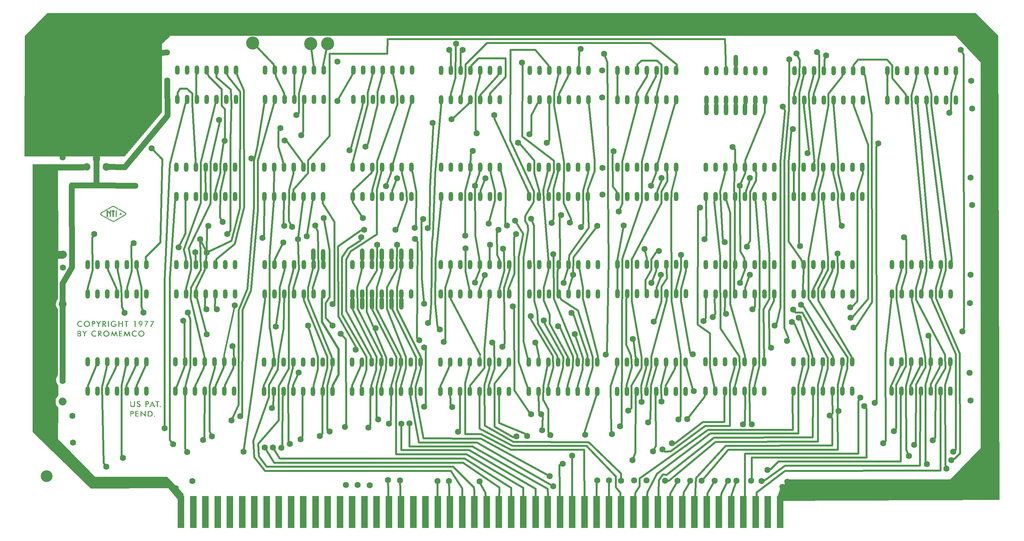
<source format=gtl>
G04 #@! TF.GenerationSoftware,KiCad,Pcbnew,8.0.6*
G04 #@! TF.CreationDate,2024-10-27T13:34:50-07:00*
G04 #@! TF.ProjectId,Dazzler2 Rev D,44617a7a-6c65-4723-9220-52657620442e,rev?*
G04 #@! TF.SameCoordinates,Original*
G04 #@! TF.FileFunction,Copper,L1,Top*
G04 #@! TF.FilePolarity,Positive*
%FSLAX46Y46*%
G04 Gerber Fmt 4.6, Leading zero omitted, Abs format (unit mm)*
G04 Created by KiCad (PCBNEW 8.0.6) date 2024-10-27 13:34:50*
%MOMM*%
%LPD*%
G01*
G04 APERTURE LIST*
G04 #@! TA.AperFunction,NonConductor*
%ADD10C,0.508000*%
G04 #@! TD*
G04 #@! TA.AperFunction,NonConductor*
%ADD11C,0.100000*%
G04 #@! TD*
%ADD12C,0.203200*%
G04 #@! TA.AperFunction,NonConductor*
%ADD13C,0.203200*%
G04 #@! TD*
G04 #@! TA.AperFunction,EtchedComponent*
%ADD14C,0.000000*%
G04 #@! TD*
G04 #@! TA.AperFunction,ComponentPad*
%ADD15O,1.200000X2.400000*%
G04 #@! TD*
G04 #@! TA.AperFunction,ComponentPad*
%ADD16O,1.200000X3.200000*%
G04 #@! TD*
G04 #@! TA.AperFunction,ComponentPad*
%ADD17C,1.905000*%
G04 #@! TD*
G04 #@! TA.AperFunction,ComponentPad*
%ADD18O,1.905000X2.000000*%
G04 #@! TD*
G04 #@! TA.AperFunction,ComponentPad*
%ADD19C,3.048000*%
G04 #@! TD*
G04 #@! TA.AperFunction,ConnectorPad*
%ADD20R,1.778000X8.382000*%
G04 #@! TD*
G04 #@! TA.AperFunction,ViaPad*
%ADD21C,1.600000*%
G04 #@! TD*
G04 #@! TA.AperFunction,ViaPad*
%ADD22C,2.032000*%
G04 #@! TD*
G04 #@! TA.AperFunction,ViaPad*
%ADD23C,3.400000*%
G04 #@! TD*
G04 #@! TA.AperFunction,Conductor*
%ADD24C,0.508000*%
G04 #@! TD*
G04 #@! TA.AperFunction,Conductor*
%ADD25C,1.524000*%
G04 #@! TD*
G04 #@! TA.AperFunction,Conductor*
%ADD26C,0.609600*%
G04 #@! TD*
G04 #@! TA.AperFunction,Conductor*
%ADD27C,0.400000*%
G04 #@! TD*
G04 #@! TA.AperFunction,Conductor*
%ADD28C,0.203200*%
G04 #@! TD*
G04 APERTURE END LIST*
D10*
X98552000Y-57404000D02*
X92963967Y-63753961D01*
D11*
X272059400Y-31318200D02*
X272465800Y-151892000D01*
X214909400Y-152069800D01*
X214909400Y-150850600D01*
X215493600Y-149072600D01*
X217830400Y-146608800D01*
X259765800Y-146634200D01*
X267614400Y-138506200D01*
X267589000Y-38227000D01*
X261086600Y-31292800D01*
X57200800Y-31292800D01*
X54914800Y-33375600D01*
X54914800Y-51206400D01*
X45288200Y-62636400D01*
X19304000Y-62636400D01*
X19329400Y-31496000D01*
X25196800Y-25450800D01*
X266242800Y-25450800D01*
X272059400Y-31318200D01*
G04 #@! TA.AperFunction,NonConductor*
G36*
X272059400Y-31318200D02*
G01*
X272465800Y-151892000D01*
X214909400Y-152069800D01*
X214909400Y-150850600D01*
X215493600Y-149072600D01*
X217830400Y-146608800D01*
X259765800Y-146634200D01*
X267614400Y-138506200D01*
X267589000Y-38227000D01*
X261086600Y-31292800D01*
X57200800Y-31292800D01*
X54914800Y-33375600D01*
X54914800Y-51206400D01*
X45288200Y-62636400D01*
X19304000Y-62636400D01*
X19329400Y-31496000D01*
X25196800Y-25450800D01*
X266242800Y-25450800D01*
X272059400Y-31318200D01*
G37*
G04 #@! TD.AperFunction*
D10*
X92964000Y-63754000D02*
X92964000Y-67056000D01*
X89154000Y-71374000D02*
X89154000Y-72898000D01*
D11*
X34772600Y-66243200D02*
X27940000Y-66243200D01*
X27965400Y-87249000D01*
X29286200Y-87249000D01*
X29311600Y-89179400D01*
X27940000Y-89179400D01*
X27940000Y-99669600D01*
X27660600Y-99974400D01*
X27508200Y-100380800D01*
X27432000Y-100685600D01*
X27355800Y-101041200D01*
X27432000Y-101498400D01*
X27533600Y-101904800D01*
X27787600Y-102209600D01*
X27940000Y-102412800D01*
X27940000Y-119329200D01*
X27838400Y-119608600D01*
X27686000Y-119862600D01*
X27508200Y-120218200D01*
X27432000Y-120599200D01*
X27482800Y-121259600D01*
X27635200Y-121691400D01*
X27965400Y-122148600D01*
X27965400Y-124866400D01*
X27736800Y-125044200D01*
X27533600Y-125374400D01*
X27330400Y-125679200D01*
X27279600Y-126111000D01*
X27305000Y-126720600D01*
X27406600Y-127203200D01*
X27609800Y-127533400D01*
X27965400Y-127863600D01*
X27940000Y-136118600D01*
X37541200Y-145948400D01*
X56286400Y-145923000D01*
X60528200Y-150342600D01*
X60528200Y-151866600D01*
X59182000Y-151892000D01*
X56642000Y-148844000D01*
X36449000Y-148920200D01*
X21386800Y-134213600D01*
X21361400Y-64770000D01*
X34772600Y-64770000D01*
X34772600Y-66243200D01*
G04 #@! TA.AperFunction,NonConductor*
G36*
X34772600Y-66243200D02*
G01*
X27940000Y-66243200D01*
X27965400Y-87249000D01*
X29286200Y-87249000D01*
X29311600Y-89179400D01*
X27940000Y-89179400D01*
X27940000Y-99669600D01*
X27660600Y-99974400D01*
X27508200Y-100380800D01*
X27432000Y-100685600D01*
X27355800Y-101041200D01*
X27432000Y-101498400D01*
X27533600Y-101904800D01*
X27787600Y-102209600D01*
X27940000Y-102412800D01*
X27940000Y-119329200D01*
X27838400Y-119608600D01*
X27686000Y-119862600D01*
X27508200Y-120218200D01*
X27432000Y-120599200D01*
X27482800Y-121259600D01*
X27635200Y-121691400D01*
X27965400Y-122148600D01*
X27965400Y-124866400D01*
X27736800Y-125044200D01*
X27533600Y-125374400D01*
X27330400Y-125679200D01*
X27279600Y-126111000D01*
X27305000Y-126720600D01*
X27406600Y-127203200D01*
X27609800Y-127533400D01*
X27965400Y-127863600D01*
X27940000Y-136118600D01*
X37541200Y-145948400D01*
X56286400Y-145923000D01*
X60528200Y-150342600D01*
X60528200Y-151866600D01*
X59182000Y-151892000D01*
X56642000Y-148844000D01*
X36449000Y-148920200D01*
X21386800Y-134213600D01*
X21361400Y-64770000D01*
X34772600Y-64770000D01*
X34772600Y-66243200D01*
G37*
G04 #@! TD.AperFunction*
D12*
D13*
G36*
X34252706Y-105796387D02*
G01*
X34193223Y-105749433D01*
X34124887Y-105705556D01*
X34054190Y-105670408D01*
X34032521Y-105661565D01*
X33958983Y-105637802D01*
X33883084Y-105622840D01*
X33804824Y-105616679D01*
X33788889Y-105616503D01*
X33713959Y-105620438D01*
X33629947Y-105635551D01*
X33552375Y-105661998D01*
X33481243Y-105699779D01*
X33416552Y-105748895D01*
X33386621Y-105777703D01*
X33333954Y-105841489D01*
X33292184Y-105911947D01*
X33261311Y-105989076D01*
X33241334Y-106072878D01*
X33233011Y-106147809D01*
X33231648Y-106194992D01*
X33235334Y-106270381D01*
X33249484Y-106355252D01*
X33274248Y-106434017D01*
X33309625Y-106506677D01*
X33355616Y-106573233D01*
X33382591Y-106604221D01*
X33441963Y-106659004D01*
X33506874Y-106702452D01*
X33577323Y-106734566D01*
X33653311Y-106755346D01*
X33734837Y-106764791D01*
X33763243Y-106765421D01*
X33837625Y-106761625D01*
X33917824Y-106748501D01*
X33995448Y-106726004D01*
X34018233Y-106717427D01*
X34085663Y-106686370D01*
X34151528Y-106647605D01*
X34215828Y-106601131D01*
X34250874Y-106571981D01*
X34250874Y-106835763D01*
X34187333Y-106876485D01*
X34120357Y-106910267D01*
X34049946Y-106937107D01*
X34035452Y-106941642D01*
X33960741Y-106959996D01*
X33882237Y-106971552D01*
X33808341Y-106976141D01*
X33783027Y-106976447D01*
X33708617Y-106973765D01*
X33626626Y-106964130D01*
X33547886Y-106947489D01*
X33472398Y-106923842D01*
X33463191Y-106920393D01*
X33391956Y-106888886D01*
X33325163Y-106850784D01*
X33262812Y-106806087D01*
X33204904Y-106754796D01*
X33152949Y-106698743D01*
X33107359Y-106637926D01*
X33068136Y-106572347D01*
X33035277Y-106502005D01*
X33009471Y-106428091D01*
X32991039Y-106351796D01*
X32979979Y-106273119D01*
X32976293Y-106192061D01*
X32979979Y-106111072D01*
X32991039Y-106032601D01*
X33009471Y-105956649D01*
X33035277Y-105883216D01*
X33068273Y-105813080D01*
X33107909Y-105747386D01*
X33154185Y-105686135D01*
X33207102Y-105629325D01*
X33265240Y-105577393D01*
X33327544Y-105532239D01*
X33394017Y-105493862D01*
X33464656Y-105462263D01*
X33538845Y-105437419D01*
X33615965Y-105419673D01*
X33696015Y-105409026D01*
X33778997Y-105405477D01*
X33852818Y-105408723D01*
X33932531Y-105419942D01*
X34009811Y-105439177D01*
X34032521Y-105446510D01*
X34107139Y-105476005D01*
X34173072Y-105509525D01*
X34237845Y-105549653D01*
X34266261Y-105569608D01*
X34252706Y-105796387D01*
G37*
G36*
X35574960Y-105409118D02*
G01*
X35653133Y-105420040D01*
X35729200Y-105438244D01*
X35803159Y-105463729D01*
X35874165Y-105496198D01*
X35941370Y-105535353D01*
X36004774Y-105581194D01*
X36064377Y-105633722D01*
X36118622Y-105692180D01*
X36165952Y-105754347D01*
X36206366Y-105820224D01*
X36239866Y-105889810D01*
X36266312Y-105962076D01*
X36285203Y-106036356D01*
X36296537Y-106112651D01*
X36300316Y-106190962D01*
X36296537Y-106269593D01*
X36285203Y-106346117D01*
X36266312Y-106420535D01*
X36239866Y-106492846D01*
X36206366Y-106561997D01*
X36165952Y-106627302D01*
X36118622Y-106688759D01*
X36064377Y-106746370D01*
X36004270Y-106798806D01*
X35940454Y-106844739D01*
X35872929Y-106884169D01*
X35801694Y-106917096D01*
X35727688Y-106943062D01*
X35651851Y-106961609D01*
X35574182Y-106972737D01*
X35494681Y-106976447D01*
X35414264Y-106972714D01*
X35335678Y-106961517D01*
X35258925Y-106942856D01*
X35184004Y-106916729D01*
X35112311Y-106883551D01*
X35044877Y-106844098D01*
X34981702Y-106798371D01*
X34922786Y-106746370D01*
X34868564Y-106688828D01*
X34821303Y-106627576D01*
X34781003Y-106562615D01*
X34747664Y-106493945D01*
X34721537Y-106421977D01*
X34702876Y-106347491D01*
X34691679Y-106270486D01*
X34687998Y-106192061D01*
X34943302Y-106192061D01*
X34948151Y-106270477D01*
X34962697Y-106346036D01*
X34984335Y-106412246D01*
X35017169Y-106480929D01*
X35058749Y-106544417D01*
X35104136Y-106597626D01*
X35160549Y-106649249D01*
X35221982Y-106691780D01*
X35282189Y-106722556D01*
X35352423Y-106746961D01*
X35425601Y-106761235D01*
X35494681Y-106765421D01*
X35569196Y-106760356D01*
X35641115Y-106745161D01*
X35704241Y-106722556D01*
X35770327Y-106688290D01*
X35831564Y-106644932D01*
X35883027Y-106597626D01*
X35932599Y-106538817D01*
X35973513Y-106474727D01*
X36003194Y-106411879D01*
X36026973Y-106338796D01*
X36040881Y-106263116D01*
X36044960Y-106192061D01*
X36040025Y-106113350D01*
X36025219Y-106037409D01*
X36003194Y-105970777D01*
X35970151Y-105901468D01*
X35928450Y-105837613D01*
X35883027Y-105784297D01*
X35827779Y-105733092D01*
X35766818Y-105690804D01*
X35706439Y-105660100D01*
X35636127Y-105635278D01*
X35563216Y-105620760D01*
X35494681Y-105616503D01*
X35419409Y-105621611D01*
X35346735Y-105636936D01*
X35282922Y-105659734D01*
X35216506Y-105693792D01*
X35155284Y-105737028D01*
X35104136Y-105784297D01*
X35054607Y-105842567D01*
X35013823Y-105906552D01*
X34984335Y-105969678D01*
X34960974Y-106043229D01*
X34947309Y-106119811D01*
X34943302Y-106192061D01*
X34687998Y-106192061D01*
X34687946Y-106190962D01*
X34691679Y-106111873D01*
X34702876Y-106035074D01*
X34721537Y-105960564D01*
X34747664Y-105888345D01*
X34781003Y-105819125D01*
X34821303Y-105753614D01*
X34868564Y-105691813D01*
X34922786Y-105633722D01*
X34982412Y-105581194D01*
X35045884Y-105535353D01*
X35113204Y-105496198D01*
X35184370Y-105463729D01*
X35258719Y-105438244D01*
X35335221Y-105420040D01*
X35413874Y-105409118D01*
X35494681Y-105405477D01*
X35574960Y-105409118D01*
G37*
G36*
X37225431Y-105453493D02*
G01*
X37299008Y-105457438D01*
X37375653Y-105467115D01*
X37390982Y-105470323D01*
X37463889Y-105493679D01*
X37526537Y-105528575D01*
X37583017Y-105580968D01*
X37624663Y-105641926D01*
X37637912Y-105668526D01*
X37664004Y-105742930D01*
X37676283Y-105816870D01*
X37678212Y-105862333D01*
X37672544Y-105939252D01*
X37655543Y-106011741D01*
X37637912Y-106057605D01*
X37600265Y-106123888D01*
X37548093Y-106181070D01*
X37526537Y-106197923D01*
X37459632Y-106234513D01*
X37390982Y-106255808D01*
X37313485Y-106266957D01*
X37234288Y-106271665D01*
X37158668Y-106273011D01*
X37148449Y-106273027D01*
X37100089Y-106273027D01*
X37007399Y-106273027D01*
X37007399Y-106953000D01*
X36777688Y-106953000D01*
X36777688Y-106062002D01*
X37022786Y-106062002D01*
X37085801Y-106062002D01*
X37168557Y-106060003D01*
X37247165Y-106052825D01*
X37321469Y-106036510D01*
X37357643Y-106020236D01*
X37408751Y-105961984D01*
X37425520Y-105884567D01*
X37425787Y-105871492D01*
X37415534Y-105795243D01*
X37377657Y-105730247D01*
X37352880Y-105710292D01*
X37281319Y-105681715D01*
X37205131Y-105668939D01*
X37121204Y-105663809D01*
X37085801Y-105663397D01*
X37022786Y-105663397D01*
X37022786Y-106062002D01*
X36777688Y-106062002D01*
X36777688Y-105452371D01*
X37148449Y-105452371D01*
X37225431Y-105453493D01*
G37*
G36*
X38424129Y-106953000D02*
G01*
X38424129Y-106266066D01*
X37915982Y-105452371D01*
X38173536Y-105452371D01*
X38490075Y-105961984D01*
X38518285Y-106013275D01*
X38551625Y-106079478D01*
X38552723Y-106081785D01*
X38583131Y-106014374D01*
X38616837Y-105955756D01*
X38941436Y-105452371D01*
X39186533Y-105452371D01*
X38667029Y-106266066D01*
X38667029Y-106953000D01*
X38424129Y-106953000D01*
G37*
G36*
X39970389Y-105453936D02*
G01*
X40045966Y-105459346D01*
X40119185Y-105470938D01*
X40124426Y-105472155D01*
X40196817Y-105496498D01*
X40262499Y-105535241D01*
X40266209Y-105538101D01*
X40321337Y-105592678D01*
X40361601Y-105654407D01*
X40374286Y-105680983D01*
X40398956Y-105754907D01*
X40410565Y-105828083D01*
X40412388Y-105872958D01*
X40408198Y-105949599D01*
X40393149Y-106027829D01*
X40363135Y-106103905D01*
X40324827Y-106160920D01*
X40268967Y-106212691D01*
X40199891Y-106251363D01*
X40127397Y-106274742D01*
X40066174Y-106285484D01*
X40585312Y-106953000D01*
X40308341Y-106953000D01*
X39806422Y-106296475D01*
X39778578Y-106296475D01*
X39778578Y-106953000D01*
X39548868Y-106953000D01*
X39548868Y-106108896D01*
X39793965Y-106108896D01*
X39838295Y-106108896D01*
X39917148Y-106106670D01*
X39991938Y-106098673D01*
X40068079Y-106078180D01*
X40096582Y-106062368D01*
X40142601Y-106002626D01*
X40159694Y-105925325D01*
X40160696Y-105896771D01*
X40152601Y-105817576D01*
X40122159Y-105747089D01*
X40092186Y-105716154D01*
X40024368Y-105684005D01*
X39951934Y-105669631D01*
X39872027Y-105663861D01*
X39838295Y-105663397D01*
X39793965Y-105663397D01*
X39793965Y-106108896D01*
X39548868Y-106108896D01*
X39548868Y-105452371D01*
X39891052Y-105452371D01*
X39970389Y-105453936D01*
G37*
G36*
X40933358Y-106953000D02*
G01*
X40933358Y-105452371D01*
X41178456Y-105452371D01*
X41178456Y-106953000D01*
X40933358Y-106953000D01*
G37*
G36*
X42568076Y-106179238D02*
G01*
X43165616Y-106179238D01*
X43166715Y-106221736D01*
X43169299Y-106295946D01*
X43169646Y-106318823D01*
X43166795Y-106394683D01*
X43155214Y-106483391D01*
X43134724Y-106565300D01*
X43105325Y-106640412D01*
X43067018Y-106708726D01*
X43019802Y-106770242D01*
X42987196Y-106803889D01*
X42926540Y-106853601D01*
X42858604Y-106894886D01*
X42783386Y-106927746D01*
X42700888Y-106952181D01*
X42611109Y-106968190D01*
X42534044Y-106974930D01*
X42473187Y-106976447D01*
X42393994Y-106973852D01*
X42318623Y-106966068D01*
X42237164Y-106950818D01*
X42160697Y-106928791D01*
X42142360Y-106922225D01*
X42072064Y-106891656D01*
X42006256Y-106854173D01*
X41944936Y-106809774D01*
X41888103Y-106758460D01*
X41837568Y-106701880D01*
X41793307Y-106640582D01*
X41755319Y-106574568D01*
X41723606Y-106503837D01*
X41698602Y-106429465D01*
X41680741Y-106352528D01*
X41670025Y-106273027D01*
X41666453Y-106190962D01*
X41670094Y-106107797D01*
X41681016Y-106027930D01*
X41699220Y-105951360D01*
X41724705Y-105878087D01*
X41757334Y-105808569D01*
X41796970Y-105743265D01*
X41843613Y-105682173D01*
X41897263Y-105625295D01*
X41954782Y-105574829D01*
X42017064Y-105530773D01*
X42084108Y-105493129D01*
X42155916Y-105461897D01*
X42231387Y-105437213D01*
X42309422Y-105419582D01*
X42390023Y-105409003D01*
X42473187Y-105405477D01*
X42549297Y-105408510D01*
X42631901Y-105419403D01*
X42709833Y-105438220D01*
X42783095Y-105464958D01*
X42791924Y-105468858D01*
X42860366Y-105504784D01*
X42925006Y-105549183D01*
X42985845Y-105602054D01*
X43042884Y-105663397D01*
X42863732Y-105804081D01*
X42814172Y-105749534D01*
X42755194Y-105700525D01*
X42691540Y-105663031D01*
X42623073Y-105636541D01*
X42549152Y-105621046D01*
X42477217Y-105616503D01*
X42402816Y-105620376D01*
X42319319Y-105635248D01*
X42242133Y-105661274D01*
X42171259Y-105698454D01*
X42106696Y-105746788D01*
X42076781Y-105775138D01*
X42024115Y-105837838D01*
X41982345Y-105907236D01*
X41951472Y-105983331D01*
X41931495Y-106066123D01*
X41923171Y-106140233D01*
X41921809Y-106186932D01*
X41925592Y-106265047D01*
X41936943Y-106338422D01*
X41960552Y-106420214D01*
X41995058Y-106495180D01*
X42040459Y-106563320D01*
X42076781Y-106604953D01*
X42138266Y-106659487D01*
X42206216Y-106702738D01*
X42280633Y-106734707D01*
X42361515Y-106755392D01*
X42448863Y-106764794D01*
X42479415Y-106765421D01*
X42555120Y-106762085D01*
X42635465Y-106749761D01*
X42707220Y-106728355D01*
X42778706Y-106692772D01*
X42810242Y-106670533D01*
X42862976Y-106618601D01*
X42904292Y-106549886D01*
X42926539Y-106470275D01*
X42930776Y-106411147D01*
X42930776Y-106390264D01*
X42568076Y-106390264D01*
X42568076Y-106179238D01*
G37*
G36*
X43624304Y-106953000D02*
G01*
X43624304Y-105452371D01*
X43869401Y-105452371D01*
X43869401Y-106015107D01*
X44611289Y-106015107D01*
X44611289Y-105452371D01*
X44856753Y-105452371D01*
X44856753Y-106953000D01*
X44611289Y-106953000D01*
X44611289Y-106226133D01*
X43869401Y-106226133D01*
X43869401Y-106953000D01*
X43624304Y-106953000D01*
G37*
G36*
X45887702Y-105663397D02*
G01*
X45887702Y-106953000D01*
X45642605Y-106953000D01*
X45642605Y-105663397D01*
X45241802Y-105663397D01*
X45241802Y-105452371D01*
X46286673Y-105452371D01*
X46286673Y-105663397D01*
X45887702Y-105663397D01*
G37*
G36*
X47896478Y-106953000D02*
G01*
X47896478Y-105639950D01*
X47584335Y-105639950D01*
X47678857Y-105452371D01*
X48119960Y-105452371D01*
X48119960Y-106953000D01*
X47896478Y-106953000D01*
G37*
G36*
X49535045Y-105410410D02*
G01*
X49610066Y-105425209D01*
X49689843Y-105454944D01*
X49761275Y-105498108D01*
X49815860Y-105545794D01*
X49869535Y-105611248D01*
X49910027Y-105685152D01*
X49934241Y-105755223D01*
X49948770Y-105831503D01*
X49953613Y-105913990D01*
X49945536Y-105996049D01*
X49927444Y-106069565D01*
X49899014Y-106150076D01*
X49860245Y-106237583D01*
X49824384Y-106307803D01*
X49782707Y-106381959D01*
X49735215Y-106460049D01*
X49681908Y-106542074D01*
X49622786Y-106628034D01*
X49596774Y-106665404D01*
X49331160Y-106976447D01*
X49145780Y-106953000D01*
X49579555Y-106369748D01*
X49510671Y-106396006D01*
X49483201Y-106403087D01*
X49408944Y-106413047D01*
X49383916Y-106413711D01*
X49310217Y-106408907D01*
X49230681Y-106391158D01*
X49158087Y-106360331D01*
X49092436Y-106316425D01*
X49049792Y-106277057D01*
X48998829Y-106213412D01*
X48960384Y-106142368D01*
X48934455Y-106063927D01*
X48922193Y-105990803D01*
X48919000Y-105925714D01*
X48919403Y-105919120D01*
X49157870Y-105919120D01*
X49163898Y-105995005D01*
X49184735Y-106067834D01*
X49224846Y-106133979D01*
X49234073Y-106144434D01*
X49293304Y-106190948D01*
X49366214Y-106218154D01*
X49444367Y-106226133D01*
X49521995Y-106216003D01*
X49589148Y-106185612D01*
X49641104Y-106140404D01*
X49684490Y-106075412D01*
X49709866Y-105998818D01*
X49717308Y-105919120D01*
X49710045Y-105839128D01*
X49685279Y-105763120D01*
X49642936Y-105699667D01*
X49586559Y-105652319D01*
X49512516Y-105623081D01*
X49448397Y-105616503D01*
X49369678Y-105624445D01*
X49295899Y-105651530D01*
X49235539Y-105697836D01*
X49191319Y-105760513D01*
X49167047Y-105829664D01*
X49157946Y-105910408D01*
X49157870Y-105919120D01*
X48919403Y-105919120D01*
X48924165Y-105841131D01*
X48939660Y-105762962D01*
X48965484Y-105691208D01*
X49001638Y-105625868D01*
X49048122Y-105566942D01*
X49065912Y-105548725D01*
X49124314Y-105500043D01*
X49189337Y-105461433D01*
X49260980Y-105432895D01*
X49339243Y-105414430D01*
X49424126Y-105406036D01*
X49453892Y-105405477D01*
X49535045Y-105410410D01*
G37*
G36*
X50520378Y-106920759D02*
G01*
X51136603Y-105639950D01*
X50439046Y-105639950D01*
X50439046Y-105452371D01*
X51478787Y-105452371D01*
X50719314Y-106999894D01*
X50520378Y-106920759D01*
G37*
G36*
X51993163Y-106920759D02*
G01*
X52609387Y-105639950D01*
X51911830Y-105639950D01*
X51911830Y-105452371D01*
X52951572Y-105452371D01*
X52192099Y-106999894D01*
X51993163Y-106920759D01*
G37*
G36*
X33498545Y-107973471D02*
G01*
X33578630Y-107977936D01*
X33652819Y-107987827D01*
X33662859Y-107989957D01*
X33735033Y-108012855D01*
X33795483Y-108047110D01*
X33850681Y-108098341D01*
X33893818Y-108161633D01*
X33903927Y-108181932D01*
X33929071Y-108252168D01*
X33941396Y-108328330D01*
X33942762Y-108365480D01*
X33936181Y-108443211D01*
X33913993Y-108517443D01*
X33887074Y-108565882D01*
X33833484Y-108623327D01*
X33769204Y-108662079D01*
X33725141Y-108678355D01*
X33802099Y-108698835D01*
X33868109Y-108734627D01*
X33923171Y-108785732D01*
X33932870Y-108797790D01*
X33972862Y-108864466D01*
X33998042Y-108941302D01*
X34008041Y-109019142D01*
X34008707Y-109046918D01*
X34002606Y-109124986D01*
X33984304Y-109199549D01*
X33976833Y-109220208D01*
X33943755Y-109287067D01*
X33896796Y-109348429D01*
X33885975Y-109359427D01*
X33826119Y-109406911D01*
X33754903Y-109440370D01*
X33732468Y-109447354D01*
X33654737Y-109461955D01*
X33579661Y-109468767D01*
X33501159Y-109472098D01*
X33424356Y-109473000D01*
X33042238Y-109473000D01*
X33042238Y-109261974D01*
X33282207Y-109261974D01*
X33366837Y-109261974D01*
X33440875Y-109261008D01*
X33518191Y-109256864D01*
X33559178Y-109252082D01*
X33631652Y-109232307D01*
X33660295Y-109216911D01*
X33714811Y-109164559D01*
X33730270Y-109138509D01*
X33752750Y-109066158D01*
X33755183Y-109030065D01*
X33745678Y-108956726D01*
X33725141Y-108907699D01*
X33677886Y-108851228D01*
X33639778Y-108826000D01*
X33568208Y-108802676D01*
X33559911Y-108801087D01*
X33484427Y-108793815D01*
X33440842Y-108793027D01*
X33366837Y-108793027D01*
X33282207Y-108793027D01*
X33282207Y-109261974D01*
X33042238Y-109261974D01*
X33042238Y-108605449D01*
X33282207Y-108605449D01*
X33375996Y-108605449D01*
X33457146Y-108602541D01*
X33533112Y-108592317D01*
X33603920Y-108569826D01*
X33623658Y-108558921D01*
X33675989Y-108500950D01*
X33695426Y-108428048D01*
X33696565Y-108401384D01*
X33688642Y-108327002D01*
X33655644Y-108256878D01*
X33629520Y-108232124D01*
X33562441Y-108202431D01*
X33490088Y-108189155D01*
X33409911Y-108183826D01*
X33375996Y-108183397D01*
X33282207Y-108183397D01*
X33282207Y-108605449D01*
X33042238Y-108605449D01*
X33042238Y-107972371D01*
X33422524Y-107972371D01*
X33498545Y-107973471D01*
G37*
G36*
X34744367Y-109473000D02*
G01*
X34744367Y-108786066D01*
X34236219Y-107972371D01*
X34493773Y-107972371D01*
X34810312Y-108481984D01*
X34838522Y-108533275D01*
X34871862Y-108599478D01*
X34872960Y-108601785D01*
X34903369Y-108534374D01*
X34937074Y-108475756D01*
X35261673Y-107972371D01*
X35506771Y-107972371D01*
X34987266Y-108786066D01*
X34987266Y-109473000D01*
X34744367Y-109473000D01*
G37*
G36*
X37917814Y-108316387D02*
G01*
X37858331Y-108269433D01*
X37789995Y-108225556D01*
X37719298Y-108190408D01*
X37697629Y-108181565D01*
X37624091Y-108157802D01*
X37548192Y-108142840D01*
X37469932Y-108136679D01*
X37453997Y-108136503D01*
X37379067Y-108140438D01*
X37295055Y-108155551D01*
X37217484Y-108181998D01*
X37146352Y-108219779D01*
X37081660Y-108268895D01*
X37051729Y-108297703D01*
X36999062Y-108361489D01*
X36957293Y-108431947D01*
X36926419Y-108509076D01*
X36906442Y-108592878D01*
X36898119Y-108667809D01*
X36896757Y-108714992D01*
X36900442Y-108790381D01*
X36914593Y-108875252D01*
X36939357Y-108954017D01*
X36974734Y-109026677D01*
X37020724Y-109093233D01*
X37047699Y-109124221D01*
X37107071Y-109179004D01*
X37171982Y-109222452D01*
X37242431Y-109254566D01*
X37318419Y-109275346D01*
X37399945Y-109284791D01*
X37428351Y-109285421D01*
X37502733Y-109281625D01*
X37582933Y-109268501D01*
X37660556Y-109246004D01*
X37683341Y-109237427D01*
X37750771Y-109206370D01*
X37816636Y-109167605D01*
X37880936Y-109121131D01*
X37915982Y-109091981D01*
X37915982Y-109355763D01*
X37852441Y-109396485D01*
X37785465Y-109430267D01*
X37715054Y-109457107D01*
X37700560Y-109461642D01*
X37625849Y-109479996D01*
X37547345Y-109491552D01*
X37473449Y-109496141D01*
X37448135Y-109496447D01*
X37373725Y-109493765D01*
X37291734Y-109484130D01*
X37212994Y-109467489D01*
X37137506Y-109443842D01*
X37128299Y-109440393D01*
X37057064Y-109408886D01*
X36990271Y-109370784D01*
X36927921Y-109326087D01*
X36870012Y-109274796D01*
X36818057Y-109218743D01*
X36772468Y-109157926D01*
X36733244Y-109092347D01*
X36700385Y-109022005D01*
X36674580Y-108948091D01*
X36656147Y-108871796D01*
X36645087Y-108793119D01*
X36641401Y-108712061D01*
X36645087Y-108631072D01*
X36656147Y-108552601D01*
X36674580Y-108476649D01*
X36700385Y-108403216D01*
X36733381Y-108333080D01*
X36773017Y-108267386D01*
X36819294Y-108206135D01*
X36872210Y-108149325D01*
X36930348Y-108097393D01*
X36992653Y-108052239D01*
X37059125Y-108013862D01*
X37129764Y-107982263D01*
X37203953Y-107957419D01*
X37281073Y-107939673D01*
X37361123Y-107929026D01*
X37444105Y-107925477D01*
X37517927Y-107928723D01*
X37597639Y-107939942D01*
X37674919Y-107959177D01*
X37697629Y-107966510D01*
X37772247Y-107996005D01*
X37838180Y-108029525D01*
X37902953Y-108069653D01*
X37931369Y-108089608D01*
X37917814Y-108316387D01*
G37*
G36*
X38840522Y-107973936D02*
G01*
X38916099Y-107979346D01*
X38989317Y-107990938D01*
X38994558Y-107992155D01*
X39066949Y-108016498D01*
X39132632Y-108055241D01*
X39136341Y-108058101D01*
X39191469Y-108112678D01*
X39231734Y-108174407D01*
X39244419Y-108200983D01*
X39269088Y-108274907D01*
X39280698Y-108348083D01*
X39282521Y-108392958D01*
X39278331Y-108469599D01*
X39263281Y-108547829D01*
X39233268Y-108623905D01*
X39194960Y-108680920D01*
X39139099Y-108732691D01*
X39070024Y-108771363D01*
X38997529Y-108794742D01*
X38936307Y-108805484D01*
X39455445Y-109473000D01*
X39178473Y-109473000D01*
X38676554Y-108816475D01*
X38648711Y-108816475D01*
X38648711Y-109473000D01*
X38419000Y-109473000D01*
X38419000Y-108628896D01*
X38664098Y-108628896D01*
X38708428Y-108628896D01*
X38787280Y-108626670D01*
X38862070Y-108618673D01*
X38938211Y-108598180D01*
X38966715Y-108582368D01*
X39012734Y-108522626D01*
X39029827Y-108445325D01*
X39030829Y-108416771D01*
X39022733Y-108337576D01*
X38992292Y-108267089D01*
X38962318Y-108236154D01*
X38894501Y-108204005D01*
X38822067Y-108189631D01*
X38742160Y-108183861D01*
X38708428Y-108183397D01*
X38664098Y-108183397D01*
X38664098Y-108628896D01*
X38419000Y-108628896D01*
X38419000Y-107972371D01*
X38761184Y-107972371D01*
X38840522Y-107973936D01*
G37*
G36*
X40620529Y-107929118D02*
G01*
X40698702Y-107940040D01*
X40774768Y-107958244D01*
X40848728Y-107983729D01*
X40919734Y-108016198D01*
X40986939Y-108055353D01*
X41050343Y-108101194D01*
X41109946Y-108153722D01*
X41164191Y-108212180D01*
X41211520Y-108274347D01*
X41251935Y-108340224D01*
X41285434Y-108409810D01*
X41311881Y-108482076D01*
X41330772Y-108556356D01*
X41342106Y-108632651D01*
X41345884Y-108710962D01*
X41342106Y-108789593D01*
X41330772Y-108866117D01*
X41311881Y-108940535D01*
X41285434Y-109012846D01*
X41251935Y-109081997D01*
X41211520Y-109147302D01*
X41164191Y-109208759D01*
X41109946Y-109266370D01*
X41049839Y-109318806D01*
X40986023Y-109364739D01*
X40918498Y-109404169D01*
X40847263Y-109437096D01*
X40773257Y-109463062D01*
X40697420Y-109481609D01*
X40619750Y-109492737D01*
X40540249Y-109496447D01*
X40459832Y-109492714D01*
X40381247Y-109481517D01*
X40304494Y-109462856D01*
X40229572Y-109436729D01*
X40157880Y-109403551D01*
X40090446Y-109364098D01*
X40027271Y-109318371D01*
X39968355Y-109266370D01*
X39914133Y-109208828D01*
X39866872Y-109147576D01*
X39826572Y-109082615D01*
X39793233Y-109013945D01*
X39767106Y-108941977D01*
X39748445Y-108867491D01*
X39737248Y-108790486D01*
X39733567Y-108712061D01*
X39988871Y-108712061D01*
X39993720Y-108790477D01*
X40008266Y-108866036D01*
X40029904Y-108932246D01*
X40062738Y-109000929D01*
X40104317Y-109064417D01*
X40149705Y-109117626D01*
X40206117Y-109169249D01*
X40267551Y-109211780D01*
X40327758Y-109242556D01*
X40397992Y-109266961D01*
X40471170Y-109281235D01*
X40540249Y-109285421D01*
X40614765Y-109280356D01*
X40686683Y-109265161D01*
X40749810Y-109242556D01*
X40815896Y-109208290D01*
X40877133Y-109164932D01*
X40928595Y-109117626D01*
X40978168Y-109058817D01*
X41019082Y-108994727D01*
X41048763Y-108931879D01*
X41072542Y-108858796D01*
X41086450Y-108783116D01*
X41090528Y-108712061D01*
X41085593Y-108633350D01*
X41070788Y-108557409D01*
X41048763Y-108490777D01*
X41015720Y-108421468D01*
X40974019Y-108357613D01*
X40928595Y-108304297D01*
X40873348Y-108253092D01*
X40812386Y-108210804D01*
X40752008Y-108180100D01*
X40681695Y-108155278D01*
X40608785Y-108140760D01*
X40540249Y-108136503D01*
X40464978Y-108141611D01*
X40392304Y-108156936D01*
X40328491Y-108179734D01*
X40262074Y-108213792D01*
X40200853Y-108257028D01*
X40149705Y-108304297D01*
X40100176Y-108362567D01*
X40059392Y-108426552D01*
X40029904Y-108489678D01*
X40006542Y-108563229D01*
X39992878Y-108639811D01*
X39988871Y-108712061D01*
X39733567Y-108712061D01*
X39733515Y-108710962D01*
X39737248Y-108631873D01*
X39748445Y-108555074D01*
X39767106Y-108480564D01*
X39793233Y-108408345D01*
X39826572Y-108339125D01*
X39866872Y-108273614D01*
X39914133Y-108211813D01*
X39968355Y-108153722D01*
X40027980Y-108101194D01*
X40091453Y-108055353D01*
X40158773Y-108016198D01*
X40229939Y-107983729D01*
X40304288Y-107958244D01*
X40380789Y-107940040D01*
X40459443Y-107929118D01*
X40540249Y-107925477D01*
X40620529Y-107929118D01*
G37*
G36*
X43053508Y-108761886D02*
G01*
X43042248Y-108687515D01*
X43039953Y-108669563D01*
X43030163Y-108596488D01*
X43025665Y-108565515D01*
X43007392Y-108639154D01*
X42999286Y-108663701D01*
X42971958Y-108732242D01*
X42956788Y-108764085D01*
X42561847Y-109496447D01*
X42167273Y-108748331D01*
X42135205Y-108680854D01*
X42124408Y-108655274D01*
X42099266Y-108584962D01*
X42093267Y-108565515D01*
X42088196Y-108638833D01*
X42085574Y-108660404D01*
X42072498Y-108733962D01*
X42065424Y-108764085D01*
X41903491Y-109473000D01*
X41677810Y-109473000D01*
X42034283Y-107972371D01*
X42479415Y-108880955D01*
X42509262Y-108949653D01*
X42510556Y-108952762D01*
X42538889Y-109020631D01*
X42561847Y-109076593D01*
X42589691Y-109006251D01*
X42621486Y-108936689D01*
X42629991Y-108919057D01*
X42648676Y-108879856D01*
X43083184Y-107972371D01*
X43448083Y-109473000D01*
X43220570Y-109473000D01*
X43053508Y-108761886D01*
G37*
G36*
X43839726Y-109473000D02*
G01*
X43839726Y-107972371D01*
X44681631Y-107972371D01*
X44681631Y-108183397D01*
X44084824Y-108183397D01*
X44084824Y-108558554D01*
X44681631Y-108558554D01*
X44681631Y-108769580D01*
X44084824Y-108769580D01*
X44084824Y-109261974D01*
X44681631Y-109261974D01*
X44681631Y-109473000D01*
X43839726Y-109473000D01*
G37*
G36*
X46391819Y-108761886D02*
G01*
X46380559Y-108687515D01*
X46378264Y-108669563D01*
X46368474Y-108596488D01*
X46363976Y-108565515D01*
X46345703Y-108639154D01*
X46337598Y-108663701D01*
X46310269Y-108732242D01*
X46295099Y-108764085D01*
X45900159Y-109496447D01*
X45505584Y-108748331D01*
X45473516Y-108680854D01*
X45462720Y-108655274D01*
X45437577Y-108584962D01*
X45431579Y-108565515D01*
X45426507Y-108638833D01*
X45423885Y-108660404D01*
X45410809Y-108733962D01*
X45403735Y-108764085D01*
X45241802Y-109473000D01*
X45016122Y-109473000D01*
X45372594Y-107972371D01*
X45817727Y-108880955D01*
X45847573Y-108949653D01*
X45848868Y-108952762D01*
X45877201Y-109020631D01*
X45900159Y-109076593D01*
X45928002Y-109006251D01*
X45959797Y-108936689D01*
X45968302Y-108919057D01*
X45986987Y-108879856D01*
X46421495Y-107972371D01*
X46786394Y-109473000D01*
X46558882Y-109473000D01*
X46391819Y-108761886D01*
G37*
G36*
X48388505Y-108316387D02*
G01*
X48329022Y-108269433D01*
X48260686Y-108225556D01*
X48189989Y-108190408D01*
X48168320Y-108181565D01*
X48094782Y-108157802D01*
X48018883Y-108142840D01*
X47940623Y-108136679D01*
X47924688Y-108136503D01*
X47849758Y-108140438D01*
X47765746Y-108155551D01*
X47688174Y-108181998D01*
X47617042Y-108219779D01*
X47552351Y-108268895D01*
X47522420Y-108297703D01*
X47469753Y-108361489D01*
X47427983Y-108431947D01*
X47397110Y-108509076D01*
X47377133Y-108592878D01*
X47368810Y-108667809D01*
X47367448Y-108714992D01*
X47371133Y-108790381D01*
X47385283Y-108875252D01*
X47410047Y-108954017D01*
X47445424Y-109026677D01*
X47491415Y-109093233D01*
X47518390Y-109124221D01*
X47577762Y-109179004D01*
X47642673Y-109222452D01*
X47713122Y-109254566D01*
X47789110Y-109275346D01*
X47870636Y-109284791D01*
X47899042Y-109285421D01*
X47973424Y-109281625D01*
X48053623Y-109268501D01*
X48131247Y-109246004D01*
X48154032Y-109237427D01*
X48221462Y-109206370D01*
X48287327Y-109167605D01*
X48351627Y-109121131D01*
X48386673Y-109091981D01*
X48386673Y-109355763D01*
X48323132Y-109396485D01*
X48256156Y-109430267D01*
X48185745Y-109457107D01*
X48171251Y-109461642D01*
X48096540Y-109479996D01*
X48018036Y-109491552D01*
X47944140Y-109496141D01*
X47918826Y-109496447D01*
X47844416Y-109493765D01*
X47762425Y-109484130D01*
X47683685Y-109467489D01*
X47608197Y-109443842D01*
X47598990Y-109440393D01*
X47527755Y-109408886D01*
X47460962Y-109370784D01*
X47398611Y-109326087D01*
X47340703Y-109274796D01*
X47288748Y-109218743D01*
X47243158Y-109157926D01*
X47203935Y-109092347D01*
X47171076Y-109022005D01*
X47145270Y-108948091D01*
X47126838Y-108871796D01*
X47115778Y-108793119D01*
X47112092Y-108712061D01*
X47115778Y-108631072D01*
X47126838Y-108552601D01*
X47145270Y-108476649D01*
X47171076Y-108403216D01*
X47204072Y-108333080D01*
X47243708Y-108267386D01*
X47289984Y-108206135D01*
X47342901Y-108149325D01*
X47401039Y-108097393D01*
X47463343Y-108052239D01*
X47529816Y-108013862D01*
X47600455Y-107982263D01*
X47674644Y-107957419D01*
X47751764Y-107939673D01*
X47831814Y-107929026D01*
X47914796Y-107925477D01*
X47988617Y-107928723D01*
X48068330Y-107939942D01*
X48145610Y-107959177D01*
X48168320Y-107966510D01*
X48242938Y-107996005D01*
X48308871Y-108029525D01*
X48373644Y-108069653D01*
X48402060Y-108089608D01*
X48388505Y-108316387D01*
G37*
G36*
X49710759Y-107929118D02*
G01*
X49788932Y-107940040D01*
X49864999Y-107958244D01*
X49938958Y-107983729D01*
X50009964Y-108016198D01*
X50077169Y-108055353D01*
X50140573Y-108101194D01*
X50200176Y-108153722D01*
X50254421Y-108212180D01*
X50301751Y-108274347D01*
X50342165Y-108340224D01*
X50375665Y-108409810D01*
X50402111Y-108482076D01*
X50421002Y-108556356D01*
X50432337Y-108632651D01*
X50436115Y-108710962D01*
X50432337Y-108789593D01*
X50421002Y-108866117D01*
X50402111Y-108940535D01*
X50375665Y-109012846D01*
X50342165Y-109081997D01*
X50301751Y-109147302D01*
X50254421Y-109208759D01*
X50200176Y-109266370D01*
X50140069Y-109318806D01*
X50076253Y-109364739D01*
X50008728Y-109404169D01*
X49937493Y-109437096D01*
X49863487Y-109463062D01*
X49787650Y-109481609D01*
X49709981Y-109492737D01*
X49630480Y-109496447D01*
X49550063Y-109492714D01*
X49471478Y-109481517D01*
X49394724Y-109462856D01*
X49319803Y-109436729D01*
X49248110Y-109403551D01*
X49180676Y-109364098D01*
X49117501Y-109318371D01*
X49058585Y-109266370D01*
X49004363Y-109208828D01*
X48957102Y-109147576D01*
X48916802Y-109082615D01*
X48883463Y-109013945D01*
X48857337Y-108941977D01*
X48838675Y-108867491D01*
X48827478Y-108790486D01*
X48823797Y-108712061D01*
X49079101Y-108712061D01*
X49083950Y-108790477D01*
X49098496Y-108866036D01*
X49120134Y-108932246D01*
X49152969Y-109000929D01*
X49194548Y-109064417D01*
X49239935Y-109117626D01*
X49296348Y-109169249D01*
X49357782Y-109211780D01*
X49417988Y-109242556D01*
X49488222Y-109266961D01*
X49561400Y-109281235D01*
X49630480Y-109285421D01*
X49704995Y-109280356D01*
X49776914Y-109265161D01*
X49840040Y-109242556D01*
X49906126Y-109208290D01*
X49967363Y-109164932D01*
X50018826Y-109117626D01*
X50068398Y-109058817D01*
X50109312Y-108994727D01*
X50138993Y-108931879D01*
X50162772Y-108858796D01*
X50176680Y-108783116D01*
X50180759Y-108712061D01*
X50175824Y-108633350D01*
X50161018Y-108557409D01*
X50138993Y-108490777D01*
X50105950Y-108421468D01*
X50064249Y-108357613D01*
X50018826Y-108304297D01*
X49963578Y-108253092D01*
X49902617Y-108210804D01*
X49842238Y-108180100D01*
X49771926Y-108155278D01*
X49699015Y-108140760D01*
X49630480Y-108136503D01*
X49555208Y-108141611D01*
X49482534Y-108156936D01*
X49418721Y-108179734D01*
X49352305Y-108213792D01*
X49291083Y-108257028D01*
X49239935Y-108304297D01*
X49190406Y-108362567D01*
X49149622Y-108426552D01*
X49120134Y-108489678D01*
X49096773Y-108563229D01*
X49083108Y-108639811D01*
X49079101Y-108712061D01*
X48823797Y-108712061D01*
X48823745Y-108710962D01*
X48827478Y-108631873D01*
X48838675Y-108555074D01*
X48857337Y-108480564D01*
X48883463Y-108408345D01*
X48916802Y-108339125D01*
X48957102Y-108273614D01*
X49004363Y-108211813D01*
X49058585Y-108153722D01*
X49118211Y-108101194D01*
X49181683Y-108055353D01*
X49249003Y-108016198D01*
X49320169Y-107983729D01*
X49394518Y-107958244D01*
X49471020Y-107940040D01*
X49549673Y-107929118D01*
X49630480Y-107925477D01*
X49710759Y-107929118D01*
G37*
D12*
D13*
G36*
X46752010Y-126280371D02*
G01*
X46994177Y-126280371D01*
X46994177Y-127188222D01*
X46998682Y-127271878D01*
X47012199Y-127345892D01*
X47038680Y-127418672D01*
X47082540Y-127485497D01*
X47088332Y-127491938D01*
X47148833Y-127540995D01*
X47223997Y-127573997D01*
X47303121Y-127589853D01*
X47370066Y-127593421D01*
X47447233Y-127588565D01*
X47524605Y-127571123D01*
X47597853Y-127536337D01*
X47650702Y-127491938D01*
X47696393Y-127426884D01*
X47724455Y-127355678D01*
X47739316Y-127283042D01*
X47745131Y-127200763D01*
X47745224Y-127188222D01*
X47745224Y-126280371D01*
X47990688Y-126280371D01*
X47990688Y-127210570D01*
X47986913Y-127299991D01*
X47975589Y-127382096D01*
X47956717Y-127456884D01*
X47924104Y-127536972D01*
X47880622Y-127606524D01*
X47836082Y-127656436D01*
X47772605Y-127706736D01*
X47698129Y-127746630D01*
X47627662Y-127771925D01*
X47549558Y-127789993D01*
X47463815Y-127800833D01*
X47389720Y-127804302D01*
X47370433Y-127804447D01*
X47295048Y-127802146D01*
X47207755Y-127792797D01*
X47128173Y-127776257D01*
X47056301Y-127752525D01*
X46980232Y-127714555D01*
X46915265Y-127666229D01*
X46905517Y-127657168D01*
X46853348Y-127596482D01*
X46811973Y-127525157D01*
X46781392Y-127443193D01*
X46764153Y-127366763D01*
X46754409Y-127282944D01*
X46752010Y-127210570D01*
X46752010Y-126280371D01*
G37*
G36*
X48439117Y-127474719D02*
G01*
X48634756Y-127382395D01*
X48662130Y-127452754D01*
X48706437Y-127513512D01*
X48736605Y-127539565D01*
X48803804Y-127574435D01*
X48877856Y-127590844D01*
X48926382Y-127593421D01*
X49001979Y-127584817D01*
X49069690Y-127556078D01*
X49100039Y-127532238D01*
X49144117Y-127470779D01*
X49162944Y-127399519D01*
X49164519Y-127368473D01*
X49147073Y-127295721D01*
X49102273Y-127234847D01*
X49040459Y-127184513D01*
X48970675Y-127143546D01*
X48943967Y-127130337D01*
X48896340Y-127107622D01*
X48822539Y-127070184D01*
X48756843Y-127033891D01*
X48688703Y-126991851D01*
X48623956Y-126944888D01*
X48569408Y-126893963D01*
X48564048Y-126887803D01*
X48520384Y-126821915D01*
X48492893Y-126747440D01*
X48481977Y-126673071D01*
X48481249Y-126646736D01*
X48487227Y-126569461D01*
X48508700Y-126489348D01*
X48545788Y-126417981D01*
X48598493Y-126355361D01*
X48606180Y-126348149D01*
X48664713Y-126303467D01*
X48730680Y-126269760D01*
X48804081Y-126247027D01*
X48884914Y-126235269D01*
X48934442Y-126233477D01*
X49014538Y-126237530D01*
X49087765Y-126249688D01*
X49161935Y-126273056D01*
X49213612Y-126298323D01*
X49277146Y-126344133D01*
X49327156Y-126400963D01*
X49363642Y-126468811D01*
X49369316Y-126483704D01*
X49177708Y-126585187D01*
X49133186Y-126525450D01*
X49078057Y-126478575D01*
X49008420Y-126450126D01*
X48954226Y-126444503D01*
X48880566Y-126453028D01*
X48812254Y-126484053D01*
X48797055Y-126496160D01*
X48753366Y-126556702D01*
X48738860Y-126629597D01*
X48738803Y-126635012D01*
X48759031Y-126710225D01*
X48810975Y-126774648D01*
X48870910Y-126821462D01*
X48934591Y-126859490D01*
X48994526Y-126889269D01*
X49025300Y-126903923D01*
X49091722Y-126935530D01*
X49162407Y-126973173D01*
X49232436Y-127016701D01*
X49296069Y-127065931D01*
X49332314Y-127102493D01*
X49376363Y-127167701D01*
X49404098Y-127242427D01*
X49415110Y-127317817D01*
X49415845Y-127344660D01*
X49411092Y-127420755D01*
X49393533Y-127501849D01*
X49363037Y-127574668D01*
X49319602Y-127639212D01*
X49280656Y-127680249D01*
X49217131Y-127728643D01*
X49144525Y-127765150D01*
X49062837Y-127789771D01*
X48985592Y-127801415D01*
X48916124Y-127804447D01*
X48835145Y-127800362D01*
X48760828Y-127788108D01*
X48684052Y-127764100D01*
X48615977Y-127729421D01*
X48600318Y-127719084D01*
X48544081Y-127671800D01*
X48493514Y-127607603D01*
X48459854Y-127540759D01*
X48439117Y-127474719D01*
G37*
G36*
X51168577Y-126281493D02*
G01*
X51242154Y-126285438D01*
X51318799Y-126295115D01*
X51334128Y-126298323D01*
X51407034Y-126321679D01*
X51469683Y-126356575D01*
X51526163Y-126408968D01*
X51567809Y-126469926D01*
X51581057Y-126496526D01*
X51607150Y-126570930D01*
X51619429Y-126644870D01*
X51621357Y-126690333D01*
X51615690Y-126767252D01*
X51598689Y-126839741D01*
X51581057Y-126885605D01*
X51543411Y-126951888D01*
X51491239Y-127009070D01*
X51469683Y-127025923D01*
X51402778Y-127062513D01*
X51334128Y-127083808D01*
X51256631Y-127094957D01*
X51177433Y-127099665D01*
X51101814Y-127101011D01*
X51091595Y-127101027D01*
X51043235Y-127101027D01*
X50950545Y-127101027D01*
X50950545Y-127781000D01*
X50720834Y-127781000D01*
X50720834Y-126890002D01*
X50965932Y-126890002D01*
X51028946Y-126890002D01*
X51111703Y-126888003D01*
X51190311Y-126880825D01*
X51264615Y-126864510D01*
X51300789Y-126848236D01*
X51351897Y-126789984D01*
X51368666Y-126712567D01*
X51368933Y-126699492D01*
X51358680Y-126623243D01*
X51320803Y-126558247D01*
X51296026Y-126538292D01*
X51224465Y-126509715D01*
X51148276Y-126496939D01*
X51064350Y-126491809D01*
X51028946Y-126491397D01*
X50965932Y-126491397D01*
X50965932Y-126890002D01*
X50720834Y-126890002D01*
X50720834Y-126280371D01*
X51091595Y-126280371D01*
X51168577Y-126281493D01*
G37*
G36*
X53183168Y-127781000D02*
G01*
X52924515Y-127781000D01*
X52753789Y-127405842D01*
X52155883Y-127405842D01*
X51980761Y-127781000D01*
X51723207Y-127781000D01*
X52008570Y-127194817D01*
X52246741Y-127194817D01*
X52666961Y-127194817D01*
X52512355Y-126872416D01*
X52485426Y-126804195D01*
X52484512Y-126801708D01*
X52461293Y-126730174D01*
X52455935Y-126711949D01*
X52434726Y-126783445D01*
X52429557Y-126798777D01*
X52403132Y-126868179D01*
X52401347Y-126872416D01*
X52246741Y-127194817D01*
X52008570Y-127194817D01*
X52453737Y-126280371D01*
X53183168Y-127781000D01*
G37*
G36*
X53895747Y-126491397D02*
G01*
X53895747Y-127781000D01*
X53650649Y-127781000D01*
X53650649Y-126491397D01*
X53249847Y-126491397D01*
X53249847Y-126280371D01*
X54294718Y-126280371D01*
X54294718Y-126491397D01*
X53895747Y-126491397D01*
G37*
G36*
X54421113Y-127689042D02*
G01*
X54446992Y-127618699D01*
X54460314Y-127605145D01*
X54528801Y-127572172D01*
X54555935Y-127569974D01*
X54628481Y-127588143D01*
X54651923Y-127605145D01*
X54689248Y-127668248D01*
X54691124Y-127689042D01*
X54665245Y-127757953D01*
X54651923Y-127771108D01*
X54583229Y-127802363D01*
X54555935Y-127804447D01*
X54483727Y-127787224D01*
X54460314Y-127771108D01*
X54422491Y-127706662D01*
X54421113Y-127689042D01*
G37*
G36*
X47205981Y-128801493D02*
G01*
X47279558Y-128805438D01*
X47356203Y-128815115D01*
X47371532Y-128818323D01*
X47444438Y-128841679D01*
X47507087Y-128876575D01*
X47563567Y-128928968D01*
X47605213Y-128989926D01*
X47618461Y-129016526D01*
X47644554Y-129090930D01*
X47656833Y-129164870D01*
X47658762Y-129210333D01*
X47653094Y-129287252D01*
X47636093Y-129359741D01*
X47618461Y-129405605D01*
X47580815Y-129471888D01*
X47528643Y-129529070D01*
X47507087Y-129545923D01*
X47440182Y-129582513D01*
X47371532Y-129603808D01*
X47294035Y-129614957D01*
X47214838Y-129619665D01*
X47139218Y-129621011D01*
X47128999Y-129621027D01*
X47080639Y-129621027D01*
X46987949Y-129621027D01*
X46987949Y-130301000D01*
X46758238Y-130301000D01*
X46758238Y-129410002D01*
X47003336Y-129410002D01*
X47066351Y-129410002D01*
X47149107Y-129408003D01*
X47227715Y-129400825D01*
X47302019Y-129384510D01*
X47338193Y-129368236D01*
X47389301Y-129309984D01*
X47406070Y-129232567D01*
X47406337Y-129219492D01*
X47396084Y-129143243D01*
X47358207Y-129078247D01*
X47333430Y-129058292D01*
X47261869Y-129029715D01*
X47185680Y-129016939D01*
X47101754Y-129011809D01*
X47066351Y-129011397D01*
X47003336Y-129011397D01*
X47003336Y-129410002D01*
X46758238Y-129410002D01*
X46758238Y-128800371D01*
X47128999Y-128800371D01*
X47205981Y-128801493D01*
G37*
G36*
X48080080Y-130301000D02*
G01*
X48080080Y-128800371D01*
X48921986Y-128800371D01*
X48921986Y-129011397D01*
X48325178Y-129011397D01*
X48325178Y-129386554D01*
X48921986Y-129386554D01*
X48921986Y-129597580D01*
X48325178Y-129597580D01*
X48325178Y-130089974D01*
X48921986Y-130089974D01*
X48921986Y-130301000D01*
X48080080Y-130301000D01*
G37*
G36*
X49401923Y-130301000D02*
G01*
X49401923Y-128753477D01*
X50359965Y-129658397D01*
X50411890Y-129711734D01*
X50439466Y-129741561D01*
X50488743Y-129797772D01*
X50524096Y-129840846D01*
X50524096Y-128800371D01*
X50750510Y-128800371D01*
X50750510Y-130324447D01*
X49772683Y-129425755D01*
X49719994Y-129371634D01*
X49696846Y-129345888D01*
X49650662Y-129288854D01*
X49627603Y-129257594D01*
X49627603Y-130301000D01*
X49401923Y-130301000D01*
G37*
G36*
X51702267Y-128800875D02*
G01*
X51790878Y-128802922D01*
X51870150Y-128806542D01*
X51952952Y-128812965D01*
X52032558Y-128823324D01*
X52078214Y-128832612D01*
X52149617Y-128854195D01*
X52222904Y-128886266D01*
X52289823Y-128926853D01*
X52308657Y-128940689D01*
X52370252Y-128994018D01*
X52423878Y-129054353D01*
X52469537Y-129121696D01*
X52507226Y-129196045D01*
X52533493Y-129266287D01*
X52553308Y-129340772D01*
X52566672Y-129419499D01*
X52573584Y-129502469D01*
X52574637Y-129551785D01*
X52572267Y-129625076D01*
X52563512Y-129706578D01*
X52548305Y-129783768D01*
X52526646Y-129856644D01*
X52507226Y-129906059D01*
X52469537Y-129979813D01*
X52423878Y-130046834D01*
X52370252Y-130107124D01*
X52308657Y-130160682D01*
X52244150Y-130203823D01*
X52174276Y-130238449D01*
X52099035Y-130264559D01*
X52083343Y-130268759D01*
X52001323Y-130284344D01*
X51922143Y-130292939D01*
X51843557Y-130297851D01*
X51755080Y-130300496D01*
X51690600Y-130301000D01*
X51624655Y-130301000D01*
X51293828Y-130301000D01*
X51293828Y-130089974D01*
X51538926Y-130089974D01*
X51745189Y-130089974D01*
X51824873Y-130088554D01*
X51901818Y-130083563D01*
X51977601Y-130072583D01*
X52000178Y-130067259D01*
X52070273Y-130041103D01*
X52135880Y-129999849D01*
X52147823Y-129989956D01*
X52201653Y-129934878D01*
X52245267Y-129871402D01*
X52276050Y-129806408D01*
X52298655Y-129734208D01*
X52312887Y-129654996D01*
X52318538Y-129577710D01*
X52318915Y-129550685D01*
X52315524Y-129471535D01*
X52305352Y-129398122D01*
X52286097Y-129323282D01*
X52276050Y-129295330D01*
X52241725Y-129224009D01*
X52197182Y-129161174D01*
X52147823Y-129111415D01*
X52087135Y-129070001D01*
X52016630Y-129040649D01*
X51994683Y-129034478D01*
X51921615Y-129021337D01*
X51844187Y-129014643D01*
X51762030Y-129011758D01*
X51716246Y-129011397D01*
X51627586Y-129011397D01*
X51538926Y-129011397D01*
X51538926Y-130089974D01*
X51293828Y-130089974D01*
X51293828Y-128800371D01*
X51624655Y-128800371D01*
X51702267Y-128800875D01*
G37*
G36*
X52939536Y-130209042D02*
G01*
X52965415Y-130138699D01*
X52978737Y-130125145D01*
X53047224Y-130092172D01*
X53074358Y-130089974D01*
X53146904Y-130108143D01*
X53170346Y-130125145D01*
X53207671Y-130188248D01*
X53209547Y-130209042D01*
X53183668Y-130277953D01*
X53170346Y-130291108D01*
X53101652Y-130322363D01*
X53074358Y-130324447D01*
X53002150Y-130307224D01*
X52978737Y-130291108D01*
X52940914Y-130226662D01*
X52939536Y-130209042D01*
G37*
D14*
G04 #@! TA.AperFunction,EtchedComponent*
G36*
X44256722Y-77379484D02*
G01*
X44293087Y-77383738D01*
X44322230Y-77392744D01*
X44345935Y-77407146D01*
X44365985Y-77427589D01*
X44373621Y-77437951D01*
X44381665Y-77451705D01*
X44393089Y-77474007D01*
X44407021Y-77502902D01*
X44422587Y-77536433D01*
X44438917Y-77572647D01*
X44455136Y-77609586D01*
X44470373Y-77645297D01*
X44483756Y-77677822D01*
X44494411Y-77705208D01*
X44500333Y-77721943D01*
X44508160Y-77750318D01*
X44513567Y-77778788D01*
X44515459Y-77799551D01*
X44512718Y-77827096D01*
X44503279Y-77846657D01*
X44486816Y-77858320D01*
X44463002Y-77862172D01*
X44431511Y-77858302D01*
X44392017Y-77846795D01*
X44369750Y-77838437D01*
X44320421Y-77820459D01*
X44278199Y-77809218D01*
X44240984Y-77804843D01*
X44206676Y-77807462D01*
X44173177Y-77817205D01*
X44138387Y-77834200D01*
X44105969Y-77854623D01*
X44078305Y-77871190D01*
X44050310Y-77884128D01*
X44025262Y-77892083D01*
X44010619Y-77893967D01*
X43999857Y-77891525D01*
X43984868Y-77885515D01*
X43981853Y-77884052D01*
X43963404Y-77870811D01*
X43952531Y-77852333D01*
X43948144Y-77826476D01*
X43947930Y-77817487D01*
X43948482Y-77802022D01*
X43950468Y-77785992D01*
X43954353Y-77767785D01*
X43960600Y-77745791D01*
X43969677Y-77718397D01*
X43982046Y-77683992D01*
X43998174Y-77640965D01*
X44001068Y-77633347D01*
X44014186Y-77598853D01*
X44027012Y-77565112D01*
X44038563Y-77534705D01*
X44047860Y-77510214D01*
X44053068Y-77496478D01*
X44072407Y-77453583D01*
X44094035Y-77421315D01*
X44118338Y-77399128D01*
X44124586Y-77395257D01*
X44137345Y-77388863D01*
X44150732Y-77384572D01*
X44167677Y-77381847D01*
X44191109Y-77380150D01*
X44211351Y-77379339D01*
X44256722Y-77379484D01*
G37*
G04 #@! TD.AperFunction*
G04 #@! TA.AperFunction,EtchedComponent*
G36*
X43170289Y-76742072D02*
G01*
X43199391Y-76745829D01*
X43221073Y-76752952D01*
X43237206Y-76764143D01*
X43249660Y-76780107D01*
X43253347Y-76786668D01*
X43255796Y-76791636D01*
X43257882Y-76797079D01*
X43259640Y-76803906D01*
X43261102Y-76813028D01*
X43262303Y-76825354D01*
X43263276Y-76841794D01*
X43264055Y-76863259D01*
X43264672Y-76890659D01*
X43265162Y-76924903D01*
X43265558Y-76966902D01*
X43265894Y-77017566D01*
X43266203Y-77077805D01*
X43266496Y-77143251D01*
X43266726Y-77217937D01*
X43266792Y-77296043D01*
X43266702Y-77376764D01*
X43266467Y-77459297D01*
X43266096Y-77542839D01*
X43265599Y-77626584D01*
X43264986Y-77709730D01*
X43264267Y-77791472D01*
X43263450Y-77871006D01*
X43262547Y-77947530D01*
X43261566Y-78020238D01*
X43260518Y-78088327D01*
X43259411Y-78150993D01*
X43258257Y-78207432D01*
X43257064Y-78256840D01*
X43255842Y-78298414D01*
X43254601Y-78331350D01*
X43253351Y-78354843D01*
X43252101Y-78368090D01*
X43251665Y-78370158D01*
X43237958Y-78395555D01*
X43215366Y-78415977D01*
X43185461Y-78430810D01*
X43149816Y-78439440D01*
X43110005Y-78441253D01*
X43078433Y-78437783D01*
X43047967Y-78428493D01*
X43024906Y-78411857D01*
X43010081Y-78391978D01*
X43008465Y-78389050D01*
X43007008Y-78385646D01*
X43005702Y-78381188D01*
X43004535Y-78375093D01*
X43003499Y-78366782D01*
X43002583Y-78355672D01*
X43001779Y-78341185D01*
X43001075Y-78322738D01*
X43000462Y-78299751D01*
X42999931Y-78271644D01*
X42999472Y-78237835D01*
X42999075Y-78197743D01*
X42998730Y-78150789D01*
X42998427Y-78096391D01*
X42998157Y-78033969D01*
X42997910Y-77962941D01*
X42997677Y-77882727D01*
X42997446Y-77792746D01*
X42997209Y-77692418D01*
X42997036Y-77616349D01*
X42996853Y-77524141D01*
X42996728Y-77434720D01*
X42996658Y-77348775D01*
X42996642Y-77266998D01*
X42996679Y-77190080D01*
X42996766Y-77118713D01*
X42996903Y-77053586D01*
X42997087Y-76995392D01*
X42997317Y-76944820D01*
X42997592Y-76902563D01*
X42997910Y-76869311D01*
X42998269Y-76845756D01*
X42998668Y-76832587D01*
X42998824Y-76830499D01*
X43007765Y-76796751D01*
X43025509Y-76769671D01*
X43046928Y-76752614D01*
X43057409Y-76747398D01*
X43069365Y-76743986D01*
X43085405Y-76742018D01*
X43108143Y-76741138D01*
X43131897Y-76740975D01*
X43170289Y-76742072D01*
G37*
G04 #@! TD.AperFunction*
G04 #@! TA.AperFunction,EtchedComponent*
G36*
X42379449Y-76693768D02*
G01*
X42429782Y-76694627D01*
X42475678Y-76696355D01*
X42515386Y-76698980D01*
X42547155Y-76702527D01*
X42567622Y-76706562D01*
X42613980Y-76723453D01*
X42659597Y-76747576D01*
X42701628Y-76777010D01*
X42737226Y-76809835D01*
X42757291Y-76834515D01*
X42768093Y-76850960D01*
X42774243Y-76864375D01*
X42777038Y-76879239D01*
X42777769Y-76900027D01*
X42777781Y-76905430D01*
X42776036Y-76933972D01*
X42770040Y-76956436D01*
X42758648Y-76973591D01*
X42740720Y-76986207D01*
X42715113Y-76995051D01*
X42680683Y-77000893D01*
X42636288Y-77004502D01*
X42630065Y-77004830D01*
X42590779Y-77007490D01*
X42557249Y-77011121D01*
X42531615Y-77015460D01*
X42520861Y-77018311D01*
X42492625Y-77032884D01*
X42467149Y-77055444D01*
X42447646Y-77082696D01*
X42439603Y-77101660D01*
X42438371Y-77107766D01*
X42437274Y-77117859D01*
X42436306Y-77132519D01*
X42435459Y-77152324D01*
X42434727Y-77177853D01*
X42434103Y-77209686D01*
X42433580Y-77248402D01*
X42433151Y-77294579D01*
X42432809Y-77348797D01*
X42432547Y-77411635D01*
X42432359Y-77483672D01*
X42432238Y-77565487D01*
X42432176Y-77657660D01*
X42432164Y-77726833D01*
X42432164Y-78327413D01*
X42418824Y-78354259D01*
X42396468Y-78387103D01*
X42366584Y-78412942D01*
X42331273Y-78430741D01*
X42292637Y-78439469D01*
X42252778Y-78438090D01*
X42249538Y-78437501D01*
X42210075Y-78424778D01*
X42177810Y-78403306D01*
X42152771Y-78373106D01*
X42137025Y-78340138D01*
X42135310Y-78334970D01*
X42133782Y-78329072D01*
X42132425Y-78321776D01*
X42131226Y-78312412D01*
X42130169Y-78300314D01*
X42129241Y-78284811D01*
X42128427Y-78265237D01*
X42127712Y-78240922D01*
X42127081Y-78211198D01*
X42126521Y-78175397D01*
X42126017Y-78132850D01*
X42125555Y-78082889D01*
X42125119Y-78024845D01*
X42124696Y-77958050D01*
X42124270Y-77881835D01*
X42123828Y-77795533D01*
X42123424Y-77712669D01*
X42120543Y-77114921D01*
X42107518Y-77086663D01*
X42090089Y-77056028D01*
X42068879Y-77033634D01*
X42041726Y-77017920D01*
X42006468Y-77007325D01*
X41994338Y-77004974D01*
X41967611Y-77000274D01*
X41938388Y-76995136D01*
X41923794Y-76992569D01*
X41887272Y-76983493D01*
X41858263Y-76969652D01*
X41833348Y-76949281D01*
X41826949Y-76942507D01*
X41812571Y-76923596D01*
X41806770Y-76906426D01*
X41809615Y-76888430D01*
X41821176Y-76867043D01*
X41829300Y-76855549D01*
X41859601Y-76821101D01*
X41897811Y-76787489D01*
X41940668Y-76757032D01*
X41984908Y-76732052D01*
X42027056Y-76714934D01*
X42049882Y-76709815D01*
X42082272Y-76705349D01*
X42122476Y-76701562D01*
X42168744Y-76698482D01*
X42219326Y-76696135D01*
X42272470Y-76694549D01*
X42326428Y-76693751D01*
X42379449Y-76693768D01*
G37*
G04 #@! TD.AperFunction*
G04 #@! TA.AperFunction,EtchedComponent*
G36*
X42368864Y-75545802D02*
G01*
X42430402Y-75555571D01*
X42492535Y-75572418D01*
X42556534Y-75596806D01*
X42623669Y-75629198D01*
X42695209Y-75670056D01*
X42747643Y-75703320D01*
X42765376Y-75714436D01*
X42792118Y-75730456D01*
X42826938Y-75750850D01*
X42868901Y-75775085D01*
X42917075Y-75802632D01*
X42970525Y-75832961D01*
X43028320Y-75865539D01*
X43089525Y-75899836D01*
X43153207Y-75935323D01*
X43218434Y-75971467D01*
X43242381Y-75984685D01*
X43318379Y-76026594D01*
X43400995Y-76072163D01*
X43488276Y-76120314D01*
X43578271Y-76169971D01*
X43669028Y-76220054D01*
X43758593Y-76269488D01*
X43845015Y-76317195D01*
X43926341Y-76362097D01*
X44000619Y-76403118D01*
X44032767Y-76420875D01*
X44137093Y-76478498D01*
X44240621Y-76535666D01*
X44342818Y-76592084D01*
X44443149Y-76647458D01*
X44541079Y-76701494D01*
X44636075Y-76753896D01*
X44727603Y-76804372D01*
X44815127Y-76852626D01*
X44898114Y-76898365D01*
X44976030Y-76941292D01*
X45048341Y-76981116D01*
X45114511Y-77017540D01*
X45174008Y-77050270D01*
X45226296Y-77079013D01*
X45270842Y-77103474D01*
X45307111Y-77123357D01*
X45334569Y-77138370D01*
X45352682Y-77148218D01*
X45353614Y-77148721D01*
X45426588Y-77191257D01*
X45493675Y-77236697D01*
X45553881Y-77284170D01*
X45606214Y-77332801D01*
X45649681Y-77381719D01*
X45683288Y-77430052D01*
X45692384Y-77446374D01*
X45717638Y-77504875D01*
X45731678Y-77561908D01*
X45734495Y-77617689D01*
X45726080Y-77672432D01*
X45706425Y-77726352D01*
X45679390Y-77773949D01*
X45655839Y-77805925D01*
X45627515Y-77837799D01*
X45593626Y-77870184D01*
X45553382Y-77903694D01*
X45505992Y-77938942D01*
X45450664Y-77976541D01*
X45386609Y-78017104D01*
X45313036Y-78061245D01*
X45296251Y-78071056D01*
X45279948Y-78080541D01*
X45254340Y-78095429D01*
X45219920Y-78115434D01*
X45177183Y-78140270D01*
X45126623Y-78169649D01*
X45068732Y-78203284D01*
X45004006Y-78240888D01*
X44932939Y-78282176D01*
X44856023Y-78326859D01*
X44773753Y-78374650D01*
X44686622Y-78425264D01*
X44595125Y-78478412D01*
X44499756Y-78533809D01*
X44401008Y-78591166D01*
X44299375Y-78650198D01*
X44195351Y-78710618D01*
X44089431Y-78772137D01*
X44035981Y-78803181D01*
X43929898Y-78864826D01*
X43825809Y-78925379D01*
X43724185Y-78984562D01*
X43625497Y-79042099D01*
X43530217Y-79097712D01*
X43438816Y-79151125D01*
X43351767Y-79202060D01*
X43269539Y-79250242D01*
X43192606Y-79295393D01*
X43121439Y-79337236D01*
X43056508Y-79375494D01*
X42998285Y-79409891D01*
X42947243Y-79440150D01*
X42903852Y-79465994D01*
X42868584Y-79487146D01*
X42841911Y-79503329D01*
X42824303Y-79514266D01*
X42818516Y-79518039D01*
X42739709Y-79568116D01*
X42664984Y-79608417D01*
X42593450Y-79639349D01*
X42524217Y-79661318D01*
X42485725Y-79669932D01*
X42449689Y-79674839D01*
X42407871Y-79677477D01*
X42364158Y-79677847D01*
X42322439Y-79675951D01*
X42286601Y-79671792D01*
X42276354Y-79669842D01*
X42227599Y-79657522D01*
X42174759Y-79641179D01*
X42122347Y-79622364D01*
X42074874Y-79602629D01*
X42058218Y-79594796D01*
X42046109Y-79588524D01*
X42024776Y-79577092D01*
X41994886Y-79560867D01*
X41957106Y-79540217D01*
X41912104Y-79515512D01*
X41860546Y-79487118D01*
X41803101Y-79455405D01*
X41740434Y-79420741D01*
X41673214Y-79383493D01*
X41602106Y-79344031D01*
X41527780Y-79302722D01*
X41450901Y-79259935D01*
X41383982Y-79222643D01*
X41224270Y-79133591D01*
X41069011Y-79047031D01*
X40918474Y-78963111D01*
X40772923Y-78881979D01*
X40632624Y-78803782D01*
X40497843Y-78728670D01*
X40368847Y-78656789D01*
X40245900Y-78588289D01*
X40129270Y-78523317D01*
X40019221Y-78462021D01*
X39916020Y-78404549D01*
X39819932Y-78351050D01*
X39731224Y-78301671D01*
X39650161Y-78256561D01*
X39577010Y-78215867D01*
X39512035Y-78179738D01*
X39455503Y-78148321D01*
X39407681Y-78121766D01*
X39368833Y-78100219D01*
X39339226Y-78083829D01*
X39319125Y-78072744D01*
X39313115Y-78069451D01*
X39238221Y-78026211D01*
X39170018Y-77982031D01*
X39109301Y-77937553D01*
X39056859Y-77893419D01*
X39013485Y-77850270D01*
X38979972Y-77808748D01*
X38967563Y-77789485D01*
X38942330Y-77736615D01*
X38926896Y-77681517D01*
X38921538Y-77625956D01*
X38923179Y-77608139D01*
X39209295Y-77608139D01*
X39209741Y-77649774D01*
X39221281Y-77690729D01*
X39243861Y-77730681D01*
X39277424Y-77769309D01*
X39321917Y-77806290D01*
X39331850Y-77813274D01*
X39339079Y-77818198D01*
X39346369Y-77823060D01*
X39354289Y-77828185D01*
X39363410Y-77833896D01*
X39374303Y-77840516D01*
X39387537Y-77848369D01*
X39403684Y-77857779D01*
X39423314Y-77869070D01*
X39446997Y-77882564D01*
X39475303Y-77898586D01*
X39508804Y-77917459D01*
X39548070Y-77939507D01*
X39593671Y-77965053D01*
X39646177Y-77994421D01*
X39706160Y-78027935D01*
X39774189Y-78065919D01*
X39850835Y-78108695D01*
X39936669Y-78156588D01*
X39959021Y-78169059D01*
X40041931Y-78215298D01*
X40115609Y-78256339D01*
X40180705Y-78292525D01*
X40237869Y-78324204D01*
X40287750Y-78351721D01*
X40331000Y-78375422D01*
X40368269Y-78395651D01*
X40400206Y-78412756D01*
X40427461Y-78427082D01*
X40450685Y-78438974D01*
X40470528Y-78448779D01*
X40487640Y-78456841D01*
X40502671Y-78463507D01*
X40516271Y-78469123D01*
X40529091Y-78474033D01*
X40539771Y-78477880D01*
X40569992Y-78488855D01*
X40594376Y-78498835D01*
X40615819Y-78509406D01*
X40637215Y-78522156D01*
X40661461Y-78538673D01*
X40691451Y-78560545D01*
X40694061Y-78562481D01*
X40703861Y-78569767D01*
X40713068Y-78576584D01*
X40722083Y-78583163D01*
X40731306Y-78589730D01*
X40741137Y-78596516D01*
X40751979Y-78603747D01*
X40764231Y-78611654D01*
X40778294Y-78620463D01*
X40794569Y-78630405D01*
X40813457Y-78641706D01*
X40835358Y-78654597D01*
X40860673Y-78669304D01*
X40889802Y-78686058D01*
X40923147Y-78705086D01*
X40961107Y-78726617D01*
X41004085Y-78750879D01*
X41052480Y-78778100D01*
X41106693Y-78808511D01*
X41167124Y-78842338D01*
X41234176Y-78879810D01*
X41308247Y-78921157D01*
X41389740Y-78966606D01*
X41479054Y-79016386D01*
X41576590Y-79070725D01*
X41682750Y-79129852D01*
X41797933Y-79193996D01*
X41922541Y-79263385D01*
X41946511Y-79276733D01*
X42015180Y-79314625D01*
X42075212Y-79346883D01*
X42127590Y-79373862D01*
X42173297Y-79395915D01*
X42213315Y-79413398D01*
X42248628Y-79426664D01*
X42280219Y-79436067D01*
X42309070Y-79441962D01*
X42336166Y-79444703D01*
X42362488Y-79444645D01*
X42389020Y-79442141D01*
X42400702Y-79440406D01*
X42439602Y-79432230D01*
X42481002Y-79419668D01*
X42526669Y-79402060D01*
X42578370Y-79378743D01*
X42619137Y-79358650D01*
X42631606Y-79351965D01*
X42653344Y-79339876D01*
X42683838Y-79322679D01*
X42722578Y-79300671D01*
X42769052Y-79274149D01*
X42822748Y-79243409D01*
X42883156Y-79208748D01*
X42949763Y-79170462D01*
X43022058Y-79128848D01*
X43099529Y-79084203D01*
X43181666Y-79036823D01*
X43267956Y-78987005D01*
X43357889Y-78935046D01*
X43450951Y-78881242D01*
X43546633Y-78825889D01*
X43644423Y-78769286D01*
X43743809Y-78711727D01*
X43844279Y-78653510D01*
X43945322Y-78594931D01*
X44046428Y-78536288D01*
X44147083Y-78477876D01*
X44246777Y-78419992D01*
X44344998Y-78362933D01*
X44441235Y-78306995D01*
X44534976Y-78252476D01*
X44625710Y-78199671D01*
X44712924Y-78148878D01*
X44796109Y-78100393D01*
X44874752Y-78054512D01*
X44948342Y-78011532D01*
X45016367Y-77971751D01*
X45078315Y-77935464D01*
X45133676Y-77902968D01*
X45181938Y-77874559D01*
X45222589Y-77850535D01*
X45255118Y-77831193D01*
X45279013Y-77816827D01*
X45293763Y-77807736D01*
X45296399Y-77806035D01*
X45344212Y-77771375D01*
X45383234Y-77736510D01*
X45412624Y-77702268D01*
X45428420Y-77676317D01*
X45443771Y-77633550D01*
X45447816Y-77591099D01*
X45440578Y-77549008D01*
X45422081Y-77507320D01*
X45392347Y-77466080D01*
X45351400Y-77425332D01*
X45299261Y-77385120D01*
X45265089Y-77362792D01*
X45254701Y-77356694D01*
X45235005Y-77345471D01*
X45206620Y-77329467D01*
X45170163Y-77309025D01*
X45126251Y-77284489D01*
X45075503Y-77256201D01*
X45018536Y-77224506D01*
X44955967Y-77189747D01*
X44888415Y-77152268D01*
X44816496Y-77112412D01*
X44740829Y-77070522D01*
X44662031Y-77026942D01*
X44580720Y-76982016D01*
X44537027Y-76957892D01*
X44441160Y-76904972D01*
X44338715Y-76848412D01*
X44231160Y-76789023D01*
X44119965Y-76727617D01*
X44006597Y-76665006D01*
X43892527Y-76602000D01*
X43779222Y-76539412D01*
X43668152Y-76478052D01*
X43560786Y-76418732D01*
X43458593Y-76362263D01*
X43363041Y-76309457D01*
X43275600Y-76261124D01*
X43256545Y-76250591D01*
X43150212Y-76191826D01*
X43053274Y-76138310D01*
X42965218Y-76089787D01*
X42885534Y-76046004D01*
X42813711Y-76006704D01*
X42749237Y-75971635D01*
X42691601Y-75940541D01*
X42640291Y-75913167D01*
X42594797Y-75889258D01*
X42554607Y-75868560D01*
X42519210Y-75850818D01*
X42488095Y-75835778D01*
X42460750Y-75823184D01*
X42436663Y-75812782D01*
X42415325Y-75804317D01*
X42396223Y-75797534D01*
X42378847Y-75792179D01*
X42362684Y-75787998D01*
X42347224Y-75784734D01*
X42331955Y-75782134D01*
X42316367Y-75779942D01*
X42310349Y-75779176D01*
X42272885Y-75776438D01*
X42237475Y-75778426D01*
X42201648Y-75785708D01*
X42162934Y-75798854D01*
X42118861Y-75818430D01*
X42100712Y-75827412D01*
X42088485Y-75833920D01*
X42067207Y-75845619D01*
X42037659Y-75862066D01*
X42000620Y-75882817D01*
X41956871Y-75907427D01*
X41907193Y-75935452D01*
X41852364Y-75966448D01*
X41793166Y-75999970D01*
X41730378Y-76035575D01*
X41664781Y-76072818D01*
X41597155Y-76111255D01*
X41528279Y-76150442D01*
X41458934Y-76189934D01*
X41389901Y-76229288D01*
X41321959Y-76268059D01*
X41255888Y-76305803D01*
X41192468Y-76342075D01*
X41132481Y-76376433D01*
X41076705Y-76408430D01*
X41025921Y-76437623D01*
X40980909Y-76463569D01*
X40942449Y-76485822D01*
X40911322Y-76503938D01*
X40888307Y-76517474D01*
X40878492Y-76523348D01*
X40847767Y-76543989D01*
X40820126Y-76566368D01*
X40797927Y-76588373D01*
X40783525Y-76607893D01*
X40782948Y-76608963D01*
X40776206Y-76631640D01*
X40775817Y-76657999D01*
X40781606Y-76682466D01*
X40785529Y-76690339D01*
X40795415Y-76703036D01*
X40810760Y-76719029D01*
X40826585Y-76733409D01*
X40844739Y-76748114D01*
X40870405Y-76768050D01*
X40901833Y-76791918D01*
X40937273Y-76818422D01*
X40974974Y-76846265D01*
X41013185Y-76874149D01*
X41050157Y-76900776D01*
X41084138Y-76924850D01*
X41096881Y-76933737D01*
X41135637Y-76962672D01*
X41176522Y-76996739D01*
X41214863Y-77032007D01*
X41221529Y-77038574D01*
X41257272Y-77072180D01*
X41288065Y-77096351D01*
X41314782Y-77111369D01*
X41338300Y-77117519D01*
X41359493Y-77115085D01*
X41379237Y-77104349D01*
X41391186Y-77093595D01*
X41402233Y-77080782D01*
X41410918Y-77066741D01*
X41417613Y-77049831D01*
X41422690Y-77028413D01*
X41426523Y-77000847D01*
X41429483Y-76965494D01*
X41431942Y-76920715D01*
X41432318Y-76912471D01*
X41434189Y-76876377D01*
X41436412Y-76842702D01*
X41438804Y-76813647D01*
X41441183Y-76791415D01*
X41443367Y-76778209D01*
X41443457Y-76777867D01*
X41451591Y-76759210D01*
X41464329Y-76740704D01*
X41468439Y-76736218D01*
X41490281Y-76719748D01*
X41517518Y-76709466D01*
X41551848Y-76704926D01*
X41586981Y-76705203D01*
X41620585Y-76708796D01*
X41648424Y-76716546D01*
X41672117Y-76729743D01*
X41693283Y-76749674D01*
X41713541Y-76777629D01*
X41734511Y-76814895D01*
X41741041Y-76827799D01*
X41754939Y-76856159D01*
X41764035Y-76877429D01*
X41768529Y-76894687D01*
X41768617Y-76911013D01*
X41764498Y-76929486D01*
X41756370Y-76953185D01*
X41750167Y-76969815D01*
X41732908Y-77022825D01*
X41722762Y-77070330D01*
X41721620Y-77079125D01*
X41720758Y-77092864D01*
X41720027Y-77117408D01*
X41719429Y-77152232D01*
X41718965Y-77196810D01*
X41718639Y-77250617D01*
X41718450Y-77313126D01*
X41718402Y-77383813D01*
X41718496Y-77462151D01*
X41718734Y-77547615D01*
X41719118Y-77639679D01*
X41719455Y-77704389D01*
X41719984Y-77804841D01*
X41720381Y-77894486D01*
X41720641Y-77973848D01*
X41720763Y-78043448D01*
X41720742Y-78103812D01*
X41720577Y-78155463D01*
X41720263Y-78198924D01*
X41719799Y-78234718D01*
X41719180Y-78263370D01*
X41718404Y-78285402D01*
X41717468Y-78301338D01*
X41716369Y-78311703D01*
X41715916Y-78314251D01*
X41703344Y-78351424D01*
X41682936Y-78380507D01*
X41654570Y-78401597D01*
X41618128Y-78414791D01*
X41584787Y-78419608D01*
X41541510Y-78418869D01*
X41505368Y-78409743D01*
X41475603Y-78391977D01*
X41461683Y-78378438D01*
X41452980Y-78368283D01*
X41445715Y-78358599D01*
X41439767Y-78348304D01*
X41435014Y-78336318D01*
X41431337Y-78321560D01*
X41428613Y-78302950D01*
X41426721Y-78279406D01*
X41425540Y-78249848D01*
X41424949Y-78213195D01*
X41424826Y-78168367D01*
X41425051Y-78114281D01*
X41425461Y-78055452D01*
X41425880Y-77996168D01*
X41426142Y-77947020D01*
X41426207Y-77906812D01*
X41426033Y-77874350D01*
X41425579Y-77848439D01*
X41424804Y-77827883D01*
X41423665Y-77811488D01*
X41422122Y-77798058D01*
X41420133Y-77786397D01*
X41417658Y-77775312D01*
X41415468Y-77766700D01*
X41407558Y-77742350D01*
X41394961Y-77710552D01*
X41378779Y-77673598D01*
X41360117Y-77633781D01*
X41340075Y-77593393D01*
X41319758Y-77554727D01*
X41300267Y-77520076D01*
X41284550Y-77494533D01*
X41265355Y-77466689D01*
X41242227Y-77435578D01*
X41216993Y-77403436D01*
X41191480Y-77372498D01*
X41167517Y-77345000D01*
X41146930Y-77323177D01*
X41136250Y-77313116D01*
X41101941Y-77288111D01*
X41067874Y-77272387D01*
X41035206Y-77266028D01*
X41005098Y-77269122D01*
X40978708Y-77281752D01*
X40960030Y-77300098D01*
X40954261Y-77307833D01*
X40949204Y-77315442D01*
X40944807Y-77323698D01*
X40941013Y-77333373D01*
X40937768Y-77345240D01*
X40935018Y-77360070D01*
X40932708Y-77378637D01*
X40930783Y-77401713D01*
X40929189Y-77430071D01*
X40927871Y-77464482D01*
X40926775Y-77505719D01*
X40925845Y-77554555D01*
X40925028Y-77611761D01*
X40924268Y-77678111D01*
X40923512Y-77754377D01*
X40922845Y-77825986D01*
X40922093Y-77906912D01*
X40921413Y-77977304D01*
X40920776Y-78037955D01*
X40920156Y-78089663D01*
X40919524Y-78133223D01*
X40918854Y-78169430D01*
X40918117Y-78199081D01*
X40917286Y-78222972D01*
X40916334Y-78241897D01*
X40915233Y-78256654D01*
X40913956Y-78268037D01*
X40912475Y-78276843D01*
X40910763Y-78283868D01*
X40908792Y-78289906D01*
X40906613Y-78295557D01*
X40884426Y-78338736D01*
X40856063Y-78374068D01*
X40822599Y-78400806D01*
X40785108Y-78418207D01*
X40744665Y-78425523D01*
X40720269Y-78424851D01*
X40689624Y-78418689D01*
X40666739Y-78406288D01*
X40648931Y-78385813D01*
X40640085Y-78369952D01*
X40624759Y-78338745D01*
X40624759Y-77624848D01*
X40624777Y-77534611D01*
X40624830Y-77446730D01*
X40624917Y-77361958D01*
X40625034Y-77281049D01*
X40625179Y-77204755D01*
X40625351Y-77133828D01*
X40625546Y-77069023D01*
X40625763Y-77011092D01*
X40626000Y-76960787D01*
X40626253Y-76918862D01*
X40626522Y-76886070D01*
X40626803Y-76863163D01*
X40627071Y-76851460D01*
X40627380Y-76815782D01*
X40624727Y-76789310D01*
X40618516Y-76770166D01*
X40608151Y-76756473D01*
X40593782Y-76746737D01*
X40568721Y-76738773D01*
X40539110Y-76738841D01*
X40504097Y-76747088D01*
X40462825Y-76763664D01*
X40444410Y-76772640D01*
X40433633Y-76778438D01*
X40413911Y-76789385D01*
X40386123Y-76804979D01*
X40351147Y-76824718D01*
X40309860Y-76848100D01*
X40263141Y-76874624D01*
X40211866Y-76903787D01*
X40156915Y-76935087D01*
X40099165Y-76968023D01*
X40039493Y-77002091D01*
X39978779Y-77036791D01*
X39917898Y-77071620D01*
X39857730Y-77106076D01*
X39799152Y-77139658D01*
X39743042Y-77171863D01*
X39690278Y-77202189D01*
X39641738Y-77230134D01*
X39598299Y-77255196D01*
X39560840Y-77276873D01*
X39530238Y-77294664D01*
X39507371Y-77308066D01*
X39493118Y-77316577D01*
X39491647Y-77317481D01*
X39454547Y-77341456D01*
X39415701Y-77368313D01*
X39377193Y-77396466D01*
X39341102Y-77424330D01*
X39309512Y-77450319D01*
X39284504Y-77472850D01*
X39275077Y-77482368D01*
X39241908Y-77524114D01*
X39219999Y-77566145D01*
X39209295Y-77608139D01*
X38923179Y-77608139D01*
X38926535Y-77571700D01*
X38930530Y-77554282D01*
X38948653Y-77505190D01*
X38977130Y-77454091D01*
X39015321Y-77401723D01*
X39062586Y-77348823D01*
X39118286Y-77296127D01*
X39181780Y-77244375D01*
X39229729Y-77209649D01*
X39239170Y-77203719D01*
X39257963Y-77192472D01*
X39285608Y-77176193D01*
X39321606Y-77155167D01*
X39365458Y-77129681D01*
X39416666Y-77100019D01*
X39474730Y-77066465D01*
X39539152Y-77029307D01*
X39609432Y-76988827D01*
X39685072Y-76945313D01*
X39765572Y-76899049D01*
X39850433Y-76850319D01*
X39939158Y-76799410D01*
X40031246Y-76746607D01*
X40126198Y-76692194D01*
X40223517Y-76636457D01*
X40322702Y-76579682D01*
X40423255Y-76522152D01*
X40524677Y-76464154D01*
X40626468Y-76405973D01*
X40728131Y-76347893D01*
X40829166Y-76290201D01*
X40929073Y-76233181D01*
X41027355Y-76177118D01*
X41123511Y-76122298D01*
X41217044Y-76069005D01*
X41307454Y-76017526D01*
X41394242Y-75968145D01*
X41476909Y-75921147D01*
X41554957Y-75876818D01*
X41627886Y-75835442D01*
X41695197Y-75797305D01*
X41756392Y-75762693D01*
X41810971Y-75731890D01*
X41858435Y-75705181D01*
X41898286Y-75682852D01*
X41930024Y-75665188D01*
X41953151Y-75652474D01*
X41967168Y-75644995D01*
X41967695Y-75644726D01*
X42028711Y-75614693D01*
X42082298Y-75590709D01*
X42130245Y-75572236D01*
X42174343Y-75558734D01*
X42216380Y-75549665D01*
X42258147Y-75544489D01*
X42301434Y-75542667D01*
X42306651Y-75542648D01*
X42368864Y-75545802D01*
G37*
G04 #@! TD.AperFunction*
D15*
X81711800Y-98425000D03*
X84251800Y-98425000D03*
X86791800Y-98425000D03*
X89331800Y-98425000D03*
X91871800Y-98425000D03*
X94411800Y-98425000D03*
X96951800Y-98425000D03*
X96951800Y-90805000D03*
X94411800Y-90805000D03*
X91871800Y-90805000D03*
X89331800Y-90805000D03*
X86791800Y-90805000D03*
X84251800Y-90805000D03*
X81711800Y-90805000D03*
X243408200Y-48056800D03*
X245948200Y-48056800D03*
X248488200Y-48056800D03*
X251028200Y-48056800D03*
X253568200Y-48056800D03*
X256108200Y-48056800D03*
X258648200Y-48056800D03*
X261188200Y-48056800D03*
X261188200Y-40436800D03*
X258648200Y-40436800D03*
X256108200Y-40436800D03*
X253568200Y-40436800D03*
X251028200Y-40436800D03*
X248488200Y-40436800D03*
X245948200Y-40436800D03*
X243408200Y-40436800D03*
D16*
X201449000Y-50426600D03*
D15*
X173278800Y-47929800D03*
X175818800Y-47929800D03*
X178358800Y-47929800D03*
X180898800Y-47929800D03*
X183438800Y-47929800D03*
X185978800Y-47929800D03*
X188518800Y-47929800D03*
X188518800Y-40309800D03*
X185978800Y-40309800D03*
X183438800Y-40309800D03*
X180898800Y-40309800D03*
X178358800Y-40309800D03*
X175818800Y-40309800D03*
X173278800Y-40309800D03*
X104444800Y-98425000D03*
X106984800Y-98425000D03*
X109524800Y-98425000D03*
X112064800Y-98425000D03*
X114604800Y-98425000D03*
X117144800Y-98425000D03*
X119684800Y-98425000D03*
X119684800Y-90805000D03*
X117144800Y-90805000D03*
X114604800Y-90805000D03*
X112064800Y-90805000D03*
X109524800Y-90805000D03*
X106984800Y-90805000D03*
X104444800Y-90805000D03*
D16*
X196369000Y-50426600D03*
D15*
X58724800Y-98425000D03*
X61264800Y-98425000D03*
X63804800Y-98425000D03*
X66344800Y-98425000D03*
X68884800Y-98425000D03*
X71424800Y-98425000D03*
X73964800Y-98425000D03*
X73964800Y-90805000D03*
X71424800Y-90805000D03*
X68884800Y-90805000D03*
X66344800Y-90805000D03*
X63804800Y-90805000D03*
X61264800Y-90805000D03*
X58724800Y-90805000D03*
X150393400Y-98425000D03*
X152933400Y-98425000D03*
X155473400Y-98425000D03*
X158013400Y-98425000D03*
X160553400Y-98425000D03*
X163093400Y-98425000D03*
X165633400Y-98425000D03*
X168173400Y-98425000D03*
X168173400Y-90805000D03*
X165633400Y-90805000D03*
X163093400Y-90805000D03*
X160553400Y-90805000D03*
X158013400Y-90805000D03*
X155473400Y-90805000D03*
X152933400Y-90805000D03*
X150393400Y-90805000D03*
D16*
X107011800Y-100871000D03*
D15*
X127457200Y-73126600D03*
X129997200Y-73126600D03*
X132537200Y-73126600D03*
X135077200Y-73126600D03*
X137617200Y-73126600D03*
X140157200Y-73126600D03*
X142697200Y-73126600D03*
X142697200Y-65506600D03*
X140157200Y-65506600D03*
X137617200Y-65506600D03*
X135077200Y-65506600D03*
X132537200Y-65506600D03*
X129997200Y-65506600D03*
X127457200Y-65506600D03*
X196240400Y-98450400D03*
X198780400Y-98450400D03*
X201320400Y-98450400D03*
X203860400Y-98450400D03*
X206400400Y-98450400D03*
X208940400Y-98450400D03*
X211480400Y-98450400D03*
X214020400Y-98450400D03*
X214020400Y-90830400D03*
X211480400Y-90830400D03*
X208940400Y-90830400D03*
X206400400Y-90830400D03*
X203860400Y-90830400D03*
X201320400Y-90830400D03*
X198780400Y-90830400D03*
X196240400Y-90830400D03*
X127355600Y-98425000D03*
X129895600Y-98425000D03*
X132435600Y-98425000D03*
X134975600Y-98425000D03*
X137515600Y-98425000D03*
X140055600Y-98425000D03*
X142595600Y-98425000D03*
X145135600Y-98425000D03*
X145135600Y-90805000D03*
X142595600Y-90805000D03*
X140055600Y-90805000D03*
X137515600Y-90805000D03*
X134975600Y-90805000D03*
X132435600Y-90805000D03*
X129895600Y-90805000D03*
X127355600Y-90805000D03*
X150266400Y-123723400D03*
X152806400Y-123723400D03*
X155346400Y-123723400D03*
X157886400Y-123723400D03*
X160426400Y-123723400D03*
X162966400Y-123723400D03*
X165506400Y-123723400D03*
X168046400Y-123723400D03*
X168046400Y-116103400D03*
X165506400Y-116103400D03*
X162966400Y-116103400D03*
X160426400Y-116103400D03*
X157886400Y-116103400D03*
X155346400Y-116103400D03*
X152806400Y-116103400D03*
X150266400Y-116103400D03*
D16*
X114606400Y-88171000D03*
D17*
X35483800Y-65369800D03*
D18*
X38023800Y-63169800D03*
X40563800Y-65369800D03*
D15*
X196367400Y-48031400D03*
X198907400Y-48031400D03*
X201447400Y-48031400D03*
X203987400Y-48031400D03*
X206527400Y-48031400D03*
X209067400Y-48031400D03*
X211607400Y-48031400D03*
X211607400Y-40411400D03*
X209067400Y-40411400D03*
X206527400Y-40411400D03*
X203987400Y-40411400D03*
X201447400Y-40411400D03*
X198907400Y-40411400D03*
X196367400Y-40411400D03*
D16*
X96826400Y-88323400D03*
D19*
X25019000Y-30226000D03*
D15*
X59004200Y-47904400D03*
X61544200Y-47904400D03*
X64084200Y-47904400D03*
X66624200Y-47904400D03*
X69164200Y-47904400D03*
X71704200Y-47904400D03*
X74244200Y-47904400D03*
X74244200Y-40284400D03*
X71704200Y-40284400D03*
X69164200Y-40284400D03*
X66624200Y-40284400D03*
X64084200Y-40284400D03*
X61544200Y-40284400D03*
X59004200Y-40284400D03*
X173304200Y-73101200D03*
X175844200Y-73101200D03*
X178384200Y-73101200D03*
X180924200Y-73101200D03*
X183464200Y-73101200D03*
X186004200Y-73101200D03*
X188544200Y-73101200D03*
X188544200Y-65481200D03*
X186004200Y-65481200D03*
X183464200Y-65481200D03*
X180924200Y-65481200D03*
X178384200Y-65481200D03*
X175844200Y-65481200D03*
X173304200Y-65481200D03*
D16*
X94311800Y-88221800D03*
D15*
X104394000Y-123748800D03*
X106934000Y-123748800D03*
X109474000Y-123748800D03*
X112014000Y-123748800D03*
X114554000Y-123748800D03*
X117094000Y-123748800D03*
X119634000Y-123748800D03*
X122174000Y-123748800D03*
X122174000Y-116128800D03*
X119634000Y-116128800D03*
X117094000Y-116128800D03*
X114554000Y-116128800D03*
X112014000Y-116128800D03*
X109474000Y-116128800D03*
X106934000Y-116128800D03*
X104394000Y-116128800D03*
D16*
X117146400Y-88145600D03*
D15*
X104571800Y-73126600D03*
X107111800Y-73126600D03*
X109651800Y-73126600D03*
X112191800Y-73126600D03*
X114731800Y-73126600D03*
X117271800Y-73126600D03*
X119811800Y-73126600D03*
X119811800Y-65506600D03*
X117271800Y-65506600D03*
X114731800Y-65506600D03*
X112191800Y-65506600D03*
X109651800Y-65506600D03*
X107111800Y-65506600D03*
X104571800Y-65506600D03*
X104673400Y-47904400D03*
X107213400Y-47904400D03*
X109753400Y-47904400D03*
X112293400Y-47904400D03*
X114833400Y-47904400D03*
X117373400Y-47904400D03*
X119913400Y-47904400D03*
X119913400Y-40284400D03*
X117373400Y-40284400D03*
X114833400Y-40284400D03*
X112293400Y-40284400D03*
X109753400Y-40284400D03*
X107213400Y-40284400D03*
X104673400Y-40284400D03*
D20*
X59944000Y-155067000D03*
X63119000Y-155067000D03*
X66294000Y-155067000D03*
X69469000Y-155067000D03*
X72644000Y-155067000D03*
X75819000Y-155067000D03*
X78994000Y-155067000D03*
X82169000Y-155067000D03*
X85344000Y-155067000D03*
X88519000Y-155067000D03*
X91694000Y-155067000D03*
X94869000Y-155067000D03*
X98044000Y-155067000D03*
X101219000Y-155067000D03*
X104394000Y-155067000D03*
X107569000Y-155067000D03*
X110744000Y-155067000D03*
X113919000Y-155067000D03*
X117094000Y-155067000D03*
X120269000Y-155067000D03*
X123444000Y-155067000D03*
X126619000Y-155067000D03*
X129794000Y-155067000D03*
X132969000Y-155067000D03*
X136144000Y-155067000D03*
X139319000Y-155067000D03*
X142494000Y-155067000D03*
X145669000Y-155067000D03*
X148844000Y-155067000D03*
X152019000Y-155067000D03*
X155194000Y-155067000D03*
X158369000Y-155067000D03*
X161544000Y-155067000D03*
X164719000Y-155067000D03*
X167894000Y-155067000D03*
X171069000Y-155067000D03*
X174244000Y-155067000D03*
X177419000Y-155067000D03*
X180594000Y-155067000D03*
X183769000Y-155067000D03*
X186944000Y-155067000D03*
X190119000Y-155067000D03*
X193294000Y-155067000D03*
X196469000Y-155067000D03*
X199644000Y-155067000D03*
X202819000Y-155067000D03*
X205994000Y-155067000D03*
X209169000Y-155067000D03*
X212344000Y-155067000D03*
X215519000Y-155067000D03*
D15*
X244602000Y-98425000D03*
X247142000Y-98425000D03*
X249682000Y-98425000D03*
X252222000Y-98425000D03*
X254762000Y-98425000D03*
X257302000Y-98425000D03*
X259842000Y-98425000D03*
X259842000Y-90805000D03*
X257302000Y-90805000D03*
X254762000Y-90805000D03*
X252222000Y-90805000D03*
X249682000Y-90805000D03*
X247142000Y-90805000D03*
X244602000Y-90805000D03*
D16*
X206427400Y-50452000D03*
D15*
X81762600Y-47904400D03*
X84302600Y-47904400D03*
X86842600Y-47904400D03*
X89382600Y-47904400D03*
X91922600Y-47904400D03*
X94462600Y-47904400D03*
X97002600Y-47904400D03*
X97002600Y-40284400D03*
X94462600Y-40284400D03*
X91922600Y-40284400D03*
X89382600Y-40284400D03*
X86842600Y-40284400D03*
X84302600Y-40284400D03*
X81762600Y-40284400D03*
D16*
X109551800Y-100845600D03*
D15*
X196113400Y-123672600D03*
X198653400Y-123672600D03*
X201193400Y-123672600D03*
X203733400Y-123672600D03*
X206273400Y-123672600D03*
X208813400Y-123672600D03*
X211353400Y-123672600D03*
X211353400Y-116052600D03*
X208813400Y-116052600D03*
X206273400Y-116052600D03*
X203733400Y-116052600D03*
X201193400Y-116052600D03*
X198653400Y-116052600D03*
X196113400Y-116052600D03*
X196240400Y-73126600D03*
X198780400Y-73126600D03*
X201320400Y-73126600D03*
X203860400Y-73126600D03*
X206400400Y-73126600D03*
X208940400Y-73126600D03*
X211480400Y-73126600D03*
X214020400Y-73126600D03*
X214020400Y-65506600D03*
X211480400Y-65506600D03*
X208940400Y-65506600D03*
X206400400Y-65506600D03*
X203860400Y-65506600D03*
X201320400Y-65506600D03*
X198780400Y-65506600D03*
X196240400Y-65506600D03*
D16*
X106986400Y-88145600D03*
X198909000Y-50452000D03*
D15*
X81483200Y-123723400D03*
X84023200Y-123723400D03*
X86563200Y-123723400D03*
X89103200Y-123723400D03*
X91643200Y-123723400D03*
X94183200Y-123723400D03*
X96723200Y-123723400D03*
X99263200Y-123723400D03*
X99263200Y-116103400D03*
X96723200Y-116103400D03*
X94183200Y-116103400D03*
X91643200Y-116103400D03*
X89103200Y-116103400D03*
X86563200Y-116103400D03*
X84023200Y-116103400D03*
X81483200Y-116103400D03*
D16*
X209043600Y-50452000D03*
X104471800Y-100845600D03*
D19*
X266319000Y-30226000D03*
D16*
X112091800Y-100871000D03*
D19*
X25019000Y-145796000D03*
D16*
X203989000Y-37904400D03*
D15*
X58496200Y-123672600D03*
X61036200Y-123672600D03*
X63576200Y-123672600D03*
X66116200Y-123672600D03*
X68656200Y-123672600D03*
X71196200Y-123672600D03*
X73736200Y-123672600D03*
X73736200Y-116052600D03*
X71196200Y-116052600D03*
X68656200Y-116052600D03*
X66116200Y-116052600D03*
X63576200Y-116052600D03*
X61036200Y-116052600D03*
X58496200Y-116052600D03*
D16*
X119686400Y-88171000D03*
X114631800Y-100845600D03*
D15*
X150342600Y-73126600D03*
X152882600Y-73126600D03*
X155422600Y-73126600D03*
X157962600Y-73126600D03*
X160502600Y-73126600D03*
X163042600Y-73126600D03*
X165582600Y-73126600D03*
X165582600Y-65506600D03*
X163042600Y-65506600D03*
X160502600Y-65506600D03*
X157962600Y-65506600D03*
X155422600Y-65506600D03*
X152882600Y-65506600D03*
X150342600Y-65506600D03*
X150469600Y-47929800D03*
X153009600Y-47929800D03*
X155549600Y-47929800D03*
X158089600Y-47929800D03*
X160629600Y-47929800D03*
X163169600Y-47929800D03*
X165709600Y-47929800D03*
X165709600Y-40309800D03*
X163169600Y-40309800D03*
X160629600Y-40309800D03*
X158089600Y-40309800D03*
X155549600Y-40309800D03*
X153009600Y-40309800D03*
X150469600Y-40309800D03*
X219278200Y-48031400D03*
X221818200Y-48031400D03*
X224358200Y-48031400D03*
X226898200Y-48031400D03*
X229438200Y-48031400D03*
X231978200Y-48031400D03*
X234518200Y-48031400D03*
X237058200Y-48031400D03*
X237058200Y-40411400D03*
X234518200Y-40411400D03*
X231978200Y-40411400D03*
X229438200Y-40411400D03*
X226898200Y-40411400D03*
X224358200Y-40411400D03*
X221818200Y-40411400D03*
X219278200Y-40411400D03*
D16*
X203989000Y-50452000D03*
D15*
X219024200Y-123672600D03*
X221564200Y-123672600D03*
X224104200Y-123672600D03*
X226644200Y-123672600D03*
X229184200Y-123672600D03*
X231724200Y-123672600D03*
X234264200Y-123672600D03*
X234264200Y-116052600D03*
X231724200Y-116052600D03*
X229184200Y-116052600D03*
X226644200Y-116052600D03*
X224104200Y-116052600D03*
X221564200Y-116052600D03*
X219024200Y-116052600D03*
X127330200Y-123748800D03*
X129870200Y-123748800D03*
X132410200Y-123748800D03*
X134950200Y-123748800D03*
X137490200Y-123748800D03*
X140030200Y-123748800D03*
X142570200Y-123748800D03*
X145110200Y-123748800D03*
X145110200Y-116128800D03*
X142570200Y-116128800D03*
X140030200Y-116128800D03*
X137490200Y-116128800D03*
X134950200Y-116128800D03*
X132410200Y-116128800D03*
X129870200Y-116128800D03*
X127330200Y-116128800D03*
X219125800Y-73126600D03*
X221665800Y-73126600D03*
X224205800Y-73126600D03*
X226745800Y-73126600D03*
X229285800Y-73126600D03*
X231825800Y-73126600D03*
X234365800Y-73126600D03*
X236905800Y-73126600D03*
X236905800Y-65506600D03*
X234365800Y-65506600D03*
X231825800Y-65506600D03*
X229285800Y-65506600D03*
X226745800Y-65506600D03*
X224205800Y-65506600D03*
X221665800Y-65506600D03*
X219125800Y-65506600D03*
D16*
X109526400Y-88171000D03*
D15*
X244500400Y-123672600D03*
X247040400Y-123672600D03*
X249580400Y-123672600D03*
X252120400Y-123672600D03*
X254660400Y-123672600D03*
X257200400Y-123672600D03*
X259740400Y-123672600D03*
X259740400Y-116052600D03*
X257200400Y-116052600D03*
X254660400Y-116052600D03*
X252120400Y-116052600D03*
X249580400Y-116052600D03*
X247040400Y-116052600D03*
X244500400Y-116052600D03*
D16*
X112066400Y-88145600D03*
D15*
X127457200Y-47929800D03*
X129997200Y-47929800D03*
X132537200Y-47929800D03*
X135077200Y-47929800D03*
X137617200Y-47929800D03*
X140157200Y-47929800D03*
X142697200Y-47929800D03*
X142697200Y-40309800D03*
X140157200Y-40309800D03*
X137617200Y-40309800D03*
X135077200Y-40309800D03*
X132537200Y-40309800D03*
X129997200Y-40309800D03*
X127457200Y-40309800D03*
D19*
X266319000Y-145796000D03*
D15*
X173228000Y-123723400D03*
X175768000Y-123723400D03*
X178308000Y-123723400D03*
X180848000Y-123723400D03*
X183388000Y-123723400D03*
X185928000Y-123723400D03*
X188468000Y-123723400D03*
X191008000Y-123723400D03*
X191008000Y-116103400D03*
X188468000Y-116103400D03*
X185928000Y-116103400D03*
X183388000Y-116103400D03*
X180848000Y-116103400D03*
X178308000Y-116103400D03*
X175768000Y-116103400D03*
X173228000Y-116103400D03*
X35661600Y-123672600D03*
X38201600Y-123672600D03*
X40741600Y-123672600D03*
X43281600Y-123672600D03*
X45821600Y-123672600D03*
X48361600Y-123672600D03*
X50901600Y-123672600D03*
X50901600Y-116052600D03*
X48361600Y-116052600D03*
X45821600Y-116052600D03*
X43281600Y-116052600D03*
X40741600Y-116052600D03*
X38201600Y-116052600D03*
X35661600Y-116052600D03*
X81584800Y-73126600D03*
X84124800Y-73126600D03*
X86664800Y-73126600D03*
X89204800Y-73126600D03*
X91744800Y-73126600D03*
X94284800Y-73126600D03*
X96824800Y-73126600D03*
X96824800Y-65506600D03*
X94284800Y-65506600D03*
X91744800Y-65506600D03*
X89204800Y-65506600D03*
X86664800Y-65506600D03*
X84124800Y-65506600D03*
X81584800Y-65506600D03*
X35712400Y-98425000D03*
X38252400Y-98425000D03*
X40792400Y-98425000D03*
X43332400Y-98425000D03*
X45872400Y-98425000D03*
X48412400Y-98425000D03*
X50952400Y-98425000D03*
X50952400Y-90805000D03*
X48412400Y-90805000D03*
X45872400Y-90805000D03*
X43332400Y-90805000D03*
X40792400Y-90805000D03*
X38252400Y-90805000D03*
X35712400Y-90805000D03*
X173304200Y-98374200D03*
X175844200Y-98374200D03*
X178384200Y-98374200D03*
X180924200Y-98374200D03*
X183464200Y-98374200D03*
X186004200Y-98374200D03*
X188544200Y-98374200D03*
X191084200Y-98374200D03*
X191084200Y-90754200D03*
X188544200Y-90754200D03*
X186004200Y-90754200D03*
X183464200Y-90754200D03*
X180924200Y-90754200D03*
X178384200Y-90754200D03*
X175844200Y-90754200D03*
X173304200Y-90754200D03*
X58750200Y-73126600D03*
X61290200Y-73126600D03*
X63830200Y-73126600D03*
X66370200Y-73126600D03*
X68910200Y-73126600D03*
X71450200Y-73126600D03*
X73990200Y-73126600D03*
X73990200Y-65506600D03*
X71450200Y-65506600D03*
X68910200Y-65506600D03*
X66370200Y-65506600D03*
X63830200Y-65506600D03*
X61290200Y-65506600D03*
X58750200Y-65506600D03*
X219100400Y-98425000D03*
X221640400Y-98425000D03*
X224180400Y-98425000D03*
X226720400Y-98425000D03*
X229260400Y-98425000D03*
X231800400Y-98425000D03*
X234340400Y-98425000D03*
X234340400Y-90805000D03*
X231800400Y-90805000D03*
X229260400Y-90805000D03*
X226720400Y-90805000D03*
X224180400Y-90805000D03*
X221640400Y-90805000D03*
X219100400Y-90805000D03*
D16*
X117171800Y-100871000D03*
D21*
X264998200Y-68173600D03*
X158597600Y-77901800D03*
X248970800Y-140512800D03*
X133807200Y-86588600D03*
X203174600Y-60274200D03*
X216230200Y-49707800D03*
X156591000Y-88112600D03*
X230454200Y-87934800D03*
X234619800Y-107162600D03*
X120726200Y-84150200D03*
X181991000Y-70332600D03*
X169418000Y-65633600D03*
X228371400Y-130048000D03*
X73863200Y-101371400D03*
X133070600Y-35001200D03*
X265430000Y-50241200D03*
X217932000Y-37439600D03*
X218541600Y-105740200D03*
X174218600Y-146939000D03*
X29210000Y-62966600D03*
X207695800Y-68300600D03*
X242316000Y-137236200D03*
X170230800Y-114147600D03*
D22*
X29260800Y-88188800D03*
D21*
X115595400Y-81737200D03*
X125272800Y-54000400D03*
D23*
X82880200Y-28321000D03*
D21*
X161518600Y-140462000D03*
X225120200Y-35585400D03*
X126542800Y-146989800D03*
X66624200Y-108966000D03*
X204190600Y-146964400D03*
X173609000Y-77012800D03*
X70764400Y-79756000D03*
X169799000Y-36068000D03*
X240080800Y-126746000D03*
X260527800Y-139446000D03*
X212267800Y-144119600D03*
X56337200Y-43002200D03*
X45237400Y-103352600D03*
X58521600Y-148894800D03*
X123037600Y-100939600D03*
X86029800Y-138404600D03*
X140741400Y-111048800D03*
X86461600Y-85013800D03*
X102717600Y-148056600D03*
X113665000Y-146812000D03*
X94792800Y-80619600D03*
X64922400Y-84175600D03*
X75285600Y-130200400D03*
X67995800Y-135432800D03*
X140182600Y-85623400D03*
X265176000Y-43053000D03*
X116052600Y-68402200D03*
X127177800Y-107645200D03*
X191363600Y-130911600D03*
X189153800Y-131013200D03*
X159029400Y-142519400D03*
X128168400Y-110871000D03*
X205841600Y-132257800D03*
X66548000Y-102387400D03*
X121767600Y-110490000D03*
X117119400Y-132130800D03*
X100584000Y-48310800D03*
X110896400Y-85623400D03*
X262407400Y-35052000D03*
X155651200Y-145796000D03*
X169291000Y-47396400D03*
X201142600Y-84988400D03*
X47675800Y-85191600D03*
X48031400Y-70281800D03*
X227431600Y-36474400D03*
X67056000Y-80772000D03*
X182473600Y-139344400D03*
X111175800Y-130987800D03*
X129540000Y-146989800D03*
X173964600Y-132791200D03*
X180340000Y-86766400D03*
X110490000Y-107340400D03*
X113207800Y-70408800D03*
X105841800Y-148056600D03*
X259486400Y-51384200D03*
X216103200Y-148539200D03*
X100584000Y-38100000D03*
X205130400Y-95580200D03*
X172262800Y-61366400D03*
X154940000Y-59156600D03*
X92964000Y-106680000D03*
X85750400Y-55346600D03*
X151917400Y-111048800D03*
X150774400Y-104216200D03*
X81076800Y-83896200D03*
X208330800Y-102438200D03*
X195630800Y-105486200D03*
X171831000Y-134823200D03*
X184531000Y-93446600D03*
D22*
X29159200Y-101066600D03*
D21*
X155854400Y-135077200D03*
X184708800Y-126390400D03*
X220395800Y-104597200D03*
X182651400Y-105638600D03*
X194741800Y-76022200D03*
X107188000Y-78740000D03*
X63601600Y-87604600D03*
X107848400Y-60121800D03*
X169291000Y-40309800D03*
X157886400Y-106781600D03*
D23*
X98044000Y-33401000D03*
D21*
X136296400Y-70281800D03*
X81686400Y-138277600D03*
X156210000Y-79933800D03*
X136296400Y-95504000D03*
X230682800Y-128803400D03*
X198501000Y-146964400D03*
X169418000Y-72644000D03*
X218897200Y-102463600D03*
X259994400Y-141579600D03*
X98552000Y-134188200D03*
X180822600Y-146837400D03*
X206908400Y-86156800D03*
X144602200Y-80645000D03*
X218821000Y-55575200D03*
X231521000Y-80695800D03*
X177622200Y-146862800D03*
X71932800Y-82854800D03*
X147040600Y-135432800D03*
X187452000Y-137210800D03*
X131851400Y-134213600D03*
X192151000Y-146964400D03*
X264998200Y-93395800D03*
X195884800Y-84201000D03*
X258749800Y-143814800D03*
X245059200Y-134035800D03*
X88823800Y-81026000D03*
X192862200Y-114096800D03*
X161340800Y-103327200D03*
X150444200Y-56921400D03*
X50215800Y-103251000D03*
X198018400Y-104470200D03*
X83820000Y-138328400D03*
X52273200Y-60579000D03*
X131394200Y-33401000D03*
X129616200Y-35001200D03*
X138785600Y-93548200D03*
X247675400Y-83718400D03*
X139827000Y-80111600D03*
X164896800Y-135001000D03*
X76200000Y-139446000D03*
X86817200Y-58521600D03*
X95986600Y-135331200D03*
D23*
X210286600Y-28321000D03*
D21*
X233807000Y-104597200D03*
X137464800Y-147116800D03*
X69240400Y-102387400D03*
X264820400Y-100761800D03*
X146735800Y-79400400D03*
X108940600Y-148132800D03*
X153441400Y-129667000D03*
X201498200Y-103581200D03*
X183997600Y-87223600D03*
X167995600Y-146862800D03*
X177241200Y-110083600D03*
X264947400Y-126136400D03*
X101422200Y-108762800D03*
X264693400Y-118948200D03*
X181254400Y-131800600D03*
X91008200Y-136220200D03*
X217424000Y-147218400D03*
X219786200Y-35941000D03*
X160909000Y-79857600D03*
X217297000Y-110617000D03*
X233730800Y-101930200D03*
X205054200Y-70358000D03*
X153720800Y-133858000D03*
X108585000Y-133121400D03*
X90322400Y-84201000D03*
X29235400Y-91541600D03*
X202006200Y-146964400D03*
X214096600Y-106629200D03*
X193065400Y-123647200D03*
X83540600Y-128066800D03*
X141249400Y-51968400D03*
X60502800Y-105333800D03*
X143560800Y-86690200D03*
X130149600Y-53035200D03*
X168021000Y-80746600D03*
X162153600Y-108813600D03*
X119253000Y-132054600D03*
X120650000Y-81203800D03*
X195122800Y-146964400D03*
X73075800Y-131267200D03*
X61671200Y-103251000D03*
X149809200Y-135356600D03*
X102539800Y-132943600D03*
X107492800Y-81737200D03*
X156641800Y-148361400D03*
X47879000Y-62407800D03*
X161798000Y-93395800D03*
X31851600Y-137033000D03*
X123088400Y-112293400D03*
X99314000Y-101092000D03*
X135661400Y-61290200D03*
X241020600Y-59309000D03*
X130352800Y-127787400D03*
X29184600Y-95758000D03*
X65684400Y-136321800D03*
X177165000Y-141579600D03*
X40513000Y-143281400D03*
X188899800Y-146964400D03*
X116052600Y-85623400D03*
D23*
X93599000Y-33401000D03*
D21*
X159283400Y-95580200D03*
X29184600Y-121031000D03*
X255193800Y-136423400D03*
X253669800Y-142646400D03*
X146075400Y-101625400D03*
X55651400Y-133299200D03*
X138963400Y-68402200D03*
X97028000Y-78740000D03*
X148437600Y-38277800D03*
X106705400Y-83693000D03*
X66598800Y-87655400D03*
X222631000Y-61874400D03*
X31699200Y-130073400D03*
X250291600Y-137668000D03*
X92608400Y-83439000D03*
X262864600Y-108127800D03*
X154152600Y-105283000D03*
X207619600Y-93446600D03*
X179552600Y-126466600D03*
X171119800Y-146862800D03*
X73279000Y-111937800D03*
X176098200Y-128778000D03*
X185674000Y-146964400D03*
X142392400Y-81711800D03*
X90474800Y-118821200D03*
X220675200Y-85979000D03*
X69850000Y-53213000D03*
X184962800Y-138811000D03*
X124028200Y-81305400D03*
X84582000Y-106934000D03*
X44881800Y-141020800D03*
X78232000Y-63246000D03*
X57886600Y-137490200D03*
X89916000Y-51968400D03*
X61518800Y-139522200D03*
X29184600Y-98526600D03*
X254050800Y-109296200D03*
X122859800Y-78917800D03*
X147472400Y-59156600D03*
X62865000Y-146989800D03*
X150876000Y-78867000D03*
X59283600Y-86309200D03*
X116840000Y-146888200D03*
X133731000Y-83312000D03*
X136728200Y-56667400D03*
X103682800Y-61112400D03*
X163830000Y-81102200D03*
X105257600Y-112928400D03*
X220929200Y-101219000D03*
X146989800Y-82880200D03*
X86791800Y-80772000D03*
X71272400Y-58623200D03*
X91160600Y-57200800D03*
X189763400Y-88290400D03*
X210667600Y-147040600D03*
X124104400Y-105968800D03*
X174929800Y-80645000D03*
X208000600Y-146964400D03*
X237413800Y-127558800D03*
X37363400Y-82854800D03*
X56261000Y-35712400D03*
X208153000Y-132257800D03*
X123063000Y-127711200D03*
X213131400Y-112395000D03*
D22*
X29159200Y-126390400D03*
D21*
X99314000Y-106680000D03*
X143408400Y-112115600D03*
X184708800Y-68300600D03*
X182118000Y-95580200D03*
X163703000Y-34798000D03*
X88163400Y-137337800D03*
X113919000Y-132130800D03*
X236347000Y-125323600D03*
X150876000Y-129667000D03*
D23*
X78562200Y-33248600D03*
D21*
X265430000Y-75285600D03*
D24*
X129387600Y-117703600D02*
X129870200Y-116128800D01*
X91744800Y-73126600D02*
X90322400Y-84201000D01*
X250875800Y-96875600D02*
X252120400Y-92405200D01*
X159207200Y-114833400D02*
X154457400Y-106324400D01*
X89382600Y-47904400D02*
X89382600Y-40284400D01*
X199974200Y-88569800D02*
X198450200Y-74549000D01*
X194208400Y-76581000D02*
X194106800Y-106349800D01*
X183540400Y-46456600D02*
X184708800Y-42138600D01*
X79705200Y-60299600D02*
X78892400Y-63881000D01*
X83007200Y-107442000D02*
X84074000Y-114300000D01*
X187375800Y-71831200D02*
X188493400Y-67132200D01*
X253314200Y-117449600D02*
X253212600Y-114808000D01*
X70967600Y-117576600D02*
X71196200Y-116052600D01*
X108585000Y-133121400D02*
X109118400Y-132486400D01*
X206476600Y-96748600D02*
X206400400Y-98450400D01*
X245668800Y-133375400D02*
X245694200Y-122072400D01*
X137617200Y-47929800D02*
X137617200Y-46786800D01*
X118541800Y-71856600D02*
X117322600Y-67132200D01*
X179476400Y-122174000D02*
X180695600Y-117678200D01*
X152857200Y-114604800D02*
X152806400Y-116103400D01*
X183388000Y-123723400D02*
X183184800Y-124917200D01*
X60985400Y-49276000D02*
X61544200Y-47904400D01*
X126009400Y-89382600D02*
X125984000Y-100939600D01*
X226745800Y-65506600D02*
X226796600Y-67259200D01*
X75285600Y-45974000D02*
X72085200Y-41859200D01*
X235839000Y-126288800D02*
X236347000Y-125323600D01*
X67335400Y-122326400D02*
X67335400Y-134112000D01*
X182067200Y-114655600D02*
X182067200Y-117500400D01*
X139446000Y-33274000D02*
X133858000Y-38862000D01*
X58902600Y-122301000D02*
X60756800Y-117576600D01*
X253644400Y-41783000D02*
X254787400Y-46558200D01*
X230632000Y-67106800D02*
X231673400Y-71755000D01*
X188493400Y-96875600D02*
X188544200Y-98374200D01*
X230479600Y-122021600D02*
X230479600Y-127914400D01*
X91516200Y-125425200D02*
X91643200Y-123723400D01*
X205232000Y-87376000D02*
X206248000Y-89154000D01*
X110896400Y-63906400D02*
X110896400Y-66751200D01*
X86817200Y-58521600D02*
X87477600Y-58877200D01*
X165633400Y-66903600D02*
X164414200Y-71526400D01*
X161747200Y-114808000D02*
X161645600Y-117500400D01*
X87909400Y-117830600D02*
X87884000Y-117856000D01*
X163703000Y-34798000D02*
X163347400Y-35229800D01*
X81407000Y-122224800D02*
X81483200Y-123723400D01*
X254660400Y-116052600D02*
X254558800Y-117627400D01*
X262407400Y-35052000D02*
X263220200Y-36169600D01*
X140106400Y-89128600D02*
X140055600Y-90805000D01*
X152019000Y-149098000D02*
X152019000Y-155067000D01*
X142595600Y-89509600D02*
X142036800Y-88239600D01*
X125272800Y-54000400D02*
X125476000Y-54889400D01*
X227990400Y-92049600D02*
X227939600Y-89154000D01*
X173964600Y-132791200D02*
X174371000Y-132080000D01*
X160553400Y-98425000D02*
X160705800Y-97002600D01*
X210667600Y-147040600D02*
X211632800Y-146786600D01*
X106654600Y-122402600D02*
X106934000Y-123748800D01*
X249707400Y-49504600D02*
X253568200Y-90043000D01*
X176885600Y-128143000D02*
X176936400Y-122224800D01*
X135382000Y-39065200D02*
X137210800Y-37185600D01*
X74625200Y-41859200D02*
X76276200Y-45516800D01*
X185623200Y-139369800D02*
X184962800Y-138811000D01*
X188518800Y-40309800D02*
X188722000Y-38862000D01*
X141452600Y-71577200D02*
X140385800Y-67081400D01*
X151587200Y-71856600D02*
X151536400Y-74574400D01*
X159359600Y-64135000D02*
X159308800Y-74803000D01*
X58394600Y-74396600D02*
X57073800Y-94437200D01*
X150342600Y-73126600D02*
X150063200Y-71755000D01*
X189814200Y-92075000D02*
X188493400Y-96875600D01*
X88163400Y-137337800D02*
X87833200Y-136652000D01*
X63703200Y-63754000D02*
X63830200Y-65506600D01*
X181254400Y-131800600D02*
X181864000Y-130962400D01*
X157886400Y-106781600D02*
X158496000Y-107315000D01*
X170637200Y-38227000D02*
X169799000Y-36068000D01*
X239293400Y-51866800D02*
X237591600Y-41910000D01*
X119634000Y-123748800D02*
X119481600Y-125095000D01*
X143814800Y-96901000D02*
X143967200Y-111353600D01*
X228092000Y-49530000D02*
X228092000Y-46482000D01*
X230682800Y-128803400D02*
X230454200Y-129590800D01*
X259740400Y-116052600D02*
X259765800Y-117703600D01*
X122885200Y-135966200D02*
X120853200Y-125069600D01*
X195884800Y-125145800D02*
X192024000Y-130200400D01*
X181864000Y-33274000D02*
X139446000Y-33274000D01*
X130048000Y-99822000D02*
X137668000Y-114300000D01*
X150063200Y-71755000D02*
X141325600Y-52933600D01*
X85598000Y-96774000D02*
X86868000Y-92202000D01*
X74244200Y-40284400D02*
X74625200Y-41859200D01*
X258394200Y-114223800D02*
X250850400Y-99847400D01*
X258546600Y-92252800D02*
X257175000Y-96977200D01*
X244678200Y-42341800D02*
X248132600Y-46507400D01*
X63703200Y-63754000D02*
X62865000Y-49276000D01*
X165481000Y-114401600D02*
X165506400Y-116103400D01*
X108458000Y-49123600D02*
X108458000Y-46075600D01*
X252120400Y-92405200D02*
X252222000Y-90805000D01*
X150088600Y-81889600D02*
X148869400Y-88849200D01*
D25*
X29184600Y-95758000D02*
X29184600Y-98526600D01*
D24*
X206248000Y-89154000D02*
X206400400Y-90830400D01*
X173101000Y-117398800D02*
X171475400Y-122428000D01*
X226644200Y-116052600D02*
X226441000Y-117627400D01*
X234569000Y-38989000D02*
X235737400Y-37566600D01*
X177419000Y-155067000D02*
X177901600Y-150063200D01*
X193294000Y-155067000D02*
X193725800Y-146253200D01*
X65684400Y-136321800D02*
X66014600Y-135483600D01*
X209448400Y-149987000D02*
X209169000Y-155067000D01*
X118338600Y-117729000D02*
X118364000Y-114808000D01*
X141325600Y-121742200D02*
X141325600Y-132918200D01*
X254558800Y-117627400D02*
X253314200Y-122047000D01*
X146532600Y-123494800D02*
X150291800Y-129032000D01*
X62509400Y-96799400D02*
X62458600Y-99695000D01*
X198450200Y-74549000D02*
X198780400Y-73126600D01*
X188722000Y-38862000D02*
X181864000Y-33274000D01*
X94183200Y-123723400D02*
X94335600Y-122148600D01*
X105257600Y-112928400D02*
X105308400Y-112090200D01*
X61137800Y-74599800D02*
X61290200Y-73126600D01*
X155549600Y-40309800D02*
X155346400Y-39014400D01*
X138709400Y-117627400D02*
X135026400Y-122199400D01*
X136144000Y-149352000D02*
X136144000Y-155067000D01*
X109270800Y-114706400D02*
X109474000Y-116128800D01*
X116027200Y-96824800D02*
X117094000Y-92227400D01*
X156794200Y-66802000D02*
X155168600Y-71704200D01*
X143814800Y-87630000D02*
X143560800Y-86690200D01*
X120929400Y-117703600D02*
X119684800Y-122275600D01*
X156540200Y-114630200D02*
X156565600Y-117602000D01*
X148844000Y-148844000D02*
X148844000Y-155067000D01*
X196240400Y-73126600D02*
X196316600Y-74549000D01*
X113207800Y-70408800D02*
X114427000Y-67081400D01*
X85191600Y-60248800D02*
X86309200Y-63754000D01*
X158597600Y-77901800D02*
X158318200Y-78511400D01*
X207695800Y-68300600D02*
X207594200Y-69164200D01*
X179019200Y-146380200D02*
X196850000Y-133731000D01*
X245770400Y-99822000D02*
X245770400Y-96596200D01*
X229108000Y-137820400D02*
X229108000Y-130784600D01*
D25*
X45364400Y-65455800D02*
X40563800Y-65369800D01*
D24*
X138734800Y-112699800D02*
X138709400Y-117627400D01*
X61036200Y-138684000D02*
X61518800Y-139522200D01*
X208153000Y-132257800D02*
X207619600Y-131521200D01*
X182067200Y-117500400D02*
X180848000Y-122199400D01*
X232968800Y-117779800D02*
X231800400Y-122021600D01*
X104622600Y-102692200D02*
X104471800Y-100845600D01*
X195834000Y-146253200D02*
X195122800Y-146964400D01*
X222859600Y-114503200D02*
X222859600Y-117602000D01*
X174015400Y-150063200D02*
X174244000Y-155067000D01*
X144602200Y-117627400D02*
X141325600Y-121742200D01*
X187020200Y-150317200D02*
X186944000Y-155067000D01*
X136017000Y-148717000D02*
X136017000Y-149225000D01*
X137490200Y-123748800D02*
X137439400Y-125044200D01*
X195503800Y-131699000D02*
X201066400Y-131673600D01*
X179527200Y-37769800D02*
X178460400Y-38785800D01*
X157734000Y-97231200D02*
X157734000Y-92557600D01*
X206400400Y-65506600D02*
X206502000Y-63754000D01*
X168021000Y-80746600D02*
X167436800Y-81584800D01*
X119684800Y-122275600D02*
X119634000Y-123748800D01*
X88925400Y-117805200D02*
X89103200Y-116103400D01*
X261137400Y-114096800D02*
X254965200Y-99999800D01*
X111175800Y-130987800D02*
X110693200Y-130327400D01*
X259943600Y-46304200D02*
X261137400Y-41986200D01*
X174701200Y-81635600D02*
X174929800Y-80645000D01*
X75844400Y-129413000D02*
X75895200Y-102565200D01*
X254508000Y-109880400D02*
X254558800Y-114731800D01*
X217728800Y-64135000D02*
X217728800Y-84810600D01*
X167716200Y-125196600D02*
X168046400Y-123723400D01*
X226618800Y-122351800D02*
X227914200Y-117779800D01*
X253517400Y-49504600D02*
X258521200Y-89382600D01*
X249682000Y-46761400D02*
X250926600Y-42240200D01*
X117094000Y-116128800D02*
X116992400Y-117602000D01*
X99822000Y-100584000D02*
X99314000Y-101092000D01*
X207721200Y-71907400D02*
X209245200Y-68961000D01*
X137363200Y-67157600D02*
X137617200Y-65506600D01*
X167386000Y-63754000D02*
X165709600Y-47929800D01*
X189763400Y-88290400D02*
X189814200Y-92075000D01*
X74930000Y-102641400D02*
X74930000Y-127203200D01*
X85750400Y-55346600D02*
X85191600Y-56083200D01*
X150926800Y-52044600D02*
X152349200Y-49225200D01*
X157810200Y-67005200D02*
X156692600Y-71145400D01*
X137414000Y-89154000D02*
X137515600Y-90805000D01*
X134747000Y-117729000D02*
X133731000Y-121437400D01*
X226720400Y-98425000D02*
X226771200Y-97078800D01*
X66167000Y-99898200D02*
X66167000Y-101600000D01*
X63931800Y-41808400D02*
X63931800Y-46532800D01*
X235889800Y-139877800D02*
X235839000Y-126288800D01*
X165862000Y-81280000D02*
X165582600Y-73126600D01*
X179578000Y-114858800D02*
X176987200Y-100253800D01*
X144145000Y-80111600D02*
X144221200Y-71297800D01*
X124968000Y-100838000D02*
X125145800Y-85013800D01*
X63804800Y-98425000D02*
X63881000Y-96901000D01*
X39420800Y-122682000D02*
X39827200Y-142367000D01*
X153924000Y-130352800D02*
X153720800Y-133858000D01*
X164414200Y-80187800D02*
X163830000Y-81102200D01*
X127330200Y-123748800D02*
X127279400Y-122377200D01*
D25*
X38023800Y-70256400D02*
X48031400Y-70281800D01*
D24*
X62534800Y-89662000D02*
X62534800Y-92202000D01*
X121234200Y-109880400D02*
X121361200Y-84886800D01*
X115976400Y-92024200D02*
X116052600Y-85623400D01*
X84658200Y-42011600D02*
X84302600Y-40284400D01*
X182118000Y-95580200D02*
X182422800Y-94818200D01*
X186664600Y-146913600D02*
X185674000Y-146964400D01*
X250291600Y-137668000D02*
X250748800Y-136829800D01*
X263220200Y-36169600D02*
X263271000Y-107111800D01*
X37693600Y-117525800D02*
X38201600Y-116052600D01*
X207721200Y-84505800D02*
X207721200Y-71907400D01*
X98552000Y-87122000D02*
X97028000Y-78740000D01*
X225450400Y-63525400D02*
X228092000Y-49530000D01*
X122504200Y-94462600D02*
X122428000Y-79654400D01*
X167995600Y-146862800D02*
X167868600Y-147675600D01*
X174371000Y-132080000D02*
X174523400Y-89255600D01*
X146456400Y-83794600D02*
X146989800Y-82880200D01*
X186004200Y-90754200D02*
X186080400Y-92354400D01*
X148666200Y-39141400D02*
X148564600Y-57531000D01*
X65836800Y-117627400D02*
X66116200Y-116052600D01*
X95453200Y-82270600D02*
X95631000Y-92049600D01*
X152908000Y-129032000D02*
X152806400Y-123723400D01*
X192024000Y-130200400D02*
X191363600Y-130911600D01*
X91643200Y-49174400D02*
X91643200Y-56388000D01*
X257225800Y-144348200D02*
X216814400Y-144399000D01*
X212699600Y-88112600D02*
X212775800Y-99720400D01*
X156718000Y-78968600D02*
X156210000Y-79933800D01*
X165227000Y-137896600D02*
X172821600Y-145872200D01*
X117094000Y-123748800D02*
X117043200Y-122275600D01*
X81508600Y-83261200D02*
X81584800Y-73126600D01*
X203682600Y-67030600D02*
X203581000Y-71653400D01*
D26*
X96951800Y-98425000D02*
X96520000Y-99568000D01*
D24*
X196850000Y-133731000D02*
X218846400Y-133705600D01*
X86791800Y-80772000D02*
X86563200Y-80162400D01*
X244500400Y-123672600D02*
X244221000Y-122555000D01*
X167436800Y-81584800D02*
X161874200Y-88925400D01*
X40741600Y-116052600D02*
X40589200Y-117652800D01*
X127457200Y-73126600D02*
X127457200Y-74752200D01*
X237947200Y-128244600D02*
X237947200Y-140919200D01*
X90474800Y-118821200D02*
X90170000Y-119684800D01*
X253568200Y-40436800D02*
X253644400Y-41783000D01*
X36982400Y-92303600D02*
X36880800Y-83870800D01*
X218440000Y-56286400D02*
X217728800Y-64135000D01*
X247040400Y-92252800D02*
X247142000Y-90805000D01*
X134950200Y-67157600D02*
X135077200Y-65506600D01*
X224053400Y-125399800D02*
X224104200Y-123672600D01*
X165430200Y-122224800D02*
X166827200Y-117576600D01*
X155371800Y-128371600D02*
X153974800Y-125857000D01*
X205028800Y-117500400D02*
X204952600Y-114681000D01*
X254558800Y-114731800D02*
X254660400Y-116052600D01*
X173304200Y-89484200D02*
X174701200Y-81635600D01*
X257327400Y-92329000D02*
X255981200Y-96875600D01*
X173253400Y-96977200D02*
X173253400Y-92329000D01*
X154127200Y-96774000D02*
X155321000Y-92379800D01*
X224205800Y-73126600D02*
X224231200Y-71856600D01*
X44500800Y-140309600D02*
X44500800Y-122224800D01*
X247116600Y-96824800D02*
X247142000Y-98425000D01*
X225120200Y-35585400D02*
X225653600Y-36347400D01*
X42976800Y-117627400D02*
X43281600Y-116052600D01*
X45948600Y-96774000D02*
X47091600Y-92481400D01*
D27*
X73863200Y-101371400D02*
X71120000Y-114300000D01*
D24*
X137515600Y-42011600D02*
X136448800Y-46228000D01*
X173304200Y-90754200D02*
X173304200Y-89484200D01*
X187299600Y-100203000D02*
X187274200Y-74701400D01*
X147599400Y-116027200D02*
X149809200Y-122351800D01*
X187274200Y-74701400D02*
X187375800Y-71831200D01*
X65049400Y-74701400D02*
X60680600Y-86944200D01*
X65100200Y-92151200D02*
X62509400Y-96799400D01*
X179628800Y-74396600D02*
X179628800Y-64008000D01*
X250926600Y-42240200D02*
X251028200Y-40436800D01*
X158496000Y-107315000D02*
X161747200Y-114808000D01*
X251942600Y-125323600D02*
X252120400Y-123672600D01*
X147472400Y-59156600D02*
X148209000Y-59740800D01*
X113233200Y-115011200D02*
X113207800Y-117983000D01*
X135077200Y-40309800D02*
X135382000Y-39065200D01*
X234264200Y-116052600D02*
X234061000Y-114808000D01*
X63931800Y-46532800D02*
X64084200Y-47904400D01*
X185928000Y-123723400D02*
X185826400Y-122224800D01*
X59690000Y-45110400D02*
X61442600Y-45110400D01*
X103276400Y-86639400D02*
X101777800Y-88976200D01*
X254787400Y-46558200D02*
X254787400Y-49453800D01*
X188188600Y-117932200D02*
X188468000Y-116103400D01*
X201168000Y-102946200D02*
X201320400Y-98450400D01*
X50952400Y-90805000D02*
X50952400Y-90779600D01*
X183337200Y-117576600D02*
X183388000Y-116103400D01*
X70942200Y-59639200D02*
X71272400Y-58623200D01*
X185013600Y-145364200D02*
X186080400Y-145389600D01*
X259486400Y-51384200D02*
X259867400Y-50850800D01*
X206451200Y-67056000D02*
X206400400Y-65506600D01*
X96748600Y-122224800D02*
X97967800Y-117652800D01*
X82194400Y-143306800D02*
X130581400Y-143281400D01*
X151714200Y-67106800D02*
X152958800Y-71704200D01*
X142544800Y-131978400D02*
X142570200Y-123748800D01*
X184454800Y-94234000D02*
X183464200Y-96774000D01*
X164261800Y-118033800D02*
X164312600Y-115011200D01*
X105765600Y-102260400D02*
X105740200Y-96774000D01*
X104394000Y-123748800D02*
X104394000Y-122250200D01*
X202488800Y-132740400D02*
X196088000Y-132740400D01*
X190449200Y-150114000D02*
X191719200Y-147904200D01*
X96774000Y-74930000D02*
X96824800Y-73126600D01*
X157911800Y-41757600D02*
X156819600Y-45999400D01*
X157734000Y-114630200D02*
X157886400Y-116103400D01*
X156692600Y-88874600D02*
X156768800Y-99618800D01*
X39827200Y-142367000D02*
X40513000Y-143281400D01*
X90551000Y-92100400D02*
X89128600Y-96901000D01*
X125323600Y-82981800D02*
X125984000Y-67005200D01*
X203606400Y-92354400D02*
X203860400Y-90830400D01*
X86766400Y-46380400D02*
X84658200Y-42011600D01*
X230530400Y-138887200D02*
X202031600Y-138887200D01*
X83642200Y-117602000D02*
X81407000Y-122224800D01*
X73609200Y-112801400D02*
X73736200Y-116052600D01*
X166852600Y-114757200D02*
X163068000Y-102717600D01*
X179527200Y-117729000D02*
X179578000Y-114858800D01*
X95631000Y-92049600D02*
X94157800Y-96926400D01*
X86868000Y-92202000D02*
X86791800Y-90805000D01*
X110744000Y-114731800D02*
X104622600Y-102692200D01*
X40589200Y-117652800D02*
X39420800Y-122682000D01*
X183261000Y-67106800D02*
X183464200Y-65481200D01*
X114833400Y-102514400D02*
X114631800Y-100845600D01*
X201091800Y-125399800D02*
X201193400Y-123672600D01*
X132969000Y-148971000D02*
X130048000Y-144399000D01*
X160375600Y-41960800D02*
X160629600Y-40309800D01*
X175539400Y-111658400D02*
X176860200Y-114554000D01*
X83997800Y-38735000D02*
X84302600Y-40284400D01*
X208915000Y-122097800D02*
X208813400Y-123672600D01*
X91643200Y-56388000D02*
X91160600Y-57200800D01*
X133731000Y-121437400D02*
X133705600Y-134823200D01*
X40741600Y-123672600D02*
X40690800Y-122301000D01*
X225501200Y-71983600D02*
X225501200Y-74752200D01*
X97002600Y-40284400D02*
X96850200Y-39166800D01*
X114731800Y-65506600D02*
X119913400Y-47904400D01*
X133858000Y-92557600D02*
X134747000Y-96901000D01*
X196240400Y-104698800D02*
X195630800Y-105486200D01*
X85598000Y-141224000D02*
X83820000Y-138328400D01*
X184708800Y-38887400D02*
X183540400Y-37769800D01*
X216662000Y-107238800D02*
X217678000Y-109753400D01*
X66675000Y-81635600D02*
X67056000Y-80772000D01*
X183438800Y-47929800D02*
X183540400Y-46456600D01*
X225374200Y-136779000D02*
X198805800Y-136829800D01*
X127279400Y-122377200D02*
X129387600Y-117703600D01*
X40995600Y-92329000D02*
X40792400Y-90805000D01*
X229362000Y-67081400D02*
X229285800Y-65506600D01*
X121691400Y-137007600D02*
X136804400Y-137007600D01*
X78892400Y-63881000D02*
X78892400Y-76022200D01*
X201701400Y-74676000D02*
X202565000Y-77368400D01*
X90322400Y-84201000D02*
X90551000Y-92100400D01*
X177241200Y-110083600D02*
X177495200Y-110845600D01*
X116027200Y-102489000D02*
X116027200Y-96824800D01*
X139801600Y-99745800D02*
X138734800Y-112699800D01*
X90551000Y-46355000D02*
X90551000Y-51358800D01*
X73025000Y-49022000D02*
X72898000Y-45339000D01*
X254787400Y-49453800D02*
X260096000Y-89154000D01*
X113538000Y-36068000D02*
X113588800Y-32181800D01*
X152476200Y-102920800D02*
X152628600Y-106095800D01*
X131851400Y-134213600D02*
X132359400Y-133731000D01*
X183540400Y-49580800D02*
X183438800Y-47929800D01*
X221564200Y-116052600D02*
X221310200Y-117856000D01*
X86563200Y-80162400D02*
X86664800Y-73126600D01*
X141986000Y-82626200D02*
X142392400Y-81711800D01*
X249478800Y-117627400D02*
X248234200Y-122377200D01*
X76276200Y-45516800D02*
X76377800Y-75920600D01*
X244221000Y-122555000D02*
X246583200Y-117424200D01*
X254685800Y-121894600D02*
X254660400Y-123672600D01*
X250850400Y-121945400D02*
X253314200Y-117449600D01*
X258445000Y-142722600D02*
X258749800Y-143814800D01*
X237007400Y-67157600D02*
X235635800Y-71704200D01*
X220395800Y-104597200D02*
X221005400Y-105283000D01*
X251256800Y-49504600D02*
X254635000Y-89636600D01*
X188493400Y-67132200D02*
X188544200Y-65481200D01*
X154457400Y-106324400D02*
X154152600Y-105283000D01*
X48615600Y-92456000D02*
X48412400Y-90805000D01*
X132537200Y-40309800D02*
X132537200Y-35712400D01*
X188899800Y-146964400D02*
X188544200Y-147675600D01*
X136448800Y-94792800D02*
X137464800Y-92303600D01*
X190119000Y-155067000D02*
X190449200Y-150114000D01*
X174218600Y-145059400D02*
X165811200Y-136956800D01*
X103682800Y-61112400D02*
X104089200Y-60452000D01*
X196240400Y-98450400D02*
X196240400Y-104698800D01*
X260908800Y-141173200D02*
X259994400Y-141579600D01*
X253314200Y-122047000D02*
X253288800Y-141757400D01*
X171475400Y-122428000D02*
X171678600Y-133756400D01*
X106857800Y-92303600D02*
X106984800Y-90805000D01*
X91516200Y-135458200D02*
X91516200Y-125425200D01*
X136398000Y-83312000D02*
X137414000Y-89154000D01*
X58496200Y-123672600D02*
X58902600Y-122301000D01*
X109778800Y-106730800D02*
X110490000Y-107340400D01*
X224231200Y-46456600D02*
X224358200Y-48031400D01*
X146304000Y-136906000D02*
X138811000Y-132664200D01*
X240080800Y-126746000D02*
X240588800Y-126187200D01*
X85598000Y-100076000D02*
X84582000Y-106934000D01*
X125984000Y-100939600D02*
X126568200Y-106984800D01*
X171983400Y-62382400D02*
X172262800Y-61366400D01*
X91821000Y-100050600D02*
X91871800Y-98425000D01*
X62534800Y-92202000D02*
X61239400Y-96926400D01*
X45872400Y-98425000D02*
X45948600Y-96774000D01*
X73050400Y-84632800D02*
X75209400Y-76149200D01*
X146456400Y-102514400D02*
X146532600Y-123494800D01*
X63804800Y-98425000D02*
X66624200Y-108966000D01*
X219151200Y-46456600D02*
X219278200Y-48031400D01*
X142595600Y-90805000D02*
X142595600Y-89509600D01*
X108127800Y-114782600D02*
X108051600Y-118186200D01*
X86614000Y-107442000D02*
X86791800Y-98425000D01*
X155168600Y-71704200D02*
X155422600Y-73126600D01*
X86309200Y-125399800D02*
X86563200Y-123723400D01*
X50215800Y-103251000D02*
X49657000Y-101727000D01*
X226822000Y-74879200D02*
X226745800Y-73126600D01*
X229057200Y-92506800D02*
X229260400Y-90805000D01*
X242900200Y-114020600D02*
X242951000Y-136575800D01*
X84074000Y-71729600D02*
X84124800Y-67081400D01*
X203860400Y-73126600D02*
X203733400Y-74777600D01*
X179628800Y-64008000D02*
X183540400Y-49580800D01*
X183184800Y-124917200D02*
X183286400Y-137922000D01*
X182118000Y-89484200D02*
X183235600Y-87655400D01*
X140157200Y-46329600D02*
X140157200Y-47929800D01*
X215087200Y-141986000D02*
X246888000Y-141986000D01*
X249580400Y-123672600D02*
X249301000Y-122377200D01*
X73533000Y-117652800D02*
X71374000Y-122123200D01*
X126568200Y-106984800D02*
X127177800Y-107645200D01*
X160553400Y-90805000D02*
X160782000Y-88392000D01*
X117119400Y-132130800D02*
X117144800Y-138988800D01*
X142494000Y-155067000D02*
X142621000Y-148717000D01*
X162966400Y-122326400D02*
X164261800Y-118033800D01*
X110820200Y-82931000D02*
X104038400Y-87350600D01*
X63652400Y-122326400D02*
X65836800Y-117627400D01*
X98552000Y-87122000D02*
X98552000Y-99314000D01*
X118364000Y-114808000D02*
X113385600Y-102362000D01*
X185928000Y-116103400D02*
X185826400Y-117525800D01*
X230530400Y-74777600D02*
X230581200Y-72415400D01*
X210134200Y-117246400D02*
X208915000Y-122097800D01*
X186156600Y-94335600D02*
X184708800Y-96570800D01*
X238353600Y-99695000D02*
X238353600Y-59715400D01*
X144602200Y-80645000D02*
X144145000Y-80111600D01*
X116255800Y-81178400D02*
X118567200Y-74396600D01*
X209346800Y-67081400D02*
X208940400Y-65506600D01*
X202565000Y-101015800D02*
X206375000Y-114452400D01*
X248208800Y-114554000D02*
X245770400Y-99822000D01*
X203606400Y-97205800D02*
X203606400Y-92354400D01*
X43332400Y-90805000D02*
X43459400Y-92329000D01*
X181051200Y-149936200D02*
X180594000Y-155067000D01*
X197358000Y-108712000D02*
X194106800Y-106349800D01*
X81076800Y-83896200D02*
X81508600Y-83261200D01*
X110769400Y-96748600D02*
X110718600Y-102362000D01*
X71272400Y-67030600D02*
X71450200Y-65506600D01*
X191338200Y-117779800D02*
X191008000Y-116103400D01*
X260096000Y-89154000D02*
X260096000Y-90551000D01*
X249301000Y-122377200D02*
X251790200Y-117500400D01*
X79857600Y-63830200D02*
X83921600Y-49377600D01*
X208127600Y-140970000D02*
X208178400Y-146050000D01*
X257200400Y-116052600D02*
X256971800Y-117525800D01*
X155194000Y-149098000D02*
X135636000Y-138023600D01*
X216814400Y-143078200D02*
X251891800Y-143078200D01*
X200253600Y-150241000D02*
X201498200Y-147904200D01*
X165506400Y-123723400D02*
X165430200Y-122224800D01*
X161950400Y-103962200D02*
X165481000Y-114401600D01*
X66014600Y-135483600D02*
X66116200Y-123672600D01*
X114554000Y-122275600D02*
X115824000Y-117830600D01*
X152349200Y-49225200D02*
X153009600Y-47929800D01*
X203581000Y-71653400D02*
X203860400Y-73126600D01*
X249707400Y-100152200D02*
X249682000Y-98425000D01*
X95453200Y-118008400D02*
X95453200Y-114808000D01*
X192201800Y-113817400D02*
X189814200Y-100253800D01*
X189814200Y-100253800D02*
X189814200Y-97205800D01*
X112191800Y-65506600D02*
X111887000Y-67056000D01*
X60502800Y-105333800D02*
X60858400Y-106146600D01*
X81762600Y-47904400D02*
X79705200Y-60299600D01*
X109524800Y-42037000D02*
X109753400Y-40284400D01*
X78740000Y-136652000D02*
X82804000Y-125222000D01*
X203733400Y-74777600D02*
X203784200Y-89306400D01*
X231800400Y-122021600D02*
X231724200Y-123672600D01*
X156565600Y-117602000D02*
X155346400Y-122047000D01*
X155422600Y-65506600D02*
X154076400Y-71374000D01*
X109118400Y-132486400D02*
X109118400Y-125069600D01*
X68707000Y-117652800D02*
X67335400Y-122326400D01*
X68910200Y-73126600D02*
X68910200Y-71475600D01*
X124104400Y-105968800D02*
X124612400Y-105359200D01*
X95986600Y-135331200D02*
X96672400Y-134670800D01*
X177901600Y-150063200D02*
X179019200Y-148386800D01*
X226796600Y-67259200D02*
X225501200Y-71983600D01*
X87985600Y-71399400D02*
X89154000Y-67183000D01*
X139319000Y-155067000D02*
X138988800Y-150114000D01*
X164338000Y-99644200D02*
X168173400Y-114630200D01*
X224180400Y-98425000D02*
X224129600Y-97053400D01*
X141325600Y-117830600D02*
X139877800Y-122199400D01*
X140106400Y-86334600D02*
X140106400Y-89128600D01*
X112014000Y-116128800D02*
X112039400Y-114604800D01*
X44450000Y-96824800D02*
X44551600Y-101727000D01*
D25*
X47879000Y-62407800D02*
X45364400Y-65455800D01*
D24*
X154127200Y-74472800D02*
X155321000Y-89281000D01*
X203784200Y-122453400D02*
X205028800Y-117500400D01*
X114757200Y-71602600D02*
X114731800Y-73126600D01*
X258419600Y-117703600D02*
X258394200Y-114223800D01*
X180898800Y-40309800D02*
X180949600Y-41884600D01*
X201447400Y-40411400D02*
X201244200Y-32181800D01*
X89154000Y-67183000D02*
X89204800Y-65506600D01*
X180695600Y-117678200D02*
X180848000Y-116103400D01*
X94335600Y-122148600D02*
X95453200Y-118008400D01*
X90170000Y-119684800D02*
X89077800Y-122174000D01*
X186080400Y-92354400D02*
X186156600Y-94335600D01*
X105740200Y-96774000D02*
X106857800Y-92303600D01*
X136448800Y-46228000D02*
X136474200Y-55651400D01*
X183235600Y-41986200D02*
X183438800Y-40309800D01*
X188544200Y-147675600D02*
X187020200Y-150317200D01*
X175844200Y-98374200D02*
X175539400Y-99949000D01*
X44500800Y-122224800D02*
X45516800Y-117602000D01*
X99822000Y-79756000D02*
X96774000Y-74930000D01*
X144221200Y-42037000D02*
X140157200Y-46329600D01*
X97536000Y-100838000D02*
X97536000Y-104648000D01*
X67335400Y-134112000D02*
X67995800Y-135432800D01*
X172821600Y-145872200D02*
X172821600Y-148666200D01*
X262255000Y-139827000D02*
X260908800Y-141173200D01*
X95453200Y-114808000D02*
X92964000Y-106680000D01*
X210210400Y-87426800D02*
X210134200Y-117246400D01*
X175641000Y-122174000D02*
X175768000Y-123723400D01*
X104089200Y-60452000D02*
X107035600Y-49606200D01*
X87934800Y-79451200D02*
X87985600Y-71399400D01*
X238353600Y-59715400D02*
X234696000Y-49606200D01*
X112064800Y-90805000D02*
X112115600Y-92430600D01*
X109474000Y-123748800D02*
X109372400Y-122199400D01*
X184708800Y-42138600D02*
X184708800Y-38887400D01*
X151536400Y-74574400D02*
X149301200Y-78181200D01*
X165608000Y-71374000D02*
X167386000Y-66548000D01*
X201498200Y-103581200D02*
X201168000Y-102946200D01*
X157962600Y-65506600D02*
X157810200Y-67005200D01*
X106426000Y-117627400D02*
X106934000Y-116128800D01*
X211480400Y-73126600D02*
X211734400Y-74701400D01*
X98552000Y-36068000D02*
X113538000Y-36068000D01*
X257302000Y-90805000D02*
X257327400Y-92329000D01*
X180848000Y-122199400D02*
X180848000Y-123723400D01*
X120853200Y-122453400D02*
X122199400Y-117805200D01*
X85090000Y-118110000D02*
X85344000Y-114554000D01*
X220573600Y-37617400D02*
X220522800Y-41884600D01*
X64084200Y-40284400D02*
X63931800Y-41808400D01*
X214096600Y-106629200D02*
X214680800Y-105943400D01*
X217678000Y-109753400D02*
X217297000Y-110617000D01*
X110490000Y-107340400D02*
X110413800Y-108178600D01*
X250850400Y-99847400D02*
X250875800Y-96875600D01*
X113385600Y-102362000D02*
X113385600Y-96774000D01*
X55651400Y-133299200D02*
X55651400Y-95072200D01*
X143154400Y-67030600D02*
X142697200Y-65506600D01*
X240588800Y-126187200D02*
X240538000Y-60248800D01*
X136474200Y-55651400D02*
X136728200Y-56667400D01*
X136804400Y-137007600D02*
X156641800Y-148361400D01*
X60680600Y-86944200D02*
X61188600Y-89052400D01*
X136296400Y-70281800D02*
X136398000Y-83312000D01*
X236905800Y-65506600D02*
X237007400Y-67157600D01*
X146735800Y-79400400D02*
X148818600Y-82829400D01*
X91008200Y-136220200D02*
X91516200Y-135458200D01*
X116992400Y-117602000D02*
X115824000Y-121589800D01*
X125476000Y-54889400D02*
X124587000Y-70942200D01*
X226441000Y-117627400D02*
X225374200Y-122021600D01*
X205841600Y-132257800D02*
X206400400Y-131724400D01*
X117094000Y-92227400D02*
X117144800Y-90805000D01*
X122174000Y-116128800D02*
X122199400Y-114858800D01*
X225653600Y-36347400D02*
X225653600Y-42087800D01*
X167386000Y-66548000D02*
X167386000Y-63754000D01*
X114554000Y-123748800D02*
X114554000Y-122275600D01*
X206502000Y-63754000D02*
X211582000Y-51308000D01*
X85598000Y-96774000D02*
X85598000Y-100076000D01*
X114833400Y-102514400D02*
X120929400Y-114884200D01*
X187121800Y-139319000D02*
X185623200Y-139369800D01*
X101777800Y-88976200D02*
X101777800Y-103784400D01*
X229260400Y-114706400D02*
X221691200Y-101904800D01*
X96850200Y-39166800D02*
X98044000Y-33401000D01*
X255828800Y-135686800D02*
X255879600Y-122174000D01*
X202031600Y-138887200D02*
X195834000Y-146253200D01*
X110947200Y-45923200D02*
X112039400Y-42037000D01*
X47980600Y-117576600D02*
X48361600Y-116052600D01*
X194741800Y-76022200D02*
X194208400Y-76581000D01*
X171018200Y-89814400D02*
X170865800Y-71932800D01*
X211632800Y-146786600D02*
X216814400Y-143078200D01*
X84251800Y-90805000D02*
X84277200Y-89458800D01*
X137439400Y-125044200D02*
X137490200Y-133375400D01*
X249707400Y-49504600D02*
X249682000Y-46761400D01*
X183286400Y-137922000D02*
X182473600Y-139344400D01*
X253517400Y-92405200D02*
X253568200Y-90043000D01*
X201244200Y-32181800D02*
X113588800Y-32181800D01*
X235635800Y-71704200D02*
X235635800Y-100253800D01*
X164846000Y-134061200D02*
X167716200Y-125196600D01*
X70764400Y-79756000D02*
X70078600Y-78511400D01*
X173304200Y-73101200D02*
X173050200Y-71780400D01*
X260096000Y-90551000D02*
X259842000Y-90805000D01*
X206400400Y-131724400D02*
X206476600Y-125526800D01*
X66040000Y-114630200D02*
X66116200Y-116052600D01*
X109118400Y-125069600D02*
X109474000Y-123748800D01*
X188264800Y-137185400D02*
X195503800Y-131699000D01*
X221640400Y-90805000D02*
X221589600Y-92379800D01*
X251891800Y-143078200D02*
X251942600Y-125323600D01*
X145338800Y-92024200D02*
X143814800Y-96901000D01*
X72085200Y-41859200D02*
X71704200Y-40284400D01*
X94107000Y-92202000D02*
X94411800Y-90805000D01*
X138963400Y-68402200D02*
X137718800Y-71577200D01*
X140055600Y-98425000D02*
X139801600Y-99745800D01*
X151942800Y-34975800D02*
X145542000Y-34975800D01*
X121767600Y-110490000D02*
X121234200Y-109880400D01*
X183515000Y-145186400D02*
X181051200Y-149936200D01*
X44881800Y-141020800D02*
X44500800Y-140309600D01*
X101777800Y-103784400D02*
X108127800Y-114782600D01*
X217728800Y-84810600D02*
X220878400Y-89306400D01*
X145669000Y-155067000D02*
X145669000Y-148844000D01*
X83896200Y-127279400D02*
X84023200Y-123723400D01*
X110947200Y-49276000D02*
X110947200Y-45923200D01*
X127457200Y-74752200D02*
X126009400Y-89382600D01*
X84124800Y-73126600D02*
X82956400Y-88646000D01*
X198323200Y-135763000D02*
X224028000Y-135686800D01*
X78892400Y-76022200D02*
X77216000Y-97078800D01*
X158242000Y-142849600D02*
X158369000Y-155067000D01*
X220294200Y-134696200D02*
X197383400Y-134696200D01*
X61036200Y-123672600D02*
X61036200Y-138684000D01*
X106654600Y-81889600D02*
X107492800Y-81737200D01*
X104394000Y-122250200D02*
X106426000Y-117627400D01*
X233807000Y-104597200D02*
X234518200Y-104267000D01*
X158648400Y-99872800D02*
X158013400Y-98425000D01*
X180543200Y-94894400D02*
X182118000Y-92202000D01*
X217881200Y-38277800D02*
X217830400Y-50622200D01*
X138811000Y-132664200D02*
X138760200Y-122021600D01*
X161645600Y-117500400D02*
X160299400Y-122199400D01*
X160782000Y-88392000D02*
X165862000Y-81280000D01*
X115824000Y-117830600D02*
X115900200Y-114884200D01*
X135636000Y-138023600D02*
X119227600Y-138023600D01*
X223012000Y-60909200D02*
X222631000Y-61874400D01*
X227914200Y-115011200D02*
X221284800Y-103225600D01*
X162890200Y-114528600D02*
X162966400Y-116103400D01*
X261137400Y-138887200D02*
X261137400Y-114096800D01*
X143916400Y-92405200D02*
X143814800Y-87630000D01*
X111887000Y-67056000D02*
X110820200Y-71348600D01*
X82956400Y-88646000D02*
X82956400Y-107391200D01*
X221818200Y-48031400D02*
X221691200Y-49758600D01*
X245770400Y-96596200D02*
X247040400Y-92252800D01*
X166827200Y-117576600D02*
X166852600Y-114757200D01*
X132359400Y-133731000D02*
X132410200Y-123748800D01*
X59283600Y-86309200D02*
X61137800Y-82677000D01*
X248234200Y-122377200D02*
X248335800Y-138988800D01*
X173253400Y-92329000D02*
X173304200Y-90754200D01*
X201066400Y-131673600D02*
X201091800Y-125399800D01*
X109651800Y-65506600D02*
X109474000Y-66929000D01*
X142595600Y-97028000D02*
X143916400Y-92405200D01*
X116840000Y-146888200D02*
X117094000Y-155067000D01*
X186080400Y-145389600D02*
X198323200Y-135763000D01*
X149987000Y-80645000D02*
X150088600Y-81889600D01*
X78079600Y-97459800D02*
X79857600Y-76733400D01*
X251790200Y-117500400D02*
X252120400Y-116052600D01*
X81788000Y-100076000D02*
X76200000Y-139446000D01*
X234518200Y-104267000D02*
X238353600Y-99695000D01*
X255981200Y-96875600D02*
X255981200Y-99568000D01*
X261137400Y-41986200D02*
X261188200Y-40436800D01*
X123037600Y-100939600D02*
X122504200Y-94462600D01*
X164617400Y-138887200D02*
X164719000Y-155067000D01*
X142595600Y-98425000D02*
X142595600Y-97028000D01*
X209194400Y-74498200D02*
X210210400Y-87426800D01*
X69164200Y-42113200D02*
X69164200Y-40284400D01*
X102743000Y-110236000D02*
X102870000Y-132181600D01*
X224358200Y-40411400D02*
X224180400Y-41986200D01*
X123088400Y-112293400D02*
X123520200Y-113080800D01*
X117144800Y-138988800D02*
X134797800Y-138988800D01*
X132969000Y-155067000D02*
X132969000Y-148971000D01*
X230530400Y-92862400D02*
X230454200Y-87934800D01*
X206730600Y-71577200D02*
X206400400Y-73126600D01*
X258394200Y-122021600D02*
X258445000Y-142722600D01*
X257175000Y-96977200D02*
X257302000Y-98425000D01*
X189687200Y-114427000D02*
X187299600Y-100203000D01*
X158318200Y-78511400D02*
X158343600Y-89458800D01*
X216763600Y-50749200D02*
X216230200Y-49707800D01*
X110896400Y-85623400D02*
X110820200Y-92303600D01*
X50952400Y-90805000D02*
X50800000Y-88900000D01*
X202920600Y-150672800D02*
X202819000Y-155067000D01*
X248208800Y-117119400D02*
X248208800Y-114554000D01*
X207619600Y-93446600D02*
X206476600Y-96748600D01*
X50546000Y-117602000D02*
X50901600Y-116052600D01*
X84074000Y-114300000D02*
X84023200Y-116103400D01*
X176987200Y-100253800D02*
X177012600Y-89433400D01*
X233019600Y-114960400D02*
X232968800Y-117779800D01*
X206375000Y-139877800D02*
X235889800Y-139877800D01*
X254762000Y-90805000D02*
X254635000Y-89636600D01*
X102870000Y-102844600D02*
X109270800Y-114706400D01*
X211251800Y-102438200D02*
X211353400Y-116052600D01*
X155549600Y-58521600D02*
X154940000Y-59156600D01*
X110820200Y-71348600D02*
X110820200Y-82931000D01*
X229133400Y-129463800D02*
X229082600Y-125272800D01*
X155651200Y-103759000D02*
X154178000Y-100126800D01*
X45796200Y-122224800D02*
X47980600Y-117576600D01*
X47091600Y-92481400D02*
X47015400Y-85852000D01*
X135077200Y-65506600D02*
X135153400Y-62204600D01*
X122199400Y-114858800D02*
X116027200Y-102489000D01*
X184531000Y-93446600D02*
X184454800Y-94234000D01*
X60883800Y-114681000D02*
X61036200Y-116052600D01*
X172821600Y-148666200D02*
X174015400Y-150063200D01*
X163499800Y-92125800D02*
X164338000Y-96697800D01*
X58750200Y-73126600D02*
X58394600Y-74396600D01*
X161874200Y-88925400D02*
X161798000Y-93395800D01*
X102870000Y-132181600D02*
X102539800Y-132943600D01*
X68935600Y-122174000D02*
X70967600Y-117576600D01*
X253568200Y-48056800D02*
X253517400Y-49504600D01*
X148437600Y-38277800D02*
X148666200Y-39141400D01*
X185826400Y-122224800D02*
X188188600Y-117932200D01*
X75285600Y-130200400D02*
X75844400Y-129413000D01*
X66344800Y-98425000D02*
X66167000Y-99898200D01*
D27*
X71120000Y-114300000D02*
X71196200Y-116052600D01*
D24*
X66319400Y-71856600D02*
X66268600Y-66979800D01*
X146558000Y-93192600D02*
X146456400Y-83794600D01*
X205054200Y-70358000D02*
X205232000Y-87376000D01*
X128168400Y-110871000D02*
X128549400Y-110185200D01*
X131394200Y-33401000D02*
X131318000Y-34264600D01*
X177952400Y-139649200D02*
X177165000Y-141579600D01*
X120929400Y-114884200D02*
X120929400Y-117703600D01*
X107848400Y-60121800D02*
X108534200Y-59385200D01*
X151587200Y-80772000D02*
X151663400Y-100304600D01*
X152247600Y-111810800D02*
X152857200Y-114604800D01*
X114833400Y-40284400D02*
X115112800Y-41783000D01*
X151663400Y-63779400D02*
X151714200Y-67106800D01*
X62865000Y-49276000D02*
X62865000Y-46355000D01*
X155194000Y-155067000D02*
X155244800Y-150545800D01*
X125145800Y-85013800D02*
X125323600Y-82981800D01*
X68910200Y-71475600D02*
X70129400Y-66954400D01*
X129997200Y-46456600D02*
X129997200Y-47929800D01*
X113665000Y-146812000D02*
X113919000Y-155067000D01*
X65049400Y-64185800D02*
X65049400Y-74701400D01*
X66370200Y-73126600D02*
X66319400Y-71856600D01*
X69164200Y-47904400D02*
X65049400Y-64185800D01*
X66344800Y-90805000D02*
X66598800Y-87655400D01*
X186258200Y-67437000D02*
X186004200Y-65481200D01*
X192862200Y-114096800D02*
X192201800Y-113817400D01*
X212267800Y-144119600D02*
X213080600Y-143992600D01*
X62865000Y-46355000D02*
X61442600Y-45110400D01*
X71374000Y-122123200D02*
X71196200Y-123672600D01*
X81762600Y-144399000D02*
X78943200Y-140843000D01*
X170611800Y-113334800D02*
X171018200Y-89814400D01*
X234518200Y-40411400D02*
X234569000Y-38989000D01*
X153441400Y-129667000D02*
X152908000Y-129032000D01*
X122428000Y-79654400D02*
X122859800Y-78917800D01*
X146075400Y-101625400D02*
X146456400Y-102514400D01*
X211582000Y-51308000D02*
X211607400Y-48031400D01*
X145669000Y-148844000D02*
X133604000Y-141224000D01*
X82804000Y-125222000D02*
X82804000Y-122174000D01*
X203733400Y-123672600D02*
X203784200Y-122453400D01*
X134747000Y-96901000D02*
X134975600Y-98425000D01*
X140741400Y-111048800D02*
X141300200Y-111683800D01*
X155651200Y-145796000D02*
X137769600Y-135991600D01*
X230581200Y-72415400D02*
X229362000Y-67081400D01*
X159029400Y-142519400D02*
X158242000Y-142849600D01*
X215595200Y-101879400D02*
X215646000Y-64084200D01*
X184708800Y-71856600D02*
X186207400Y-69164200D01*
D26*
X96520000Y-99568000D02*
X96520000Y-105664000D01*
D24*
X231521000Y-117576600D02*
X230479600Y-122021600D01*
X85344000Y-131318000D02*
X80010000Y-137414000D01*
X136296400Y-95504000D02*
X136448800Y-94792800D01*
X69164200Y-89408000D02*
X68884800Y-90805000D01*
X69926200Y-54152800D02*
X67589400Y-64160400D01*
X120853200Y-125069600D02*
X120853200Y-122453400D01*
X192786000Y-122910600D02*
X191338200Y-117779800D01*
X66167000Y-101600000D02*
X66548000Y-102387400D01*
X100787200Y-104241600D02*
X100736400Y-86055200D01*
D25*
X29159200Y-101066600D02*
X29184600Y-121031000D01*
D24*
X161340800Y-103327200D02*
X161950400Y-103962200D01*
X207543400Y-121970800D02*
X208534000Y-117678200D01*
X116027200Y-45847000D02*
X116128800Y-49250600D01*
X112115600Y-92430600D02*
X110769400Y-96748600D01*
X137845800Y-134823200D02*
X145567400Y-138861800D01*
X132537200Y-35712400D02*
X133070600Y-35001200D01*
X221005400Y-105283000D02*
X223951800Y-114452400D01*
X231521000Y-80695800D02*
X231140000Y-80060800D01*
X109626400Y-102514400D02*
X109551800Y-100845600D01*
X173228000Y-116103400D02*
X173101000Y-117398800D01*
X134467600Y-49123600D02*
X135077200Y-47929800D01*
D25*
X29184600Y-98526600D02*
X29159200Y-101066600D01*
D24*
X196316600Y-74549000D02*
X196392800Y-83388200D01*
X113919000Y-132130800D02*
X114452400Y-131368800D01*
X152958800Y-71704200D02*
X152882600Y-73126600D01*
X221488000Y-96850200D02*
X221640400Y-98425000D01*
X100736400Y-86055200D02*
X106654600Y-81889600D01*
X178358800Y-47929800D02*
X178358800Y-49326800D01*
X119481600Y-125095000D02*
X121691400Y-137007600D01*
X237947200Y-140919200D02*
X208127600Y-140970000D01*
X139827000Y-80111600D02*
X141478000Y-74244200D01*
X141300200Y-111683800D02*
X141325600Y-117830600D01*
X167868600Y-147675600D02*
X167894000Y-155067000D01*
X120116600Y-67081400D02*
X119811800Y-65506600D01*
X133604000Y-141224000D02*
X85598000Y-141224000D01*
X226898200Y-40411400D02*
X227025200Y-39192200D01*
X71272400Y-58623200D02*
X71374000Y-58521600D01*
X59004200Y-47904400D02*
X59080400Y-46177200D01*
D26*
X100838000Y-119380000D02*
X99314000Y-122174000D01*
D24*
X178460400Y-38785800D02*
X178358800Y-40309800D01*
X126542800Y-146989800D02*
X126619000Y-155067000D01*
X248132600Y-46507400D02*
X248488200Y-48056800D01*
X111988600Y-122021600D02*
X112014000Y-123748800D01*
X221589600Y-92379800D02*
X221488000Y-96850200D01*
X84302600Y-40284400D02*
X84302600Y-39268400D01*
X170789600Y-60274200D02*
X170637200Y-38227000D01*
X218821000Y-55575200D02*
X218440000Y-56286400D01*
X251256800Y-49504600D02*
X251028200Y-48056800D01*
X230632000Y-64211200D02*
X230632000Y-67106800D01*
X224231200Y-71856600D02*
X225450400Y-67335400D01*
X259765800Y-117703600D02*
X258394200Y-122021600D01*
X91922600Y-40284400D02*
X91643200Y-41960800D01*
X162966400Y-123723400D02*
X162966400Y-122326400D01*
X149809200Y-122351800D02*
X150266400Y-123723400D01*
X213893400Y-100228400D02*
X214020400Y-98450400D01*
X157886400Y-123723400D02*
X157861000Y-122174000D01*
X183464200Y-96774000D02*
X183464200Y-98374200D01*
X229082600Y-125272800D02*
X229184200Y-123672600D01*
X173278800Y-47929800D02*
X173278800Y-40309800D01*
X55651400Y-95072200D02*
X57073800Y-64770000D01*
X234619800Y-107162600D02*
X235356400Y-106705400D01*
X203682600Y-117652800D02*
X202463400Y-121793000D01*
X186004200Y-98374200D02*
X186029600Y-100050600D01*
X248335800Y-138988800D02*
X248970800Y-140512800D01*
X255193800Y-136423400D02*
X255828800Y-135686800D01*
X263271000Y-107111800D02*
X262864600Y-108127800D01*
X242951000Y-136575800D02*
X242316000Y-137236200D01*
X81686400Y-138277600D02*
X84099400Y-142265400D01*
X131241800Y-42291000D02*
X129997200Y-46456600D01*
X247675400Y-83718400D02*
X248335800Y-84277200D01*
X145135600Y-90805000D02*
X145338800Y-92024200D01*
X231140000Y-80060800D02*
X230530400Y-74777600D01*
D25*
X31546800Y-70256400D02*
X31673800Y-91465400D01*
D24*
X110591600Y-118160800D02*
X110744000Y-114731800D01*
X133756400Y-71678800D02*
X134950200Y-67157600D01*
X159308800Y-74803000D02*
X161239200Y-79044800D01*
X171678600Y-133756400D02*
X171831000Y-134823200D01*
X208940400Y-73126600D02*
X209194400Y-74498200D01*
X208534000Y-117678200D02*
X208813400Y-116052600D01*
X184023000Y-146837400D02*
X185013600Y-145364200D01*
X191719200Y-147904200D02*
X192151000Y-146964400D01*
X208330800Y-102438200D02*
X208991200Y-101752400D01*
X48387000Y-122250200D02*
X50546000Y-117602000D01*
X180848000Y-46583600D02*
X183235600Y-41986200D01*
X129616200Y-35001200D02*
X130022600Y-35890200D01*
X80010000Y-137414000D02*
X80137000Y-140614400D01*
X64922400Y-84175600D02*
X65100200Y-92151200D01*
X136017000Y-149225000D02*
X136144000Y-149352000D01*
X110718600Y-102362000D02*
X116967000Y-114604800D01*
X201244200Y-67056000D02*
X201320400Y-65506600D01*
X66344800Y-90805000D02*
X66116200Y-92278200D01*
X88823800Y-81026000D02*
X87934800Y-79451200D01*
X98552000Y-99314000D02*
X97536000Y-100838000D01*
X154051000Y-122199400D02*
X155016200Y-117551200D01*
X201371200Y-137896600D02*
X229108000Y-137820400D01*
X221310200Y-117856000D02*
X220294200Y-122199400D01*
X243306600Y-37566600D02*
X244678200Y-39039800D01*
X219125800Y-65506600D02*
X219125800Y-73126600D01*
X229184200Y-116052600D02*
X229260400Y-114706400D01*
X196113400Y-123672600D02*
X195884800Y-125145800D01*
X159283400Y-95580200D02*
X159486600Y-94818200D01*
X134950200Y-116128800D02*
X134747000Y-117729000D01*
X164312600Y-115011200D02*
X162153600Y-108813600D01*
X178308000Y-123723400D02*
X178003200Y-125018800D01*
X99085400Y-117703600D02*
X99263200Y-116103400D01*
X229412800Y-49428400D02*
X230632000Y-64211200D01*
X176098200Y-128778000D02*
X176885600Y-128143000D01*
X66624200Y-108966000D02*
X66548000Y-108889800D01*
X35814000Y-122199400D02*
X37693600Y-117525800D01*
X229108000Y-130784600D02*
X228371400Y-130048000D01*
X83921600Y-49377600D02*
X84302600Y-47904400D01*
X227025200Y-39192200D02*
X227076000Y-37515800D01*
X204952600Y-114681000D02*
X200050400Y-107442000D01*
X123520200Y-113080800D02*
X123520200Y-127050800D01*
X206908400Y-86156800D02*
X207721200Y-84505800D01*
X75895200Y-102565200D02*
X78079600Y-97459800D01*
X142189200Y-41706800D02*
X142697200Y-40309800D01*
X154076400Y-71374000D02*
X154127200Y-74472800D01*
X257200400Y-123672600D02*
X257225800Y-144348200D01*
X156819600Y-45999400D02*
X156819600Y-49682400D01*
X118567200Y-74396600D02*
X118541800Y-71856600D01*
X183972200Y-150114000D02*
X184023000Y-146837400D01*
X164896800Y-135001000D02*
X164846000Y-134061200D01*
X87477600Y-58877200D02*
X91287600Y-64058800D01*
X61137800Y-122301000D02*
X62357000Y-117475000D01*
X145567400Y-138861800D02*
X164617400Y-138887200D01*
X158089600Y-46431200D02*
X160375600Y-41960800D01*
X179019200Y-148386800D02*
X179019200Y-146380200D01*
X114452400Y-131368800D02*
X114554000Y-123748800D01*
X141325600Y-132918200D02*
X146100800Y-135585200D01*
X231724200Y-116052600D02*
X231521000Y-117576600D01*
X61188600Y-89052400D02*
X61264800Y-90805000D01*
X230454200Y-129590800D02*
X230530400Y-138887200D01*
X150926800Y-56362600D02*
X150926800Y-52044600D01*
X104571800Y-74599800D02*
X107188000Y-78740000D01*
X184708800Y-74828400D02*
X184708800Y-71856600D01*
X89331800Y-90805000D02*
X89077800Y-92506800D01*
X203733400Y-116052600D02*
X203682600Y-117652800D01*
X108458000Y-46075600D02*
X109524800Y-42037000D01*
X119227600Y-138023600D02*
X119253000Y-132054600D01*
X152628600Y-106095800D02*
X157734000Y-114630200D01*
X112039400Y-114604800D02*
X105765600Y-102260400D01*
X91643200Y-41960800D02*
X90551000Y-46355000D01*
X234061000Y-114808000D02*
X225399600Y-100152200D01*
X63881000Y-96901000D02*
X66116200Y-92278200D01*
X228092000Y-46482000D02*
X231597200Y-41986200D01*
X180898800Y-47929800D02*
X180848000Y-46583600D01*
X222910400Y-99720400D02*
X233019600Y-114960400D01*
X68656200Y-116052600D02*
X68707000Y-117652800D01*
X89077800Y-92506800D02*
X87909400Y-96596200D01*
X177012600Y-89433400D02*
X184708800Y-74828400D01*
X183286400Y-104952800D02*
X182651400Y-105638600D01*
X71374000Y-50419000D02*
X70485000Y-49530000D01*
X57023000Y-136347200D02*
X57886600Y-137490200D01*
X45516800Y-117602000D02*
X45821600Y-116052600D01*
X170865800Y-71932800D02*
X170789600Y-60274200D01*
X231597200Y-41986200D02*
X231978200Y-40411400D01*
X203835000Y-60934600D02*
X203860400Y-65506600D01*
X197358000Y-117602000D02*
X197358000Y-108712000D01*
X225450400Y-67335400D02*
X225450400Y-63525400D01*
X127482600Y-49606200D02*
X127457200Y-47929800D01*
X262178800Y-113919000D02*
X262255000Y-139827000D01*
X106705400Y-83693000D02*
X106527600Y-84531200D01*
X155321000Y-92379800D02*
X155473400Y-90805000D01*
X94361000Y-39039800D02*
X93599000Y-33401000D01*
X212648800Y-102870000D02*
X213893400Y-100228400D01*
X130022600Y-35890200D02*
X129997200Y-40309800D01*
X201498200Y-147904200D02*
X202006200Y-146964400D01*
X70485000Y-49530000D02*
X70485000Y-45288200D01*
X146050000Y-137896600D02*
X165227000Y-137896600D01*
X221589600Y-41732200D02*
X221818200Y-40411400D01*
X149301200Y-79425800D02*
X149987000Y-80645000D01*
X219786200Y-35941000D02*
X220573600Y-37617400D01*
X54610000Y-85090000D02*
X55118000Y-63423800D01*
X202565000Y-77368400D02*
X202565000Y-101015800D01*
X91287600Y-64058800D02*
X91744800Y-65506600D01*
X225399600Y-100152200D02*
X225399600Y-97002600D01*
X219481400Y-103251000D02*
X218897200Y-102463600D01*
X168173400Y-114630200D02*
X168046400Y-116103400D01*
X98552000Y-134188200D02*
X97917000Y-133756400D01*
X130149600Y-53035200D02*
X130937000Y-52451000D01*
X116052600Y-68402200D02*
X114757200Y-71602600D01*
X248335800Y-84277200D02*
X248335800Y-92811600D01*
X160375600Y-114884200D02*
X155651200Y-106095800D01*
X85344000Y-114554000D02*
X86614000Y-107442000D01*
X205994000Y-155067000D02*
X206349600Y-150444200D01*
X43332400Y-98425000D02*
X43129200Y-96901000D01*
X220421200Y-85166200D02*
X220497400Y-46253400D01*
X172085000Y-70612000D02*
X171983400Y-62382400D01*
X62357000Y-117475000D02*
X62357000Y-105079800D01*
X153974800Y-125857000D02*
X154051000Y-122199400D01*
X145034000Y-96951800D02*
X146558000Y-93192600D01*
X140385800Y-67081400D02*
X140157200Y-65506600D01*
X252222000Y-98425000D02*
X253517400Y-92405200D01*
X174218600Y-146939000D02*
X174218600Y-145059400D01*
X59080400Y-46177200D02*
X59690000Y-45110400D01*
X120650000Y-81203800D02*
X120954800Y-80441800D01*
X160274000Y-92405200D02*
X160553400Y-90805000D01*
X175539400Y-99949000D02*
X175539400Y-111658400D01*
X193065400Y-123647200D02*
X192786000Y-122910600D01*
X206476600Y-125526800D02*
X206273400Y-123672600D01*
X183464200Y-65481200D02*
X188518800Y-47929800D01*
X115900200Y-114884200D02*
X109626400Y-102514400D01*
X87807800Y-122199400D02*
X88925400Y-117805200D01*
X218846400Y-133705600D02*
X218719400Y-125196600D01*
X70154800Y-71907400D02*
X71272400Y-67030600D01*
X67589400Y-64160400D02*
X67589400Y-74879200D01*
X217932000Y-37439600D02*
X217881200Y-38277800D01*
X224180400Y-41986200D02*
X222961200Y-46304200D01*
X209245200Y-68961000D02*
X209346800Y-67081400D01*
X213131400Y-112395000D02*
X212750400Y-111937800D01*
X145542000Y-34975800D02*
X145465800Y-58521600D01*
X156692600Y-71145400D02*
X156718000Y-78968600D01*
X49657000Y-101727000D02*
X49707800Y-96824800D01*
X174523400Y-64008000D02*
X174574200Y-74980800D01*
X63576200Y-123672600D02*
X63652400Y-122326400D01*
X216814400Y-144399000D02*
X209448400Y-149987000D01*
X70129400Y-66954400D02*
X70129400Y-64617600D01*
X117043200Y-122275600D02*
X118338600Y-117729000D01*
X124485400Y-80619600D02*
X124028200Y-81305400D01*
X85344000Y-122428000D02*
X85344000Y-131318000D01*
X102819200Y-89484200D02*
X102870000Y-102844600D01*
X73888600Y-85496400D02*
X69164200Y-89408000D01*
X226771200Y-97078800D02*
X229057200Y-92506800D01*
X145465800Y-58521600D02*
X151587200Y-71856600D01*
X86029800Y-138404600D02*
X86258400Y-137769600D01*
X92964000Y-67056000D02*
X89154000Y-71374000D01*
X235737400Y-37566600D02*
X243306600Y-37566600D01*
X97536000Y-104648000D02*
X99314000Y-106680000D01*
X237591600Y-41910000D02*
X237058200Y-40411400D01*
X164338000Y-96697800D02*
X164338000Y-99644200D01*
X176860200Y-114554000D02*
X177012600Y-117500400D01*
X157861000Y-122174000D02*
X159105600Y-117602000D01*
X198653400Y-103682800D02*
X198018400Y-104470200D01*
X60858400Y-106146600D02*
X60883800Y-114681000D01*
X116128800Y-49250600D02*
X110896400Y-63906400D01*
X158343600Y-89458800D02*
X158013400Y-90805000D01*
X87909400Y-96596200D02*
X87909400Y-117830600D01*
X147599400Y-88798400D02*
X147599400Y-116027200D01*
X35712400Y-96875600D02*
X36982400Y-92303600D01*
X57073800Y-64770000D02*
X60985400Y-49276000D01*
X61137800Y-82677000D02*
X61137800Y-74599800D01*
X70129400Y-64617600D02*
X70942200Y-59639200D01*
X66598800Y-87655400D02*
X66675000Y-81635600D01*
X186029600Y-100050600D02*
X182067200Y-114655600D01*
X97967800Y-117652800D02*
X97967800Y-114757200D01*
X198526400Y-99847400D02*
X198653400Y-103682800D01*
X160426400Y-116103400D02*
X160375600Y-114884200D01*
X227076000Y-37515800D02*
X227431600Y-36474400D01*
X61036200Y-123672600D02*
X61137800Y-122301000D01*
D26*
X99314000Y-122174000D02*
X99263200Y-123723400D01*
D24*
X96723200Y-123723400D02*
X96748600Y-122224800D01*
X200609200Y-84226400D02*
X199974200Y-71780400D01*
X182118000Y-92202000D02*
X182118000Y-89484200D01*
X226415600Y-92481400D02*
X226720400Y-90805000D01*
X110693200Y-130327400D02*
X110693200Y-122428000D01*
X155346400Y-122047000D02*
X155346400Y-123723400D01*
X220497400Y-46253400D02*
X221589600Y-41732200D01*
X206375000Y-92151200D02*
X205130400Y-95580200D01*
X84124800Y-73126600D02*
X84074000Y-71729600D01*
X153441400Y-129667000D02*
X153924000Y-130352800D01*
X229260400Y-98425000D02*
X229260400Y-97129600D01*
X115595400Y-81737200D02*
X116255800Y-81178400D01*
X196392800Y-83388200D02*
X195884800Y-84201000D01*
X137490200Y-133375400D02*
X146050000Y-137896600D01*
X203174600Y-60274200D02*
X203835000Y-60934600D01*
X77216000Y-97078800D02*
X74930000Y-102641400D01*
X205054200Y-70358000D02*
X206451200Y-67056000D01*
X163068000Y-102717600D02*
X158648400Y-99872800D01*
X108204000Y-96697800D02*
X108204000Y-103124000D01*
X141325600Y-52933600D02*
X141249400Y-51968400D01*
X135153400Y-62204600D02*
X135661400Y-61290200D01*
X135813800Y-138023600D02*
X135636000Y-138023600D01*
X223951800Y-114452400D02*
X224104200Y-116052600D01*
X108051600Y-118186200D02*
X106654600Y-122402600D01*
X144221200Y-37185600D02*
X144221200Y-42037000D01*
X137464800Y-92303600D02*
X137515600Y-90805000D01*
X86842600Y-47904400D02*
X86766400Y-46380400D01*
X78943200Y-140843000D02*
X78740000Y-136652000D01*
X218719400Y-125196600D02*
X219024200Y-123672600D01*
X191033400Y-92506800D02*
X191084200Y-90754200D01*
X137617200Y-46786800D02*
X142189200Y-41706800D01*
X244678200Y-39039800D02*
X244678200Y-42341800D01*
X109626400Y-71323200D02*
X109651800Y-73126600D01*
X70078600Y-78511400D02*
X70154800Y-71907400D01*
X50800000Y-88900000D02*
X54610000Y-85090000D01*
X71932800Y-82854800D02*
X72771000Y-82016600D01*
X138785600Y-93548200D02*
X137464800Y-97028000D01*
X220675200Y-85979000D02*
X220421200Y-85166200D01*
X198780400Y-98450400D02*
X198526400Y-99847400D01*
X221691200Y-49758600D02*
X223012000Y-60909200D01*
X71374000Y-58521600D02*
X71374000Y-50419000D01*
X82956400Y-107391200D02*
X83007200Y-107442000D01*
X171119800Y-146862800D02*
X171069000Y-155067000D01*
X197383400Y-134696200D02*
X183515000Y-145186400D01*
X97967800Y-114757200D02*
X91821000Y-100050600D01*
X155244800Y-150545800D02*
X155194000Y-149098000D01*
X83540600Y-128066800D02*
X83896200Y-127279400D01*
X117322600Y-67132200D02*
X117271800Y-65506600D01*
X217830400Y-50622200D02*
X216662000Y-64008000D01*
X100939600Y-47472600D02*
X104292400Y-41783000D01*
X43459400Y-92329000D02*
X44450000Y-96824800D01*
X40690800Y-122301000D02*
X42976800Y-117627400D01*
X138988800Y-150114000D02*
X137795000Y-147980400D01*
X213080600Y-143992600D02*
X215087200Y-141986000D01*
X151917400Y-111048800D02*
X152247600Y-111810800D01*
X69850000Y-53213000D02*
X69926200Y-54152800D01*
X201320400Y-73126600D02*
X201701400Y-74676000D01*
X204190600Y-146964400D02*
X202920600Y-150672800D01*
X82804000Y-122174000D02*
X85090000Y-118110000D01*
X60756800Y-117576600D02*
X61036200Y-116052600D01*
X178003200Y-125018800D02*
X177952400Y-139649200D01*
X86309200Y-63754000D02*
X86664800Y-65506600D01*
X212750400Y-111937800D02*
X212648800Y-102870000D01*
X174574200Y-74980800D02*
X173609000Y-77012800D01*
X129971800Y-92430600D02*
X129895600Y-90805000D01*
X137210800Y-37185600D02*
X144221200Y-37185600D01*
X115112800Y-41783000D02*
X116027200Y-45847000D01*
X130937000Y-52451000D02*
X134467600Y-49123600D01*
X219354400Y-106299000D02*
X222859600Y-114503200D01*
X130581400Y-143281400D02*
X136017000Y-148717000D01*
X35661600Y-123672600D02*
X35814000Y-122199400D01*
X130352800Y-127787400D02*
X129921000Y-127101600D01*
X129895600Y-98425000D02*
X130048000Y-99822000D01*
X156819600Y-49682400D02*
X159359600Y-64135000D01*
X80137000Y-140614400D02*
X82194400Y-143306800D01*
X155651200Y-106095800D02*
X155651200Y-103759000D01*
X72771000Y-82016600D02*
X72771000Y-58420000D01*
X249580400Y-116052600D02*
X249478800Y-117627400D01*
X78562200Y-33248600D02*
X79781400Y-34417000D01*
X150876000Y-78867000D02*
X151587200Y-80772000D01*
X255981200Y-99568000D02*
X262178800Y-113919000D01*
X148869400Y-88849200D02*
X148869400Y-110769400D01*
X109372400Y-122199400D02*
X110591600Y-118160800D01*
X256971800Y-117525800D02*
X254685800Y-121894600D01*
X225374200Y-122021600D02*
X225374200Y-136779000D01*
X157734000Y-92557600D02*
X158013400Y-90805000D01*
X73279000Y-111937800D02*
X73609200Y-112801400D01*
X183235600Y-87655400D02*
X183997600Y-87223600D01*
X155346400Y-39014400D02*
X151942800Y-34975800D01*
X164414200Y-71526400D02*
X164414200Y-80187800D01*
X123520200Y-127050800D02*
X123063000Y-127711200D01*
X243408200Y-40436800D02*
X243408200Y-48056800D01*
X245694200Y-122072400D02*
X248208800Y-117119400D01*
X85191600Y-56083200D02*
X85191600Y-60248800D01*
X155321000Y-89281000D02*
X155473400Y-90805000D01*
X246888000Y-141986000D02*
X246862600Y-125247400D01*
X179552600Y-126466600D02*
X179476400Y-122174000D01*
X229438200Y-48031400D02*
X229412800Y-49428400D01*
X89077800Y-122174000D02*
X89103200Y-123723400D01*
D25*
X38023800Y-63169800D02*
X38023800Y-70256400D01*
D24*
X259867400Y-50850800D02*
X259943600Y-46304200D01*
X73736200Y-116052600D02*
X73533000Y-117652800D01*
X246583200Y-117424200D02*
X247040400Y-116052600D01*
X138760200Y-122021600D02*
X139979400Y-117729000D01*
X86258400Y-137769600D02*
X86309200Y-125399800D01*
X253288800Y-141757400D02*
X253669800Y-142646400D01*
X104648000Y-71501000D02*
X104571800Y-73126600D01*
X165582600Y-73126600D02*
X165608000Y-71374000D01*
X62357000Y-105079800D02*
X61671200Y-103251000D01*
X99822000Y-79756000D02*
X99822000Y-100584000D01*
X129540000Y-146989800D02*
X129794000Y-155067000D01*
X183261000Y-67106800D02*
X181991000Y-70332600D01*
X158089600Y-40309800D02*
X157911800Y-41757600D01*
X116967000Y-114604800D02*
X117094000Y-116128800D01*
X142621000Y-148717000D02*
X133096000Y-142240000D01*
X137464800Y-97028000D02*
X137515600Y-98425000D01*
X133858000Y-38862000D02*
X133858000Y-41910000D01*
X240538000Y-60248800D02*
X241020600Y-59309000D01*
X170230800Y-114147600D02*
X170611800Y-113334800D01*
X156794200Y-63830200D02*
X156794200Y-66802000D01*
X98552000Y-57404000D02*
X98552000Y-36068000D01*
X141478000Y-74244200D02*
X141452600Y-71577200D01*
X176936400Y-122224800D02*
X179527200Y-117729000D01*
X115824000Y-121589800D02*
X115824000Y-140055600D01*
X68757800Y-101854000D02*
X68884800Y-98425000D01*
X67589400Y-74879200D02*
X61925200Y-86614000D01*
X163347400Y-35229800D02*
X163169600Y-40309800D01*
X178308000Y-46278800D02*
X178358800Y-47929800D01*
X108204000Y-103124000D02*
X109778800Y-106730800D01*
X148844000Y-148844000D02*
X134112000Y-140055600D01*
X222961200Y-46304200D02*
X223062800Y-49352200D01*
X109474000Y-66929000D02*
X104648000Y-71501000D01*
X222910400Y-89281000D02*
X222910400Y-99720400D01*
X260527800Y-139446000D02*
X261137400Y-138887200D01*
X68656200Y-123672600D02*
X68935600Y-122174000D01*
X177495200Y-110845600D02*
X177952400Y-114554000D01*
X74930000Y-127203200D02*
X73075800Y-131267200D01*
X180898800Y-89077800D02*
X180924200Y-90754200D01*
X207619600Y-131521200D02*
X207543400Y-121970800D01*
X145135600Y-98425000D02*
X145034000Y-96951800D01*
X145110200Y-116128800D02*
X144602200Y-117627400D01*
X227914200Y-117779800D02*
X227914200Y-115011200D01*
X180594000Y-97231200D02*
X180543200Y-94894400D01*
X161239200Y-79044800D02*
X160909000Y-79857600D01*
X185826400Y-117525800D02*
X184607200Y-122224800D01*
X84277200Y-89458800D02*
X86461600Y-85013800D01*
X84099400Y-142265400D02*
X133070600Y-142265400D01*
X148209000Y-59740800D02*
X151663400Y-63779400D01*
X121361200Y-84886800D02*
X120726200Y-84150200D01*
X151663400Y-100304600D02*
X152476200Y-102920800D01*
X199644000Y-155067000D02*
X200253600Y-150241000D01*
X198501000Y-146964400D02*
X196672200Y-150215600D01*
X84124800Y-67081400D02*
X84124800Y-65506600D01*
X234696000Y-49606200D02*
X234518200Y-48031400D01*
X189712600Y-130352800D02*
X189687200Y-114427000D01*
X152019000Y-149098000D02*
X134797800Y-138988800D01*
X159486600Y-94818200D02*
X160274000Y-92405200D01*
X133807200Y-86588600D02*
X133858000Y-92557600D01*
X158089600Y-47929800D02*
X158089600Y-46431200D01*
X87909400Y-117830600D02*
X85344000Y-122428000D01*
D26*
X100838000Y-112776000D02*
X100838000Y-119380000D01*
D24*
X149809200Y-135356600D02*
X149326600Y-134721600D01*
X202463400Y-121793000D02*
X202488800Y-132740400D01*
X100584000Y-48310800D02*
X100939600Y-47472600D01*
X154178000Y-100126800D02*
X154127200Y-96774000D01*
X91922600Y-47904400D02*
X91643200Y-49174400D01*
X181864000Y-130962400D02*
X182016400Y-122097800D01*
X177012600Y-117500400D02*
X175641000Y-122174000D01*
D25*
X31673800Y-91465400D02*
X29184600Y-95758000D01*
D24*
X105308400Y-112090200D02*
X100787200Y-104241600D01*
X96672400Y-134670800D02*
X96672400Y-125222000D01*
X216662000Y-64008000D02*
X216662000Y-107238800D01*
X223062800Y-49352200D02*
X224383600Y-63804800D01*
X227939600Y-89154000D02*
X226822000Y-74879200D01*
X72771000Y-58420000D02*
X73025000Y-49022000D01*
X165582600Y-65506600D02*
X165633400Y-66903600D01*
X206349600Y-150444200D02*
X206375000Y-139877800D01*
X79781400Y-34417000D02*
X83997800Y-38735000D01*
X107035600Y-49606200D02*
X107213400Y-47904400D01*
X206400400Y-90830400D02*
X206375000Y-92151200D01*
X165811200Y-136956800D02*
X146304000Y-136906000D01*
X160299400Y-122199400D02*
X160426400Y-123723400D01*
X229260400Y-97129600D02*
X230530400Y-92862400D01*
X44551600Y-101727000D02*
X45237400Y-103352600D01*
X133858000Y-41910000D02*
X132537200Y-47929800D01*
X70485000Y-45288200D02*
X67081400Y-41884600D01*
X180949600Y-41884600D02*
X178308000Y-46278800D01*
X196672200Y-150215600D02*
X196469000Y-155067000D01*
X184708800Y-96570800D02*
X184708800Y-100304600D01*
X57073800Y-94437200D02*
X57023000Y-136347200D01*
X99263200Y-116103400D02*
X99009200Y-114681000D01*
X184607200Y-122224800D02*
X184708800Y-126390400D01*
X101422200Y-108762800D02*
X102743000Y-110236000D01*
X133070600Y-142265400D02*
X133096000Y-142240000D01*
X113385600Y-96774000D02*
X115976400Y-92024200D01*
X226644200Y-123672600D02*
X226618800Y-122351800D01*
D25*
X38023800Y-70256400D02*
X31546800Y-70256400D01*
D24*
X67081400Y-41884600D02*
X66624200Y-40284400D01*
X196088000Y-132740400D02*
X187121800Y-139319000D01*
X193725800Y-146253200D02*
X201371200Y-137896600D01*
X253212600Y-114808000D02*
X249707400Y-100152200D01*
X94462600Y-40284400D02*
X94361000Y-39039800D01*
X155549600Y-47929800D02*
X155549600Y-58521600D01*
X66268600Y-66979800D02*
X66370200Y-65506600D01*
X211734400Y-74701400D02*
X212699600Y-88112600D01*
X220294200Y-122199400D02*
X220294200Y-134696200D01*
X174523400Y-89255600D02*
X179628800Y-74396600D01*
X189814200Y-97205800D02*
X191033400Y-92506800D01*
X189153800Y-131013200D02*
X189712600Y-130352800D01*
X124587000Y-70942200D02*
X124485400Y-80619600D01*
X184708800Y-68300600D02*
X184734200Y-69088000D01*
X184708800Y-100304600D02*
X183286400Y-104952800D01*
X230479600Y-127914400D02*
X230682800Y-128803400D01*
X96672400Y-125222000D02*
X96723200Y-123723400D01*
X258521200Y-89382600D02*
X258546600Y-92252800D01*
X143967200Y-111353600D02*
X143408400Y-112115600D01*
X173050200Y-71780400D02*
X172085000Y-70612000D01*
X49707800Y-96824800D02*
X48615600Y-92456000D01*
X224129600Y-97053400D02*
X226415600Y-92481400D01*
X114427000Y-67081400D02*
X114731800Y-65506600D01*
X150774400Y-104216200D02*
X150876000Y-105130600D01*
X161518600Y-140462000D02*
X161544000Y-155067000D01*
X104546400Y-64135000D02*
X108458000Y-49123600D01*
X122199400Y-117805200D02*
X122174000Y-116128800D01*
X214680800Y-105943400D02*
X215595200Y-101879400D01*
X64922400Y-84175600D02*
X66598800Y-87655400D01*
X225653600Y-42087800D02*
X224231200Y-46456600D01*
X81711800Y-98425000D02*
X81788000Y-100076000D01*
X36880800Y-83870800D02*
X37363400Y-82854800D01*
X111887000Y-117678200D02*
X112014000Y-116128800D01*
X104038400Y-87350600D02*
X102819200Y-89484200D01*
X155371800Y-134366000D02*
X155371800Y-128371600D01*
D25*
X56413400Y-52120800D02*
X56337200Y-43002200D01*
D24*
X199974200Y-71780400D02*
X201244200Y-67056000D01*
X72898000Y-45339000D02*
X69164200Y-42113200D01*
X99009200Y-114681000D02*
X92964000Y-99822000D01*
D25*
X53873400Y-35890200D02*
X56261000Y-35712400D01*
D24*
X184734200Y-69088000D02*
X183718200Y-71475600D01*
X248335800Y-92811600D02*
X247116600Y-96824800D01*
X69240400Y-102387400D02*
X68757800Y-101854000D01*
X94157800Y-96926400D02*
X94411800Y-98425000D01*
X150876000Y-105130600D02*
X156540200Y-114630200D01*
X203860400Y-65506600D02*
X203682600Y-67030600D01*
X245059200Y-134035800D02*
X245668800Y-133375400D01*
X183540400Y-37769800D02*
X179527200Y-37769800D01*
D25*
X47879000Y-62407800D02*
X56413400Y-52120800D01*
D24*
X79857600Y-76733400D02*
X79857600Y-63830200D01*
X92964000Y-96799400D02*
X94107000Y-92202000D01*
X148869400Y-110769400D02*
X149834600Y-114604800D01*
X35712400Y-98425000D02*
X35712400Y-96875600D01*
X183388000Y-92379800D02*
X183464200Y-90754200D01*
X150291800Y-129032000D02*
X150876000Y-129667000D01*
X235356400Y-106705400D02*
X239395000Y-100533200D01*
X137718800Y-71577200D02*
X137617200Y-73126600D01*
X234594400Y-101396800D02*
X233730800Y-101930200D01*
X76377800Y-75920600D02*
X73888600Y-85496400D01*
X61925200Y-86614000D02*
X62534800Y-89662000D01*
X225399600Y-97002600D02*
X227990400Y-92049600D01*
X180924200Y-98374200D02*
X180594000Y-97231200D01*
X104571800Y-65506600D02*
X104546400Y-64135000D01*
X124612400Y-105359200D02*
X124968000Y-100838000D01*
X104292400Y-41783000D02*
X104673400Y-40284400D01*
X163093400Y-90805000D02*
X163499800Y-92125800D01*
X254050800Y-109296200D02*
X254508000Y-109880400D01*
X208178400Y-146050000D02*
X208000600Y-146964400D01*
X106527600Y-84531200D02*
X103276400Y-86639400D01*
X159105600Y-117602000D02*
X159207200Y-114833400D01*
X173304200Y-98374200D02*
X173253400Y-96977200D01*
X160705800Y-97002600D02*
X161798000Y-93395800D01*
X222859600Y-117602000D02*
X221513400Y-122148600D01*
X87833200Y-136652000D02*
X87807800Y-122199400D01*
X131318000Y-34264600D02*
X131241800Y-42291000D01*
X224028000Y-135686800D02*
X224053400Y-125399800D01*
X45821600Y-123672600D02*
X45796200Y-122224800D01*
X207594200Y-69164200D02*
X206730600Y-71577200D01*
X110693200Y-122428000D02*
X111887000Y-117678200D01*
X94284800Y-73126600D02*
X92608400Y-83439000D01*
X137617200Y-40309800D02*
X137515600Y-42011600D01*
X150444200Y-56921400D02*
X150926800Y-56362600D01*
X62458600Y-99695000D02*
X66040000Y-114630200D01*
X235635800Y-100253800D02*
X234594400Y-101396800D01*
X140182600Y-85623400D02*
X140106400Y-86334600D01*
X231673400Y-71755000D02*
X231825800Y-73126600D01*
X182016400Y-122097800D02*
X183337200Y-117576600D01*
X155854400Y-135077200D02*
X155371800Y-134366000D01*
X198653400Y-123672600D02*
X197358000Y-117602000D01*
X146100800Y-135585200D02*
X147040600Y-135432800D01*
X182422800Y-94818200D02*
X183388000Y-92379800D01*
X84023200Y-116103400D02*
X83642200Y-117602000D01*
X177952400Y-114554000D02*
X178308000Y-116103400D01*
X133731000Y-83312000D02*
X133756400Y-71678800D01*
X149301200Y-78181200D02*
X149301200Y-79425800D01*
X139979400Y-117729000D02*
X140030200Y-116128800D01*
X89128600Y-96901000D02*
X89331800Y-98425000D01*
X148564600Y-57531000D02*
X156794200Y-63830200D01*
X209016600Y-100330000D02*
X208940400Y-98450400D01*
X137795000Y-147980400D02*
X137464800Y-147116800D01*
X220878400Y-89306400D02*
X221640400Y-90805000D01*
X94792800Y-80619600D02*
X95453200Y-82270600D01*
X239395000Y-100533200D02*
X239293400Y-51866800D01*
X237413800Y-127558800D02*
X237947200Y-128244600D01*
X212775800Y-99720400D02*
X211251800Y-102438200D01*
X142036800Y-88239600D02*
X141986000Y-82626200D01*
X250748800Y-136829800D02*
X250850400Y-121945400D01*
X149326600Y-134721600D02*
X142544800Y-131978400D01*
X95453200Y-114808000D02*
X95453200Y-114757200D01*
X228371400Y-130048000D02*
X229133400Y-129463800D01*
X203860400Y-98450400D02*
X203606400Y-97205800D01*
X128549400Y-110185200D02*
X128600200Y-96799400D01*
X120954800Y-80441800D02*
X121005600Y-71856600D01*
X137769600Y-135991600D02*
X122885200Y-135966200D01*
X75209400Y-76149200D02*
X75285600Y-45974000D01*
X130048000Y-144399000D02*
X81762600Y-144399000D01*
X255879600Y-122174000D02*
X258419600Y-117703600D01*
X128600200Y-96799400D02*
X129971800Y-92430600D01*
X144221200Y-71297800D02*
X143154400Y-67030600D01*
X47015400Y-85852000D02*
X47675800Y-85191600D01*
X246862600Y-125247400D02*
X247040400Y-123672600D01*
X148818600Y-82829400D02*
X147599400Y-88798400D01*
X90551000Y-51358800D02*
X89916000Y-51968400D01*
X198805800Y-136829800D02*
X186664600Y-146913600D01*
X183769000Y-155067000D02*
X183972200Y-150114000D01*
X97917000Y-133756400D02*
X97917000Y-122275600D01*
X156591000Y-88112600D02*
X156692600Y-88874600D01*
X125984000Y-67005200D02*
X127482600Y-49606200D01*
X208991200Y-101752400D02*
X209016600Y-100330000D01*
X254965200Y-99999800D02*
X254762000Y-98425000D01*
X221513400Y-122148600D02*
X221564200Y-123672600D01*
X115824000Y-140055600D02*
X134112000Y-140055600D01*
X110820200Y-92303600D02*
X108204000Y-96697800D01*
X112039400Y-42037000D02*
X112293400Y-40284400D01*
X110413800Y-108178600D02*
X113233200Y-115011200D01*
X135026400Y-122199400D02*
X134950200Y-123748800D01*
X108534200Y-59385200D02*
X110947200Y-49276000D01*
X218541600Y-105740200D02*
X219354400Y-106299000D01*
X156768800Y-99618800D02*
X162890200Y-114528600D01*
X149834600Y-114604800D02*
X150266400Y-116103400D01*
X180340000Y-86766400D02*
X180898800Y-89077800D01*
X104571800Y-74599800D02*
X104571800Y-73126600D01*
D26*
X96520000Y-105664000D02*
X100838000Y-112776000D01*
D24*
X186207400Y-69164200D02*
X186258200Y-67437000D01*
X66598800Y-87655400D02*
X73050400Y-84632800D01*
X200050400Y-107442000D02*
X199974200Y-88569800D01*
X158013400Y-98425000D02*
X157734000Y-97231200D01*
D28*
X137668000Y-114300000D02*
X137490200Y-116128800D01*
D24*
X220522800Y-41884600D02*
X219151200Y-46456600D01*
X155016200Y-117551200D02*
X155346400Y-116103400D01*
X110896400Y-66751200D02*
X109626400Y-71323200D01*
X201142600Y-84988400D02*
X200609200Y-84226400D01*
X215646000Y-64084200D02*
X216763600Y-50749200D01*
X133705600Y-134823200D02*
X137845800Y-134823200D01*
X221691200Y-101904800D02*
X220929200Y-101219000D01*
X61239400Y-96926400D02*
X61264800Y-98425000D01*
X129921000Y-127101600D02*
X129870200Y-123748800D01*
X97917000Y-122275600D02*
X99085400Y-117703600D01*
X113207800Y-117983000D02*
X111988600Y-122021600D01*
X187452000Y-137210800D02*
X188264800Y-137185400D01*
X225501200Y-74752200D02*
X222910400Y-89281000D01*
X203784200Y-89306400D02*
X203860400Y-90830400D01*
X221284800Y-103225600D02*
X219481400Y-103251000D01*
X244602000Y-98425000D02*
X242900200Y-114020600D01*
X206375000Y-114452400D02*
X206273400Y-116052600D01*
X139877800Y-122199400D02*
X140030200Y-123748800D01*
X137490200Y-116128800D02*
X137591800Y-114858800D01*
X224383600Y-63804800D02*
X224205800Y-65506600D01*
X136296400Y-70281800D02*
X137363200Y-67157600D01*
X121005600Y-71856600D02*
X120116600Y-67081400D01*
X63804800Y-90805000D02*
X63601600Y-87604600D01*
X183718200Y-71475600D02*
X183464200Y-73101200D01*
X178358800Y-49326800D02*
X174523400Y-64008000D01*
X43129200Y-96901000D02*
X40995600Y-92329000D01*
X55118000Y-63423800D02*
X52273200Y-60579000D01*
X48361600Y-123672600D02*
X48387000Y-122250200D01*
X92964000Y-99822000D02*
X92964000Y-96799400D01*
M02*

</source>
